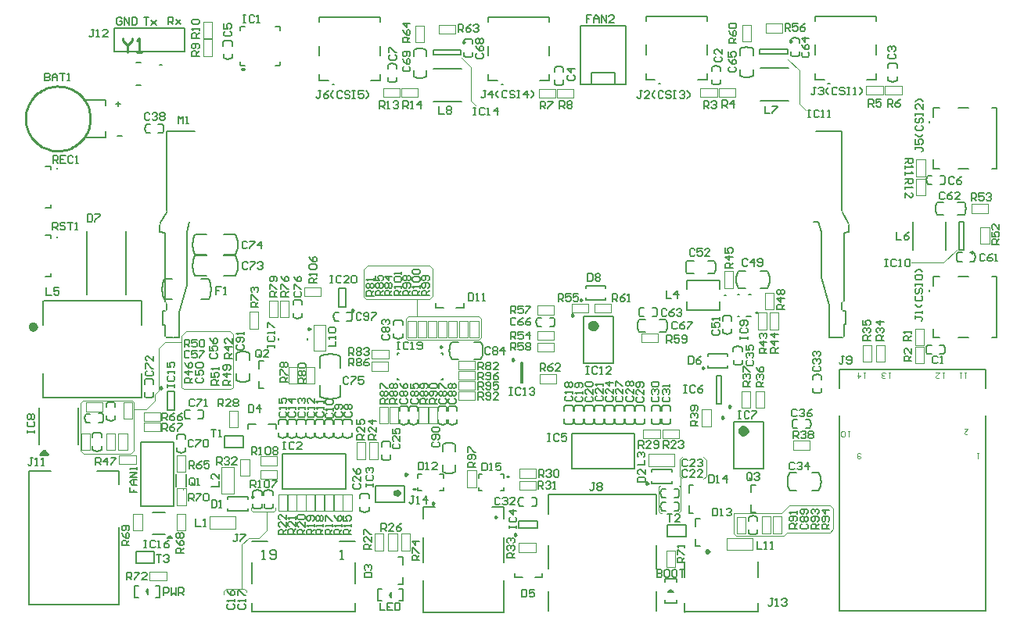
<source format=gto>
G04*
G04 #@! TF.GenerationSoftware,Altium Limited,Altium Designer,20.1.12 (249)*
G04*
G04 Layer_Color=65535*
%FSLAX44Y44*%
%MOMM*%
G71*
G04*
G04 #@! TF.SameCoordinates,92C3D8CC-84FC-494B-B6CF-3A4A02D2A6DE*
G04*
G04*
G04 #@! TF.FilePolarity,Positive*
G04*
G01*
G75*
%ADD10C,0.2000*%
%ADD11C,0.4000*%
%ADD12C,0.2500*%
%ADD13C,0.2540*%
%ADD14C,0.3000*%
%ADD15C,0.6000*%
%ADD16C,0.5500*%
%ADD17C,0.1524*%
%ADD18C,0.1000*%
%ADD19C,0.2540*%
%ADD20C,0.1999*%
%ADD21C,0.1016*%
%ADD22C,0.1778*%
%ADD23C,0.1200*%
D10*
X406000Y847000D02*
X404000D01*
X406000D01*
X1030500Y623500D02*
X1029344Y621287D01*
X1028503Y618936D01*
X1027992Y616492D01*
X1027820Y614001D01*
X1027992Y611510D01*
X1028503Y609066D01*
X1029344Y606715D01*
X1030499Y604502D01*
X1061500Y604500D02*
X1062655Y606713D01*
X1063497Y609064D01*
X1064008Y611508D01*
X1064180Y613999D01*
X1064008Y616490D01*
X1063497Y618934D01*
X1062656Y621285D01*
X1061501Y623498D01*
X710000Y405750D02*
X712247Y404880D01*
X714597Y404351D01*
X717000Y404173D01*
X719403Y404351D01*
X721753Y404880D01*
X724000Y405750D01*
Y435250D02*
X721753Y436120D01*
X719403Y436649D01*
X717000Y436827D01*
X714597Y436649D01*
X712247Y436120D01*
X710000Y435250D01*
X653732Y437455D02*
X651429Y438333D01*
X648982Y438632D01*
X646535Y438333D01*
X644232Y437455D01*
X644250Y419500D02*
X646553Y418622D01*
X649000Y418323D01*
X651447Y418622D01*
X653750Y419500D01*
X432045Y472732D02*
X431167Y470429D01*
X430868Y467982D01*
X431167Y465535D01*
X432045Y463232D01*
X450000Y463250D02*
X450878Y465553D01*
X451177Y468000D01*
X450878Y470447D01*
X450000Y472750D01*
X751000Y527500D02*
X752156Y529713D01*
X752997Y532064D01*
X753508Y534508D01*
X753680Y536999D01*
X753508Y539490D01*
X752997Y541934D01*
X752156Y544285D01*
X751001Y546498D01*
X720000Y546500D02*
X718845Y544287D01*
X718003Y541936D01*
X717492Y539492D01*
X717320Y537001D01*
X717492Y534510D01*
X718003Y532066D01*
X718844Y529715D01*
X719999Y527502D01*
X456974Y592515D02*
X457914Y594854D01*
X458626Y597272D01*
X459104Y599746D01*
X459345Y602255D01*
Y604776D01*
X459104Y607285D01*
X458626Y609759D01*
X457914Y612177D01*
X456974Y614515D01*
X409000Y614500D02*
X408060Y612161D01*
X407348Y609744D01*
X406870Y607269D01*
X406629Y604760D01*
Y602240D01*
X406870Y599731D01*
X407348Y597256D01*
X408060Y594839D01*
X409000Y592500D01*
X1285455Y633768D02*
X1286333Y636071D01*
X1286632Y638518D01*
X1286333Y640965D01*
X1285455Y643268D01*
X1267500Y643250D02*
X1266622Y640947D01*
X1266323Y638500D01*
X1266622Y636053D01*
X1267500Y633750D01*
X1274750Y684000D02*
X1275620Y686247D01*
X1276149Y688597D01*
X1276327Y691000D01*
X1276149Y693403D01*
X1275620Y695753D01*
X1274750Y698000D01*
X1245250D02*
X1244380Y695753D01*
X1243851Y693403D01*
X1243673Y691000D01*
X1243851Y688597D01*
X1244380Y686247D01*
X1245250Y684000D01*
X1192268Y829545D02*
X1194571Y828667D01*
X1197018Y828368D01*
X1199465Y828667D01*
X1201768Y829545D01*
X1201750Y847500D02*
X1199447Y848378D01*
X1197000Y848677D01*
X1194553Y848378D01*
X1192250Y847500D01*
X947045Y372732D02*
X946167Y370429D01*
X945868Y367982D01*
X946167Y365535D01*
X947045Y363232D01*
X965000Y363250D02*
X965878Y365553D01*
X966177Y368000D01*
X965878Y370447D01*
X965000Y372750D01*
Y377750D02*
X965878Y380053D01*
X966177Y382500D01*
X965878Y384947D01*
X965000Y387250D01*
X947045Y387232D02*
X946167Y384929D01*
X945868Y382482D01*
X946167Y380035D01*
X947045Y377732D01*
X557732Y590955D02*
X555429Y591833D01*
X552982Y592132D01*
X550535Y591833D01*
X548232Y590955D01*
X548250Y573000D02*
X550553Y572122D01*
X553000Y571823D01*
X555447Y572122D01*
X557750Y573000D01*
X485750Y618000D02*
X486775Y620319D01*
X487553Y622731D01*
X488077Y625211D01*
X488340Y627733D01*
Y630267D01*
X488077Y632789D01*
X487553Y635269D01*
X486775Y637682D01*
X485750Y640000D01*
X442250D02*
X441225Y637682D01*
X440447Y635269D01*
X439923Y632789D01*
X439660Y630267D01*
Y627733D01*
X439923Y625211D01*
X440447Y622731D01*
X441225Y620319D01*
X442250Y618000D01*
X1235045Y726732D02*
X1234167Y724429D01*
X1233868Y721982D01*
X1234167Y719535D01*
X1235045Y717232D01*
X1253000Y717250D02*
X1253878Y719553D01*
X1254177Y722000D01*
X1253878Y724447D01*
X1253000Y726750D01*
X1096232Y874955D02*
X1093929Y875833D01*
X1091482Y876132D01*
X1089035Y875833D01*
X1086732Y874955D01*
X1086750Y857000D02*
X1089053Y856122D01*
X1091500Y855824D01*
X1093947Y856122D01*
X1096250Y857000D01*
X1046000Y864250D02*
X1043753Y865119D01*
X1041403Y865649D01*
X1039000Y865827D01*
X1036597Y865649D01*
X1034247Y865119D01*
X1032000Y864250D01*
Y834750D02*
X1034247Y833880D01*
X1036597Y833351D01*
X1039000Y833173D01*
X1041403Y833351D01*
X1043753Y833880D01*
X1046000Y834750D01*
X1010750Y844500D02*
X1008447Y845378D01*
X1006000Y845677D01*
X1003553Y845378D01*
X1001250Y844500D01*
X1001268Y826545D02*
X1003571Y825667D01*
X1006018Y825368D01*
X1008465Y825667D01*
X1010768Y826545D01*
X831268Y825845D02*
X833571Y824967D01*
X836018Y824668D01*
X838465Y824967D01*
X840768Y825845D01*
X840750Y843800D02*
X838447Y844678D01*
X836000Y844977D01*
X833553Y844678D01*
X831250Y843800D01*
X742732Y873955D02*
X740429Y874833D01*
X737982Y875132D01*
X735535Y874833D01*
X733232Y873955D01*
X733250Y856000D02*
X735553Y855122D01*
X738000Y854823D01*
X740447Y855122D01*
X742750Y856000D01*
X678500Y833750D02*
X680747Y832880D01*
X683097Y832351D01*
X685500Y832173D01*
X687903Y832351D01*
X690253Y832880D01*
X692500Y833750D01*
Y863250D02*
X690253Y864120D01*
X687903Y864649D01*
X685500Y864827D01*
X683097Y864649D01*
X680747Y864120D01*
X678500Y863250D01*
X650768Y829045D02*
X653071Y828167D01*
X655518Y827868D01*
X657965Y828167D01*
X660268Y829045D01*
X660250Y847000D02*
X657947Y847878D01*
X655500Y848177D01*
X653053Y847878D01*
X650750Y847000D01*
X472750Y854000D02*
X475053Y853122D01*
X477500Y852823D01*
X479947Y853122D01*
X482250Y854000D01*
X482232Y871955D02*
X479929Y872833D01*
X477482Y873132D01*
X475035Y872833D01*
X472732Y871955D01*
X485750Y641000D02*
X486775Y643319D01*
X487553Y645731D01*
X488077Y648211D01*
X488340Y650732D01*
Y653268D01*
X488077Y655789D01*
X487553Y658269D01*
X486775Y660682D01*
X485750Y663000D01*
X442250D02*
X441225Y660681D01*
X440447Y658269D01*
X439923Y655789D01*
X439660Y653268D01*
Y650732D01*
X439923Y648211D01*
X440447Y645731D01*
X441225Y643319D01*
X442250Y641000D01*
X610955Y569268D02*
X611833Y571571D01*
X612132Y574018D01*
X611833Y576465D01*
X610955Y578768D01*
X593000Y578750D02*
X592122Y576447D01*
X591823Y574000D01*
X592122Y571553D01*
X593000Y569250D01*
X577500Y487250D02*
X579819Y486225D01*
X582231Y485447D01*
X584711Y484923D01*
X587233Y484660D01*
X589767D01*
X592289Y484923D01*
X594769Y485447D01*
X597182Y486225D01*
X599500Y487250D01*
Y530750D02*
X597181Y531775D01*
X594769Y532553D01*
X592289Y533077D01*
X589767Y533340D01*
X587233D01*
X584711Y533077D01*
X582231Y532553D01*
X579818Y531775D01*
X577500Y530750D01*
X387268Y487245D02*
X389571Y486367D01*
X392018Y486068D01*
X394465Y486367D01*
X396768Y487245D01*
X396750Y505200D02*
X394447Y506078D01*
X392000Y506377D01*
X389553Y506078D01*
X387250Y505200D01*
X422268Y427545D02*
X424571Y426667D01*
X427018Y426368D01*
X429465Y426667D01*
X431768Y427545D01*
X431750Y445500D02*
X429447Y446378D01*
X427000Y446677D01*
X424553Y446378D01*
X422250Y445500D01*
X620768Y363045D02*
X623071Y362167D01*
X625518Y361868D01*
X627965Y362167D01*
X630268Y363045D01*
X630250Y381000D02*
X627947Y381878D01*
X625500Y382177D01*
X623053Y381878D01*
X620750Y381000D01*
X504768Y366845D02*
X507071Y365967D01*
X509518Y365668D01*
X511965Y365967D01*
X514268Y366845D01*
X514250Y384800D02*
X511947Y385678D01*
X509500Y385977D01*
X507053Y385678D01*
X504750Y384800D01*
X516768Y366845D02*
X519071Y365967D01*
X521518Y365668D01*
X523965Y365967D01*
X526268Y366845D01*
X526250Y384800D02*
X523947Y385678D01*
X521500Y385977D01*
X519053Y385678D01*
X516750Y384800D01*
X725250Y476000D02*
X722947Y476878D01*
X720500Y477177D01*
X718053Y476878D01*
X715750Y476000D01*
X715768Y458045D02*
X718071Y457167D01*
X720518Y456868D01*
X722965Y457167D01*
X725268Y458045D01*
X714750Y476000D02*
X712447Y476878D01*
X710000Y477177D01*
X707553Y476878D01*
X705250Y476000D01*
X705268Y458045D02*
X707571Y457167D01*
X710018Y456868D01*
X712465Y457167D01*
X714768Y458045D01*
X683250Y476000D02*
X680947Y476878D01*
X678500Y477177D01*
X676053Y476878D01*
X673750Y476000D01*
X673768Y458045D02*
X676071Y457167D01*
X678518Y456868D01*
X680965Y457167D01*
X683268Y458045D01*
X672750Y476000D02*
X670447Y476878D01*
X668000Y477177D01*
X665553Y476878D01*
X663250Y476000D01*
X663268Y458045D02*
X665571Y457167D01*
X668018Y456868D01*
X670465Y457167D01*
X672768Y458045D01*
X657250Y551000D02*
X659553Y550122D01*
X662000Y549823D01*
X664447Y550122D01*
X666750Y551000D01*
X666732Y568955D02*
X664429Y569833D01*
X661982Y570132D01*
X659535Y569833D01*
X657232Y568955D01*
X1004250Y620500D02*
X1005120Y622747D01*
X1005649Y625097D01*
X1005827Y627500D01*
X1005649Y629903D01*
X1005120Y632253D01*
X1004250Y634500D01*
X974750D02*
X973880Y632253D01*
X973351Y629903D01*
X973173Y627500D01*
X973351Y625097D01*
X973880Y622747D01*
X974750Y620500D01*
X1024768Y522545D02*
X1027071Y521667D01*
X1029518Y521368D01*
X1031965Y521667D01*
X1034268Y522545D01*
X1034250Y540500D02*
X1031947Y541378D01*
X1029500Y541677D01*
X1027053Y541378D01*
X1024750Y540500D01*
X1022732Y573955D02*
X1020429Y574833D01*
X1017982Y575132D01*
X1015535Y574833D01*
X1013232Y573955D01*
X1013250Y556000D02*
X1015553Y555122D01*
X1018000Y554823D01*
X1020447Y555122D01*
X1022750Y556000D01*
X941455Y573768D02*
X942333Y576071D01*
X942632Y578518D01*
X942333Y580965D01*
X941455Y583268D01*
X923500Y583250D02*
X922622Y580947D01*
X922323Y578500D01*
X922622Y576053D01*
X923500Y573750D01*
X951900Y557000D02*
X952770Y559247D01*
X953299Y561597D01*
X953477Y564000D01*
X953299Y566403D01*
X952770Y568753D01*
X951900Y571000D01*
X922400D02*
X921530Y568753D01*
X921001Y566403D01*
X920823Y564000D01*
X921001Y561597D01*
X921530Y559247D01*
X922400Y557000D01*
X830455Y563268D02*
X831333Y565571D01*
X831632Y568018D01*
X831333Y570465D01*
X830455Y572768D01*
X812500Y572750D02*
X811622Y570447D01*
X811323Y568000D01*
X811622Y565553D01*
X812500Y563250D01*
X1234545Y542732D02*
X1233667Y540429D01*
X1233368Y537982D01*
X1233667Y535535D01*
X1234545Y533232D01*
X1252500Y533250D02*
X1253378Y535553D01*
X1253677Y538000D01*
X1253378Y540447D01*
X1252500Y542750D01*
X1110768Y492045D02*
X1113071Y491167D01*
X1115518Y490868D01*
X1117965Y491167D01*
X1120268Y492045D01*
X1120250Y510000D02*
X1117947Y510878D01*
X1115500Y511177D01*
X1113053Y510878D01*
X1110750Y510000D01*
X1117000Y385500D02*
X1118156Y387713D01*
X1118997Y390064D01*
X1119508Y392508D01*
X1119680Y394999D01*
X1119508Y397490D01*
X1118997Y399934D01*
X1118156Y402285D01*
X1117001Y404498D01*
X1086000Y404500D02*
X1084845Y402287D01*
X1084003Y399936D01*
X1083492Y397492D01*
X1083320Y395001D01*
X1083492Y392510D01*
X1084003Y390066D01*
X1084844Y387715D01*
X1085999Y385502D01*
X1107500Y452750D02*
X1108378Y455053D01*
X1108677Y457500D01*
X1108378Y459947D01*
X1107500Y462250D01*
X1089545Y462232D02*
X1088667Y459929D01*
X1088368Y457482D01*
X1088667Y455035D01*
X1089545Y452732D01*
X1041268Y338845D02*
X1043571Y337967D01*
X1046018Y337668D01*
X1048465Y337967D01*
X1050768Y338845D01*
X1050750Y356800D02*
X1048447Y357678D01*
X1046000Y357977D01*
X1043553Y357678D01*
X1041250Y356800D01*
X947268Y458545D02*
X949571Y457667D01*
X952018Y457368D01*
X954465Y457667D01*
X956768Y458545D01*
X956750Y476500D02*
X954447Y477378D01*
X952000Y477677D01*
X949553Y477378D01*
X947250Y476500D01*
X936268Y458545D02*
X938571Y457667D01*
X941018Y457368D01*
X943465Y457667D01*
X945768Y458545D01*
X945750Y476500D02*
X943447Y477378D01*
X941000Y477677D01*
X938553Y477378D01*
X936250Y476500D01*
X928250D02*
X925947Y477378D01*
X923500Y477677D01*
X921053Y477378D01*
X918750Y476500D01*
X918768Y458545D02*
X921071Y457667D01*
X923518Y457368D01*
X925965Y457667D01*
X928268Y458545D01*
X917250Y476500D02*
X914947Y477378D01*
X912500Y477677D01*
X910053Y477378D01*
X907750Y476500D01*
X907768Y458545D02*
X910071Y457667D01*
X912518Y457368D01*
X914965Y457667D01*
X917268Y458545D01*
X906250Y476500D02*
X903947Y477378D01*
X901500Y477677D01*
X899053Y477378D01*
X896750Y476500D01*
X896768Y458545D02*
X899071Y457667D01*
X901518Y457368D01*
X903965Y457667D01*
X906268Y458545D01*
X895250Y476500D02*
X892947Y477378D01*
X890500Y477677D01*
X888053Y477378D01*
X885750Y476500D01*
X885768Y458545D02*
X888071Y457667D01*
X890518Y457368D01*
X892965Y457667D01*
X895268Y458545D01*
X884250Y476500D02*
X881947Y477378D01*
X879500Y477677D01*
X877053Y477378D01*
X874750Y476500D01*
X874768Y458545D02*
X877071Y457667D01*
X879518Y457368D01*
X881965Y457667D01*
X884268Y458545D01*
X873250Y476500D02*
X870947Y477378D01*
X868500Y477677D01*
X866053Y477378D01*
X863750Y476500D01*
X863768Y458545D02*
X866071Y457667D01*
X868518Y457368D01*
X870965Y457667D01*
X873268Y458545D01*
X862250Y476500D02*
X859947Y477378D01*
X857500Y477677D01*
X855053Y477378D01*
X852750Y476500D01*
X852768Y458545D02*
X855071Y457667D01*
X857518Y457368D01*
X859965Y457667D01*
X862268Y458545D01*
X851250Y476500D02*
X848947Y477378D01*
X846500Y477677D01*
X844053Y477378D01*
X841750Y476500D01*
X841768Y458545D02*
X844071Y457667D01*
X846518Y457368D01*
X848965Y457667D01*
X851268Y458545D01*
X793000Y377750D02*
X792122Y375447D01*
X791823Y373000D01*
X792122Y370553D01*
X793000Y368250D01*
X810955Y368268D02*
X811833Y370571D01*
X812132Y373018D01*
X811833Y375465D01*
X810955Y377768D01*
X611750Y461500D02*
X609447Y462378D01*
X607000Y462677D01*
X604553Y462378D01*
X602250Y461500D01*
X602268Y443545D02*
X604571Y442667D01*
X607018Y442368D01*
X609465Y442667D01*
X611768Y443545D01*
X601750Y461500D02*
X599447Y462378D01*
X597000Y462677D01*
X594553Y462378D01*
X592250Y461500D01*
X592268Y443545D02*
X594571Y442667D01*
X597018Y442368D01*
X599465Y442667D01*
X601768Y443545D01*
X591750Y461500D02*
X589447Y462378D01*
X587000Y462677D01*
X584553Y462378D01*
X582250Y461500D01*
X582268Y443545D02*
X584571Y442667D01*
X587018Y442368D01*
X589465Y442667D01*
X591768Y443545D01*
X581750Y461500D02*
X579447Y462378D01*
X577000Y462677D01*
X574553Y462378D01*
X572250Y461500D01*
X572268Y443545D02*
X574571Y442667D01*
X577018Y442368D01*
X579465Y442667D01*
X581768Y443545D01*
X571750Y461500D02*
X569447Y462378D01*
X567000Y462677D01*
X564553Y462378D01*
X562250Y461500D01*
X562268Y443545D02*
X564571Y442667D01*
X567018Y442368D01*
X569465Y442667D01*
X571768Y443545D01*
X561750Y461500D02*
X559447Y462378D01*
X557000Y462677D01*
X554553Y462378D01*
X552250Y461500D01*
X552268Y443545D02*
X554571Y442667D01*
X557018Y442368D01*
X559465Y442667D01*
X561768Y443545D01*
X551750Y461500D02*
X549447Y462378D01*
X547000Y462677D01*
X544553Y462378D01*
X542250Y461500D01*
X542268Y443545D02*
X544571Y442667D01*
X547018Y442368D01*
X549465Y442667D01*
X551768Y443545D01*
X541750Y461500D02*
X539447Y462378D01*
X537000Y462677D01*
X534553Y462378D01*
X532250Y461500D01*
X532268Y443545D02*
X534571Y442667D01*
X537018Y442368D01*
X539465Y442667D01*
X541768Y443545D01*
X501000Y534250D02*
X498753Y535120D01*
X496403Y535649D01*
X494000Y535827D01*
X491597Y535649D01*
X489247Y535120D01*
X487000Y534250D01*
Y504750D02*
X489247Y503880D01*
X491597Y503351D01*
X494000Y503173D01*
X496403Y503351D01*
X498753Y503880D01*
X501000Y504750D01*
X355732Y480155D02*
X353429Y481033D01*
X350982Y481332D01*
X348535Y481033D01*
X346232Y480155D01*
X346250Y462200D02*
X348553Y461322D01*
X351000Y461023D01*
X353447Y461322D01*
X355750Y462200D01*
X331268Y429045D02*
X333571Y428167D01*
X336018Y427868D01*
X338465Y428167D01*
X340768Y429045D01*
X340750Y447000D02*
X338447Y447878D01*
X336000Y448177D01*
X333553Y447878D01*
X331250Y447000D01*
X324045Y468732D02*
X323167Y466429D01*
X322868Y463982D01*
X323167Y461535D01*
X324045Y459232D01*
X342000Y459250D02*
X342878Y461553D01*
X343177Y464000D01*
X342878Y466447D01*
X342000Y468750D01*
X389000Y782250D02*
X388122Y779947D01*
X387823Y777500D01*
X388122Y775053D01*
X389000Y772750D01*
X406955Y772768D02*
X407833Y775071D01*
X408132Y777518D01*
X407833Y779965D01*
X406955Y782268D01*
X378000Y824500D02*
X383000D01*
X378000Y849500D02*
X383000D01*
X700260Y807220D02*
X730740D01*
X700260Y842780D02*
X730740D01*
X1053760Y843780D02*
X1084240D01*
X1053760Y808220D02*
X1084240D01*
X1030495Y604499D02*
X1037745D01*
X1030500Y623500D02*
X1037750D01*
X1054255Y623501D02*
X1061505D01*
X1054250Y604500D02*
X1061500D01*
X710000Y405750D02*
Y413000D01*
X724000Y405750D02*
Y413000D01*
X710000Y428000D02*
Y435250D01*
X724000Y428000D02*
Y435250D01*
X653732Y432955D02*
Y437455D01*
X644232Y432955D02*
Y437455D01*
X653750Y419500D02*
Y424000D01*
X644250Y419500D02*
Y424000D01*
X637500Y372250D02*
Y390750D01*
X668500Y372250D02*
Y390750D01*
X637500Y372250D02*
X668500D01*
X637500Y390750D02*
X668500D01*
X683250Y385250D02*
Y389000D01*
Y385250D02*
X687000D01*
X710750Y399000D02*
Y402750D01*
X707000D02*
X710750D01*
X707000Y385250D02*
X710750D01*
Y389000D01*
X683250Y399000D02*
Y402750D01*
X687000D01*
X763499Y367150D02*
X776199D01*
X776199Y253550D02*
X776199Y287650D01*
Y307550D02*
Y334950D01*
Y354750D02*
Y367150D01*
X688799Y253550D02*
X776199D01*
X688799Y354750D02*
Y367150D01*
Y307550D02*
Y334950D01*
Y287650D02*
X688800Y253550D01*
X688799Y367150D02*
X701499D01*
X703000Y583500D02*
X711250D01*
X703000D02*
Y588500D01*
X724750Y583500D02*
X733000D01*
Y588500D01*
X598500Y330000D02*
X615500D01*
X503500Y254000D02*
X615500D01*
X503500Y330000D02*
X520500D01*
X503500Y254000D02*
Y263700D01*
Y284300D02*
Y307700D01*
X615500Y284300D02*
Y307700D01*
Y254000D02*
Y263700D01*
X605000Y387250D02*
Y425250D01*
X537000Y387250D02*
X605000D01*
X537000D02*
Y425250D01*
X605000D01*
X521250Y457500D02*
X529500D01*
Y452500D02*
Y457500D01*
X499500D02*
X507750D01*
X499500Y452500D02*
Y457500D01*
X432045Y472732D02*
X436545D01*
X432045Y463232D02*
X436545D01*
X445500Y472750D02*
X450000D01*
X445500Y463250D02*
X450000D01*
X849500Y409000D02*
Y447000D01*
X917500D01*
Y409000D02*
Y447000D01*
X849500Y409000D02*
X917500D01*
X474000Y444250D02*
X494000D01*
X474000Y431750D02*
X494000D01*
Y444250D01*
X474000Y431750D02*
Y444250D01*
X1039000Y574500D02*
X1044000D01*
X1029000Y597500D02*
X1031500D01*
X1041250D02*
X1043750D01*
X1029000Y574500D02*
X1031500D01*
X345730Y802470D02*
Y808820D01*
X322870D02*
X345730D01*
X322870Y768180D02*
X345730D01*
Y774530D01*
X743755Y546501D02*
X751005D01*
X743750Y527500D02*
X751000D01*
X719995Y527499D02*
X727245D01*
X720000Y546500D02*
X727250D01*
X367000Y597750D02*
Y666250D01*
X325000Y597750D02*
Y666250D01*
X864960Y604580D02*
Y607120D01*
X886550D01*
Y604580D02*
Y607120D01*
Y591880D02*
Y594420D01*
X864960Y591880D02*
X886550D01*
X864960D02*
Y594420D01*
X776250Y399000D02*
Y402750D01*
X772500D02*
X776250D01*
X748750Y385250D02*
Y389000D01*
Y385250D02*
X752500D01*
X748750Y402750D02*
X752500D01*
X748750Y399000D02*
Y402750D01*
X776250Y385250D02*
Y389000D01*
X772500Y385250D02*
X776250D01*
X409000Y592500D02*
X417000D01*
X409000Y614500D02*
X417000D01*
X449000Y592500D02*
X457000D01*
X449000Y614500D02*
X457000D01*
X418850Y368200D02*
Y437800D01*
X383050D02*
X418850D01*
X383050Y368200D02*
Y437800D01*
Y368200D02*
X418850D01*
X870800Y826000D02*
Y837950D01*
X896200D01*
Y826000D02*
Y837950D01*
X908150Y826000D02*
Y889500D01*
X858850Y826000D02*
Y889500D01*
X908150D01*
X858850Y826000D02*
X908150D01*
X534000Y883750D02*
Y887500D01*
X533250Y888250D02*
X534000Y887500D01*
X529000Y888250D02*
X533250D01*
X491000Y883750D02*
Y887500D01*
X491750Y888250D01*
X496000D01*
X491000Y846500D02*
Y850250D01*
Y846500D02*
X491750Y845750D01*
X496000D01*
X534000Y846500D02*
Y850250D01*
X533250Y845750D02*
X534000Y846500D01*
X529000Y845750D02*
X533250D01*
X1006500Y479500D02*
Y509500D01*
X1011500Y479500D02*
Y509500D01*
X1006500D02*
X1011500D01*
X1006500Y479500D02*
X1011500D01*
X1025500Y409000D02*
X1057500D01*
X1025500Y460000D02*
X1057500D01*
Y409000D02*
Y460000D01*
X1025500Y409000D02*
Y460000D01*
X863000Y523000D02*
Y574000D01*
X895000Y523000D02*
Y574000D01*
X863000D02*
X895000D01*
X863000Y523000D02*
X895000D01*
X796500Y502000D02*
Y524000D01*
X794500Y502000D02*
Y524000D01*
Y502000D02*
X796500D01*
X794500Y524000D02*
X796500D01*
X532500Y548500D02*
Y550500D01*
X563500Y548500D02*
Y550500D01*
X597768Y584500D02*
X605388D01*
X597768Y604500D02*
X605388D01*
Y584500D02*
Y604500D01*
X597768Y584500D02*
Y604500D01*
X824750Y381250D02*
X941250D01*
X824750Y360000D02*
Y381250D01*
X941250Y360000D02*
Y381250D01*
X824750Y300250D02*
Y325750D01*
Y255250D02*
Y276250D01*
X941250Y300250D02*
Y325750D01*
Y255250D02*
Y276250D01*
X1139150Y495900D02*
Y516900D01*
X1139300Y255100D02*
Y466700D01*
X1297800Y255100D02*
Y466700D01*
X1297950Y495900D02*
Y516900D01*
X1139150D02*
X1297950D01*
X1139300Y255100D02*
X1297800D01*
X262000Y406500D02*
X286000D01*
X360000Y392500D02*
Y406500D01*
Y261500D02*
Y345500D01*
X336000Y406500D02*
X360000D01*
X262000Y261500D02*
Y406500D01*
Y261500D02*
X360000D01*
X971750Y253750D02*
X1051750D01*
X1051500Y291250D02*
Y308250D01*
X1051750Y253750D02*
Y263750D01*
X972000Y291250D02*
Y308250D01*
X971750Y253750D02*
Y263750D01*
X278250Y591250D02*
X384250D01*
Y564750D02*
Y591250D01*
X277750Y564750D02*
Y591250D01*
X278250Y485750D02*
X384250D01*
Y512250D01*
X277750Y485750D02*
Y512250D01*
X1010034Y580998D02*
Y590117D01*
X973966Y580998D02*
X1010034D01*
X973966Y603883D02*
Y613002D01*
X1010034D01*
Y603883D02*
Y613002D01*
X973966Y580998D02*
Y590117D01*
X433750Y665500D02*
X436250Y676500D01*
X403750Y665500D02*
X409298Y665000D01*
X409250Y553000D02*
Y565000D01*
X407390D02*
X409250D01*
X407390D02*
Y580000D01*
X409750D01*
X411750Y582000D02*
Y588000D01*
X409298Y590000D02*
X409750D01*
X409298D02*
Y665000D01*
X433750Y608182D02*
Y665500D01*
X424950Y578182D02*
X433750Y608182D01*
X424950Y550946D02*
Y578182D01*
X418848Y550946D02*
X424950D01*
X411250Y551000D02*
X418450D01*
X403750Y665500D02*
Y673130D01*
X404449Y675679D02*
X411051Y686821D01*
X411750Y689370D02*
Y775000D01*
X441750D01*
X433750Y608182D02*
Y665500D01*
X403750D02*
Y673130D01*
X404449Y675679D02*
X411051Y686821D01*
X411750Y689370D02*
Y775000D01*
X441750D01*
X1144290Y665000D02*
X1149750Y665500D01*
Y673130D01*
Y665500D02*
Y673130D01*
X1142449Y686821D02*
X1149052Y675679D01*
X1142449Y686821D02*
X1149052Y675679D01*
X1144531Y565279D02*
X1146020D01*
Y580167D01*
X1143531D02*
X1146020D01*
X1144531Y553129D02*
Y565279D01*
X1144290Y591000D02*
Y665000D01*
X1133465Y551129D02*
X1142531D01*
X1142031Y581667D02*
Y589500D01*
X1141750Y689370D02*
Y775000D01*
Y689370D02*
Y775000D01*
X1114250D02*
X1141750D01*
X1114250D02*
X1141750D01*
X1128465Y551097D02*
X1133465D01*
Y551129D01*
X1128465Y551097D02*
Y586281D01*
X1119750Y616660D02*
X1128465Y586281D01*
X1119750Y616660D02*
Y665500D01*
X1116250Y676500D02*
X1119750Y665500D01*
X1111250Y676500D02*
X1116250D01*
X1043500Y361500D02*
X1048500D01*
X1043500D02*
Y369750D01*
Y391500D02*
X1048500D01*
X1043500Y383250D02*
Y391500D01*
X286000Y658600D02*
Y662000D01*
X280000D02*
X286000D01*
X280000Y616950D02*
X286000D01*
Y620350D01*
X378000Y306750D02*
X398000D01*
X378000Y319250D02*
X398000D01*
X378000Y306750D02*
Y319250D01*
X398000Y306750D02*
Y319250D01*
X412000Y334000D02*
X417000D01*
X412000D02*
X414500Y336500D01*
X417000Y334000D01*
X396250Y361250D02*
X409750D01*
X396250Y337750D02*
X409750D01*
X388985Y276000D02*
X390985Y273000D01*
X388985Y276000D02*
X390985Y279000D01*
Y273000D02*
Y279000D01*
X399525Y282350D02*
X403335D01*
Y269650D02*
Y282350D01*
X399525Y269650D02*
X403335D01*
X376665Y282350D02*
X380475D01*
X376665Y269650D02*
Y282350D01*
Y269650D02*
X380475D01*
X316000Y435500D02*
Y475500D01*
X273000Y435500D02*
Y475500D01*
X708500Y534500D02*
X710000D01*
Y533000D02*
Y534500D01*
Y505500D02*
Y507000D01*
X708500Y505500D02*
X710000D01*
X661000D02*
X662500D01*
X661000D02*
Y507000D01*
Y534500D02*
X662500D01*
X661000Y533000D02*
Y534500D01*
X1241000Y734000D02*
X1247750D01*
X1241000D02*
Y744000D01*
Y800000D02*
X1247750D01*
X1241000Y790000D02*
Y800000D01*
X1268250Y734000D02*
X1279000D01*
X1268250Y800000D02*
X1279000D01*
X1304750Y734000D02*
X1310000D01*
Y800000D01*
X1304750D02*
X1310000D01*
X354900Y861300D02*
Y886700D01*
X431100D01*
X354900Y861300D02*
X431100D01*
Y886700D01*
X1280955Y633768D02*
X1285455D01*
X1280955Y643268D02*
X1285455D01*
X1267500Y633750D02*
X1272000D01*
X1267500Y643250D02*
X1272000D01*
X1267500Y684000D02*
X1274750D01*
X1267500Y698000D02*
X1274750D01*
X1245250Y684000D02*
X1252500D01*
X1245250Y698000D02*
X1252500D01*
X1269000Y646500D02*
X1274000D01*
X1269000Y676500D02*
X1274000D01*
Y646500D02*
Y676500D01*
X1269000Y646500D02*
Y676500D01*
X1254280Y645760D02*
Y676240D01*
X1218720Y645760D02*
Y676240D01*
X1192268Y829545D02*
Y834045D01*
X1201768Y829545D02*
Y834045D01*
X1192250Y843000D02*
Y847500D01*
X1201750Y843000D02*
Y847500D01*
X947045Y372732D02*
X951545D01*
X947045Y363232D02*
X951545D01*
X960500Y372750D02*
X965000D01*
X960500Y363250D02*
X965000D01*
X953500Y347750D02*
X973500D01*
X953500Y335250D02*
X973500D01*
Y347750D01*
X953500Y335250D02*
Y347750D01*
X976500Y361000D02*
X981500D01*
X976500D02*
Y369250D01*
Y391000D02*
X981500D01*
X976500Y382750D02*
Y391000D01*
X960500Y377750D02*
X965000D01*
X960500Y387250D02*
X965000D01*
X947045Y377732D02*
X951545D01*
X947045Y387232D02*
X951545D01*
X557732Y586455D02*
Y590955D01*
X548232Y586455D02*
Y590955D01*
X557750Y573000D02*
Y577500D01*
X548250Y573000D02*
Y577500D01*
X473500Y618000D02*
X485750D01*
X473382Y639981D02*
X485632D01*
X442368D02*
X454618D01*
X442368Y618019D02*
X454618D01*
X1235045Y726732D02*
X1239545D01*
X1235045Y717232D02*
X1239545D01*
X1248500Y726750D02*
X1253000D01*
X1248500Y717250D02*
X1253000D01*
X1096232Y870455D02*
Y874955D01*
X1086732Y870455D02*
Y874955D01*
X1096250Y857000D02*
Y861500D01*
X1086750Y857000D02*
Y861500D01*
X1083500Y858500D02*
Y863500D01*
X1053500Y858500D02*
Y863500D01*
X1083500D01*
X1053500Y858500D02*
X1083500D01*
X1046000Y857000D02*
Y864250D01*
X1032000Y857000D02*
Y864250D01*
X1046000Y834750D02*
Y842000D01*
X1032000Y834750D02*
Y842000D01*
X1010750Y840000D02*
Y844500D01*
X1001250Y840000D02*
Y844500D01*
X1010768Y826545D02*
Y831045D01*
X1001268Y826545D02*
Y831045D01*
X831268Y825845D02*
Y830345D01*
X840768Y825845D02*
Y830345D01*
X831250Y839300D02*
Y843800D01*
X840750Y839300D02*
Y843800D01*
X742732Y869455D02*
Y873955D01*
X733232Y869455D02*
Y873955D01*
X742750Y856000D02*
Y860500D01*
X733250Y856000D02*
Y860500D01*
X730000Y857500D02*
Y862500D01*
X700000Y857500D02*
Y862500D01*
X730000D01*
X700000Y857500D02*
X730000D01*
X678500Y833750D02*
Y841000D01*
X692500Y833750D02*
Y841000D01*
X678500Y856000D02*
Y863250D01*
X692500Y856000D02*
Y863250D01*
X650768Y829045D02*
Y833545D01*
X660268Y829045D02*
Y833545D01*
X650750Y842500D02*
Y847000D01*
X660250Y842500D02*
Y847000D01*
X472750Y854000D02*
Y858500D01*
X482250Y854000D02*
Y858500D01*
X472732Y867455D02*
Y871955D01*
X482232Y867455D02*
Y871955D01*
X473500Y641000D02*
X485750D01*
X473382Y662980D02*
X485632D01*
X442368D02*
X454618D01*
X442368Y641020D02*
X454618D01*
X606455Y569268D02*
X610955D01*
X606455Y578768D02*
X610955D01*
X593000Y569250D02*
X597500D01*
X593000Y578750D02*
X597500D01*
X577500Y487250D02*
Y499500D01*
X599481Y487368D02*
Y499618D01*
Y518382D02*
Y530632D01*
X577519Y518382D02*
Y530632D01*
X511500Y517750D02*
Y526000D01*
X516500D01*
X511500Y496000D02*
Y504250D01*
Y496000D02*
X516500D01*
X387268Y487245D02*
Y491745D01*
X396768Y487245D02*
Y491745D01*
X387250Y500700D02*
Y505200D01*
X396750Y500700D02*
Y505200D01*
X422268Y427545D02*
Y432045D01*
X431768Y427545D02*
Y432045D01*
X422250Y441000D02*
Y445500D01*
X431750Y441000D02*
Y445500D01*
X432500Y389750D02*
Y403250D01*
X421500Y389750D02*
Y403250D01*
X499040Y363380D02*
Y365920D01*
X477450Y363380D02*
X499040D01*
X477450D02*
Y365920D01*
Y376080D02*
Y378620D01*
X499040D01*
Y376080D02*
Y378620D01*
X620768Y363045D02*
Y367545D01*
X630268Y363045D02*
Y367545D01*
X620750Y376500D02*
Y381000D01*
X630250Y376500D02*
Y381000D01*
X504768Y366845D02*
Y371345D01*
X514268Y366845D02*
Y371345D01*
X504750Y380300D02*
Y384800D01*
X514250Y380300D02*
Y384800D01*
X516768Y366845D02*
Y371345D01*
X526268Y366845D02*
Y371345D01*
X516750Y380300D02*
Y384800D01*
X526250Y380300D02*
Y384800D01*
X725250Y471500D02*
Y476000D01*
X715750Y471500D02*
Y476000D01*
X725268Y458045D02*
Y462545D01*
X715768Y458045D02*
Y462545D01*
X714750Y471500D02*
Y476000D01*
X705250Y471500D02*
Y476000D01*
X714768Y458045D02*
Y462545D01*
X705268Y458045D02*
Y462545D01*
X683250Y471500D02*
Y476000D01*
X673750Y471500D02*
Y476000D01*
X683268Y458045D02*
Y462545D01*
X673768Y458045D02*
Y462545D01*
X672750Y471500D02*
Y476000D01*
X663250Y471500D02*
Y476000D01*
X672768Y458045D02*
Y462545D01*
X663268Y458045D02*
Y462545D01*
X657250Y551000D02*
Y555500D01*
X666750Y551000D02*
Y555500D01*
X657232Y564455D02*
Y568955D01*
X666732Y564455D02*
Y568955D01*
X997000Y620500D02*
X1004250D01*
X997000Y634500D02*
X1004250D01*
X974750Y620500D02*
X982000D01*
X974750Y634500D02*
X982000D01*
X1024768Y522545D02*
Y527045D01*
X1034268Y522545D02*
Y527045D01*
X1024750Y536000D02*
Y540500D01*
X1034250Y536000D02*
Y540500D01*
X996960Y518380D02*
Y520920D01*
Y518380D02*
X1018550D01*
Y520920D01*
Y531080D02*
Y533620D01*
X996960D02*
X1018550D01*
X996960Y531080D02*
Y533620D01*
X1022732Y569455D02*
Y573955D01*
X1013232Y569455D02*
Y573955D01*
X1022750Y556000D02*
Y560500D01*
X1013250Y556000D02*
Y560500D01*
X936955Y573768D02*
X941455D01*
X936955Y583268D02*
X941455D01*
X923500Y573750D02*
X928000D01*
X923500Y583250D02*
X928000D01*
X944650Y557000D02*
X951900D01*
X944650Y571000D02*
X951900D01*
X922400Y557000D02*
X929650D01*
X922400Y571000D02*
X929650D01*
X825955Y563268D02*
X830455D01*
X825955Y572768D02*
X830455D01*
X812500Y563250D02*
X817000D01*
X812500Y572750D02*
X817000D01*
X1241000Y551000D02*
X1247750D01*
X1241000D02*
Y561000D01*
Y617000D02*
X1247750D01*
X1241000Y607000D02*
Y617000D01*
X1268250Y551000D02*
X1279000D01*
X1268250Y617000D02*
X1279000D01*
X1304750Y551000D02*
X1310000D01*
Y617000D01*
X1304750D02*
X1310000D01*
X1234545Y542732D02*
X1239045D01*
X1234545Y533232D02*
X1239045D01*
X1248000Y542750D02*
X1252500D01*
X1248000Y533250D02*
X1252500D01*
X1110768Y492045D02*
Y496545D01*
X1120268Y492045D02*
Y496545D01*
X1110750Y505500D02*
Y510000D01*
X1120250Y505500D02*
Y510000D01*
X1109755Y404501D02*
X1117005D01*
X1109750Y385500D02*
X1117000D01*
X1085995Y385499D02*
X1093245D01*
X1086000Y404500D02*
X1093250D01*
X1103000Y452750D02*
X1107500D01*
X1103000Y462250D02*
X1107500D01*
X1089545Y452732D02*
X1094045D01*
X1089545Y462232D02*
X1094045D01*
X1041268Y338845D02*
Y343345D01*
X1050768Y338845D02*
Y343345D01*
X1041250Y352300D02*
Y356800D01*
X1050750Y352300D02*
Y356800D01*
X983500Y346750D02*
Y355000D01*
X988500D01*
X983500Y325000D02*
Y333250D01*
Y325000D02*
X988500D01*
X954000Y275515D02*
X957000Y277515D01*
X960000Y275515D01*
X954000D02*
X960000D01*
X963350Y263165D02*
Y266975D01*
X950650Y263165D02*
X963350D01*
X950650D02*
Y266975D01*
X963350Y286025D02*
Y289835D01*
X950650D02*
X963350D01*
X950650Y286025D02*
Y289835D01*
X936460Y393380D02*
Y395920D01*
Y393380D02*
X958050D01*
Y395920D01*
Y406080D02*
Y408620D01*
X936460D02*
X958050D01*
X936460Y406080D02*
Y408620D01*
X947268Y458545D02*
Y463045D01*
X956768Y458545D02*
Y463045D01*
X947250Y472000D02*
Y476500D01*
X956750Y472000D02*
Y476500D01*
X936268Y458545D02*
Y463045D01*
X945768Y458545D02*
Y463045D01*
X936250Y472000D02*
Y476500D01*
X945750Y472000D02*
Y476500D01*
X928250Y472000D02*
Y476500D01*
X918750Y472000D02*
Y476500D01*
X928268Y458545D02*
Y463045D01*
X918768Y458545D02*
Y463045D01*
X917250Y472000D02*
Y476500D01*
X907750Y472000D02*
Y476500D01*
X917268Y458545D02*
Y463045D01*
X907768Y458545D02*
Y463045D01*
X906250Y472000D02*
Y476500D01*
X896750Y472000D02*
Y476500D01*
X906268Y458545D02*
Y463045D01*
X896768Y458545D02*
Y463045D01*
X895250Y472000D02*
Y476500D01*
X885750Y472000D02*
Y476500D01*
X895268Y458545D02*
Y463045D01*
X885768Y458545D02*
Y463045D01*
X884250Y472000D02*
Y476500D01*
X874750Y472000D02*
Y476500D01*
X884268Y458545D02*
Y463045D01*
X874768Y458545D02*
Y463045D01*
X873250Y472000D02*
Y476500D01*
X863750Y472000D02*
Y476500D01*
X873268Y458545D02*
Y463045D01*
X863768Y458545D02*
Y463045D01*
X862250Y472000D02*
Y476500D01*
X852750Y472000D02*
Y476500D01*
X862268Y458545D02*
Y463045D01*
X852768Y458545D02*
Y463045D01*
X851250Y472000D02*
Y476500D01*
X841750Y472000D02*
Y476500D01*
X851268Y458545D02*
Y463045D01*
X841768Y458545D02*
Y463045D01*
X793000Y377750D02*
X797500D01*
X793000Y368250D02*
X797500D01*
X806455Y377768D02*
X810955D01*
X806455Y368268D02*
X810955D01*
X792500Y344612D02*
Y352232D01*
X812500Y344612D02*
Y352232D01*
X792500Y344612D02*
X812500D01*
X792500Y352232D02*
X812500D01*
X818000Y291000D02*
Y296000D01*
X809750Y291000D02*
X818000D01*
X788000D02*
Y296000D01*
Y291000D02*
X796250D01*
X662000Y313500D02*
X667000D01*
Y305250D02*
Y313500D01*
X662000Y283500D02*
X667000D01*
Y291750D01*
X652485Y272000D02*
X654485Y269000D01*
X652485Y272000D02*
X654485Y275000D01*
Y269000D02*
Y275000D01*
X663025Y278350D02*
X666835D01*
Y265650D02*
Y278350D01*
X663025Y265650D02*
X666835D01*
X640165Y278350D02*
X643975D01*
X640165Y265650D02*
Y278350D01*
Y265650D02*
X643975D01*
X611750Y457000D02*
Y461500D01*
X602250Y457000D02*
Y461500D01*
X611768Y443545D02*
Y448045D01*
X602268Y443545D02*
Y448045D01*
X601750Y457000D02*
Y461500D01*
X592250Y457000D02*
Y461500D01*
X601768Y443545D02*
Y448045D01*
X592268Y443545D02*
Y448045D01*
X591750Y457000D02*
Y461500D01*
X582250Y457000D02*
Y461500D01*
X591768Y443545D02*
Y448045D01*
X582268Y443545D02*
Y448045D01*
X581750Y457000D02*
Y461500D01*
X572250Y457000D02*
Y461500D01*
X581768Y443545D02*
Y448045D01*
X572268Y443545D02*
Y448045D01*
X571750Y457000D02*
Y461500D01*
X562250Y457000D02*
Y461500D01*
X571768Y443545D02*
Y448045D01*
X562268Y443545D02*
Y448045D01*
X561750Y457000D02*
Y461500D01*
X552250Y457000D02*
Y461500D01*
X561768Y443545D02*
Y448045D01*
X552268Y443545D02*
Y448045D01*
X551750Y457000D02*
Y461500D01*
X542250Y457000D02*
Y461500D01*
X551768Y443545D02*
Y448045D01*
X542268Y443545D02*
Y448045D01*
X541750Y457000D02*
Y461500D01*
X532250Y457000D02*
Y461500D01*
X541768Y443545D02*
Y448045D01*
X532268Y443545D02*
Y448045D01*
X501000Y527000D02*
Y534250D01*
X487000Y527000D02*
Y534250D01*
X501000Y504750D02*
Y512000D01*
X487000Y504750D02*
Y512000D01*
X1179000Y830500D02*
Y837250D01*
X1169000Y830500D02*
X1179000D01*
X1113000D02*
Y837250D01*
Y830500D02*
X1123000D01*
X1179000Y857750D02*
Y868500D01*
X1113000Y857750D02*
Y868500D01*
X1179000Y894250D02*
Y899500D01*
X1113000D02*
X1179000D01*
X1113000Y894250D02*
Y899500D01*
X996000Y830500D02*
Y837250D01*
X986000Y830500D02*
X996000D01*
X930000D02*
Y837250D01*
Y830500D02*
X940000D01*
X996000Y857750D02*
Y868500D01*
X930000Y857750D02*
Y868500D01*
X996000Y894250D02*
Y899500D01*
X930000D02*
X996000D01*
X930000Y894250D02*
Y899500D01*
X825500Y829500D02*
Y836250D01*
X815500Y829500D02*
X825500D01*
X759500D02*
Y836250D01*
Y829500D02*
X769500D01*
X825500Y856750D02*
Y867500D01*
X759500Y856750D02*
Y867500D01*
X825500Y893250D02*
Y898500D01*
X759500D02*
X825500D01*
X759500Y893250D02*
Y898500D01*
X642500Y829500D02*
Y836250D01*
X632500Y829500D02*
X642500D01*
X576500D02*
Y836250D01*
Y829500D02*
X586500D01*
X642500Y856750D02*
Y867500D01*
X576500Y856750D02*
Y867500D01*
X642500Y893250D02*
Y898500D01*
X576500D02*
X642500D01*
X576500Y893250D02*
Y898500D01*
X412112Y492500D02*
X419732D01*
X412112Y472500D02*
X419732D01*
X412112D02*
Y492500D01*
X419732Y472500D02*
Y492500D01*
X355732Y475655D02*
Y480155D01*
X346232Y475655D02*
Y480155D01*
X355750Y462200D02*
Y466700D01*
X346250Y462200D02*
Y466700D01*
X331268Y429045D02*
Y433545D01*
X340768Y429045D02*
Y433545D01*
X331250Y442500D02*
Y447000D01*
X340750Y442500D02*
Y447000D01*
X324045Y468732D02*
X328545D01*
X324045Y459232D02*
X328545D01*
X337500Y468750D02*
X342000D01*
X337500Y459250D02*
X342000D01*
X286000Y733100D02*
Y736500D01*
X280000D02*
X286000D01*
X280000Y691450D02*
X286000D01*
Y694850D01*
X389000Y782250D02*
X393500D01*
X389000Y772750D02*
X393500D01*
X402455Y782268D02*
X406955D01*
X402455Y772768D02*
X406955D01*
D11*
X662500Y382750D02*
X661118Y384652D01*
X658882Y383926D01*
Y381574D01*
X661118Y380848D01*
X662500Y382750D01*
D12*
X671750Y402750D02*
X669875Y403833D01*
Y401667D01*
X671750Y402750D01*
X700764Y371450D02*
X699054Y372437D01*
Y370463D01*
X700764Y371450D01*
X768764Y356450D02*
X767054Y357437D01*
Y355463D01*
X768764Y356450D01*
X1021750Y476500D02*
X1019875Y477583D01*
Y475417D01*
X1021750Y476500D01*
X1014250Y464500D02*
X1012375Y465583D01*
Y463418D01*
X1014250Y464500D01*
X851750Y575250D02*
X849875Y576333D01*
Y574168D01*
X851750Y575250D01*
X787250Y527000D02*
X785375Y528083D01*
Y525918D01*
X787250Y527000D01*
X566750Y560500D02*
X564875Y561582D01*
Y559417D01*
X566750Y560500D01*
X613750Y580500D02*
X611875Y581582D01*
Y579417D01*
X613750Y580500D01*
X709750Y541000D02*
X707875Y542083D01*
Y539917D01*
X709750Y541000D01*
X1284250Y643500D02*
X1282375Y644583D01*
Y642417D01*
X1284250Y643500D01*
X1087750Y872500D02*
X1085875Y873583D01*
Y871417D01*
X1087750Y872500D01*
X734250Y871500D02*
X732375Y872583D01*
Y870417D01*
X734250Y871500D01*
X789750Y337500D02*
X787875Y338582D01*
Y336417D01*
X789750Y337500D01*
X406250Y496500D02*
X404375Y497583D01*
Y495418D01*
X406250Y496500D01*
D13*
X680250Y387000D02*
X678250D01*
X680250D01*
X1050750Y578250D02*
X1048750D01*
X1050750D01*
X328660Y788500D02*
X328569Y791025D01*
X328296Y793538D01*
X327842Y796024D01*
X327210Y798471D01*
X326403Y800866D01*
X325425Y803196D01*
X324282Y805450D01*
X322979Y807615D01*
X321523Y809681D01*
X319922Y811636D01*
X318184Y813471D01*
X316318Y815176D01*
X314335Y816741D01*
X312243Y818159D01*
X310054Y819423D01*
X307780Y820525D01*
X305432Y821461D01*
X303023Y822224D01*
X300566Y822812D01*
X298072Y823221D01*
X295555Y823449D01*
X293028Y823494D01*
X290505Y823357D01*
X287998Y823039D01*
X285520Y822540D01*
X283085Y821864D01*
X280705Y821014D01*
X278393Y819995D01*
X276160Y818811D01*
X274018Y817469D01*
X271979Y815976D01*
X270053Y814340D01*
X268250Y812570D01*
X266580Y810673D01*
X265050Y808661D01*
X263670Y806544D01*
X262446Y804333D01*
X261385Y802040D01*
X260492Y799676D01*
X259772Y797253D01*
X259229Y794785D01*
X258865Y792284D01*
X258683Y789764D01*
Y787236D01*
X258865Y784716D01*
X259229Y782215D01*
X259772Y779747D01*
X260492Y777325D01*
X261385Y774960D01*
X262446Y772667D01*
X263670Y770456D01*
X265050Y768339D01*
X266579Y766327D01*
X268250Y764431D01*
X270053Y762660D01*
X271979Y761024D01*
X274018Y759531D01*
X276160Y758189D01*
X278393Y757005D01*
X280705Y755986D01*
X283085Y755136D01*
X285520Y754460D01*
X287997Y753961D01*
X290504Y753643D01*
X293028Y753506D01*
X295555Y753551D01*
X298072Y753779D01*
X300565Y754188D01*
X303023Y754776D01*
X305432Y755539D01*
X307780Y756475D01*
X310054Y757577D01*
X312243Y758841D01*
X314335Y760259D01*
X316318Y761824D01*
X318184Y763529D01*
X319922Y765363D01*
X321523Y767319D01*
X322979Y769385D01*
X324282Y771550D01*
X325425Y773804D01*
X326403Y776134D01*
X327210Y778529D01*
X327842Y780976D01*
X328296Y783462D01*
X328569Y785975D01*
X328660Y788500D01*
X861150Y591880D02*
X859245Y592980D01*
Y590780D01*
X861150Y591880D01*
X781250Y401000D02*
X779250D01*
X781250D01*
X998556Y319440D02*
X996760Y321236D01*
X994964Y319440D01*
X996760Y317644D01*
X998556Y319440D01*
X505390Y378620D02*
X503485Y379720D01*
Y377520D01*
X505390Y378620D01*
X993150Y518380D02*
X991245Y519480D01*
Y517280D01*
X993150Y518380D01*
X932650Y393380D02*
X930745Y394480D01*
Y392280D01*
X932650Y393380D01*
X278500Y424500D02*
Y428000D01*
X278000Y428500D02*
X278500Y428000D01*
X278000Y428500D02*
X279000D01*
X283000Y424500D01*
X274000D02*
X283000D01*
X274000D02*
X278000Y428500D01*
X364088Y875879D02*
Y873340D01*
X369166Y868262D01*
X374245Y873340D01*
Y875879D01*
X369166Y868262D02*
Y860644D01*
X379323D02*
X384401D01*
X381862D01*
Y875879D01*
X379323Y873340D01*
D14*
X494900Y841500D02*
X493100D01*
X494900D01*
D15*
X1038500Y450000D02*
X1037371Y452346D01*
X1034833Y452925D01*
X1032797Y451302D01*
Y448698D01*
X1034833Y447075D01*
X1037371Y447654D01*
X1038500Y450000D01*
X876000Y564000D02*
X874871Y566345D01*
X872332Y566925D01*
X870297Y565302D01*
Y562698D01*
X872332Y561075D01*
X874871Y561655D01*
X876000Y564000D01*
D16*
X269700Y562500D02*
X268683Y564611D01*
X266399Y565132D01*
X264567Y563671D01*
Y561329D01*
X266399Y559868D01*
X268683Y560389D01*
X269700Y562500D01*
D17*
X1016762Y597000D02*
X1015238D01*
X1016762D01*
X599500Y311000D02*
X602886D01*
X601193D01*
Y321157D01*
X599500Y319464D01*
X514500Y311000D02*
X517886D01*
X516193D01*
Y321157D01*
X514500Y319464D01*
X522964Y312693D02*
X524657Y311000D01*
X528042D01*
X529735Y312693D01*
Y319464D01*
X528042Y321157D01*
X524657D01*
X522964Y319464D01*
Y317771D01*
X524657Y316078D01*
X529735D01*
X386524Y898149D02*
X391941D01*
X389232D01*
Y890024D01*
X394649Y895441D02*
X400066Y890024D01*
X397358Y892732D01*
X400066Y895441D01*
X394649Y890024D01*
X413024Y890524D02*
Y898649D01*
X417087D01*
X418441Y897295D01*
Y894587D01*
X417087Y893232D01*
X413024D01*
X415732D02*
X418441Y890524D01*
X421149Y895941D02*
X426566Y890524D01*
X423858Y893232D01*
X426566Y895941D01*
X421149Y890524D01*
X362941Y896795D02*
X361587Y898149D01*
X358878D01*
X357524Y896795D01*
Y891378D01*
X358878Y890024D01*
X361587D01*
X362941Y891378D01*
Y894087D01*
X360233D01*
X365649Y890024D02*
Y898149D01*
X371066Y890024D01*
Y898149D01*
X373775D02*
Y890024D01*
X377837D01*
X379192Y891378D01*
Y896795D01*
X377837Y898149D01*
X373775D01*
X1040083Y635209D02*
X1038729Y636563D01*
X1036020D01*
X1034666Y635209D01*
Y629792D01*
X1036020Y628437D01*
X1038729D01*
X1040083Y629792D01*
X1046854Y628437D02*
Y636563D01*
X1042792Y632500D01*
X1048208D01*
X1050917Y629792D02*
X1052271Y628437D01*
X1054980D01*
X1056334Y629792D01*
Y635209D01*
X1054980Y636563D01*
X1052271D01*
X1050917Y635209D01*
Y633854D01*
X1052271Y632500D01*
X1056334D01*
X1024063Y626666D02*
X1015937D01*
Y630729D01*
X1017291Y632083D01*
X1020000D01*
X1021354Y630729D01*
Y626666D01*
Y629375D02*
X1024063Y632083D01*
Y638854D02*
X1015937D01*
X1020000Y634791D01*
Y640208D01*
X1015937Y648334D02*
Y642917D01*
X1020000D01*
X1018646Y645625D01*
Y646980D01*
X1020000Y648334D01*
X1022708D01*
X1024063Y646980D01*
Y644271D01*
X1022708Y642917D01*
X1282166Y699437D02*
Y707563D01*
X1286229D01*
X1287583Y706208D01*
Y703500D01*
X1286229Y702146D01*
X1282166D01*
X1284875D02*
X1287583Y699437D01*
X1295708Y707563D02*
X1290292D01*
Y703500D01*
X1293000Y704854D01*
X1294354D01*
X1295708Y703500D01*
Y700791D01*
X1294354Y699437D01*
X1291646D01*
X1290292Y700791D01*
X1298417Y706208D02*
X1299771Y707563D01*
X1302480D01*
X1303834Y706208D01*
Y704854D01*
X1302480Y703500D01*
X1301125D01*
X1302480D01*
X1303834Y702146D01*
Y700791D01*
X1302480Y699437D01*
X1299771D01*
X1298417Y700791D01*
X1312563Y652166D02*
X1304437D01*
Y656229D01*
X1305791Y657583D01*
X1308500D01*
X1309854Y656229D01*
Y652166D01*
Y654875D02*
X1312563Y657583D01*
X1304437Y665708D02*
Y660292D01*
X1308500D01*
X1307146Y663000D01*
Y664354D01*
X1308500Y665708D01*
X1311208D01*
X1312563Y664354D01*
Y661646D01*
X1311208Y660292D01*
X1312563Y673834D02*
Y668417D01*
X1307146Y673834D01*
X1305791D01*
X1304437Y672480D01*
Y669771D01*
X1305791Y668417D01*
X1201229Y665563D02*
Y657437D01*
X1206646D01*
X1214771Y665563D02*
X1212063Y664209D01*
X1209354Y661500D01*
Y658792D01*
X1210708Y657437D01*
X1213417D01*
X1214771Y658792D01*
Y660146D01*
X1213417Y661500D01*
X1209354D01*
X1188958Y636063D02*
X1191666D01*
X1190312D01*
Y627937D01*
X1188958D01*
X1191666D01*
X1201146Y634709D02*
X1199792Y636063D01*
X1197083D01*
X1195729Y634709D01*
Y629292D01*
X1197083Y627937D01*
X1199792D01*
X1201146Y629292D01*
X1203854Y627937D02*
X1206563D01*
X1205209D01*
Y636063D01*
X1203854Y634709D01*
X1210625D02*
X1211980Y636063D01*
X1214688D01*
X1216042Y634709D01*
Y629292D01*
X1214688Y627937D01*
X1211980D01*
X1210625Y629292D01*
Y634709D01*
X1253583Y707709D02*
X1252229Y709063D01*
X1249520D01*
X1248166Y707709D01*
Y702292D01*
X1249520Y700937D01*
X1252229D01*
X1253583Y702292D01*
X1261708Y709063D02*
X1259000Y707709D01*
X1256292Y705000D01*
Y702292D01*
X1257646Y700937D01*
X1260354D01*
X1261708Y702292D01*
Y703646D01*
X1260354Y705000D01*
X1256292D01*
X1269834Y700937D02*
X1264417D01*
X1269834Y706354D01*
Y707709D01*
X1268480Y709063D01*
X1265771D01*
X1264417Y707709D01*
X1296937Y640708D02*
X1295583Y642063D01*
X1292875D01*
X1291520Y640708D01*
Y635291D01*
X1292875Y633937D01*
X1295583D01*
X1296937Y635291D01*
X1305063Y642063D02*
X1302354Y640708D01*
X1299646Y638000D01*
Y635291D01*
X1301000Y633937D01*
X1303708D01*
X1305063Y635291D01*
Y636646D01*
X1303708Y638000D01*
X1299646D01*
X1307771Y633937D02*
X1310480D01*
X1309125D01*
Y642063D01*
X1307771Y640708D01*
X1028063Y870166D02*
X1019937D01*
Y874229D01*
X1021292Y875583D01*
X1024000D01*
X1025354Y874229D01*
Y870166D01*
Y872875D02*
X1028063Y875583D01*
X1019937Y883708D02*
X1021292Y881000D01*
X1024000Y878291D01*
X1026709D01*
X1028063Y879646D01*
Y882354D01*
X1026709Y883708D01*
X1025354D01*
X1024000Y882354D01*
Y878291D01*
X1021292Y886417D02*
X1019937Y887771D01*
Y890480D01*
X1021292Y891834D01*
X1026709D01*
X1028063Y890480D01*
Y887771D01*
X1026709Y886417D01*
X1021292D01*
X1080666Y883437D02*
Y891563D01*
X1084729D01*
X1086083Y890209D01*
Y887500D01*
X1084729Y886146D01*
X1080666D01*
X1083375D02*
X1086083Y883437D01*
X1094209Y891563D02*
X1088792D01*
Y887500D01*
X1091500Y888854D01*
X1092854D01*
X1094209Y887500D01*
Y884792D01*
X1092854Y883437D01*
X1090146D01*
X1088792Y884792D01*
X1102334Y891563D02*
X1099625Y890209D01*
X1096917Y887500D01*
Y884792D01*
X1098271Y883437D01*
X1100980D01*
X1102334Y884792D01*
Y886146D01*
X1100980Y887500D01*
X1096917D01*
X1058729Y802063D02*
Y793937D01*
X1064146D01*
X1066854Y802063D02*
X1072271D01*
Y800708D01*
X1066854Y795292D01*
Y793937D01*
X1105312Y798063D02*
X1108020D01*
X1106666D01*
Y789937D01*
X1105312D01*
X1108020D01*
X1117500Y796709D02*
X1116146Y798063D01*
X1113437D01*
X1112083Y796709D01*
Y791292D01*
X1113437Y789937D01*
X1116146D01*
X1117500Y791292D01*
X1120209Y789937D02*
X1122917D01*
X1121563D01*
Y798063D01*
X1120209Y796709D01*
X1126980Y789937D02*
X1129688D01*
X1128334D01*
Y798063D01*
X1126980Y796709D01*
X1020791Y844583D02*
X1019437Y843229D01*
Y840520D01*
X1020791Y839166D01*
X1026208D01*
X1027563Y840520D01*
Y843229D01*
X1026208Y844583D01*
X1019437Y852709D02*
X1020791Y850000D01*
X1023500Y847292D01*
X1026208D01*
X1027563Y848646D01*
Y851354D01*
X1026208Y852709D01*
X1024854D01*
X1023500Y851354D01*
Y847292D01*
X1019437Y860834D02*
Y855417D01*
X1023500D01*
X1022146Y858125D01*
Y859480D01*
X1023500Y860834D01*
X1026208D01*
X1027563Y859480D01*
Y856771D01*
X1026208Y855417D01*
X1099792Y860583D02*
X1098437Y859229D01*
Y856520D01*
X1099792Y855166D01*
X1105209D01*
X1106563Y856520D01*
Y859229D01*
X1105209Y860583D01*
X1098437Y868708D02*
X1099792Y866000D01*
X1102500Y863291D01*
X1105209D01*
X1106563Y864646D01*
Y867354D01*
X1105209Y868708D01*
X1103854D01*
X1102500Y867354D01*
Y863291D01*
X1106563Y875480D02*
X1098437D01*
X1102500Y871417D01*
Y876834D01*
X332760Y885063D02*
X330052D01*
X331406D01*
Y878291D01*
X330052Y876937D01*
X328698D01*
X327343Y878291D01*
X335469Y876937D02*
X338177D01*
X336823D01*
Y885063D01*
X335469Y883708D01*
X347657Y876937D02*
X342240D01*
X347657Y882354D01*
Y883708D01*
X346302Y885063D01*
X343594D01*
X342240Y883708D01*
X1221937Y757978D02*
Y755270D01*
Y756624D01*
X1228708D01*
X1230063Y755270D01*
Y753915D01*
X1228708Y752561D01*
X1221937Y766104D02*
Y760687D01*
X1226000D01*
X1224646Y763395D01*
Y764749D01*
X1226000Y766104D01*
X1228708D01*
X1230063Y764749D01*
Y762041D01*
X1228708Y760687D01*
X1230063Y771520D02*
X1227354Y768812D01*
X1224646D01*
X1221937Y771520D01*
X1223292Y781000D02*
X1221937Y779646D01*
Y776937D01*
X1223292Y775583D01*
X1228708D01*
X1230063Y776937D01*
Y779646D01*
X1228708Y781000D01*
X1223292Y789125D02*
X1221937Y787771D01*
Y785063D01*
X1223292Y783708D01*
X1224646D01*
X1226000Y785063D01*
Y787771D01*
X1227354Y789125D01*
X1228708D01*
X1230063Y787771D01*
Y785063D01*
X1228708Y783708D01*
X1221937Y791834D02*
Y794542D01*
Y793188D01*
X1230063D01*
Y791834D01*
Y794542D01*
Y804022D02*
Y798605D01*
X1224646Y804022D01*
X1223292D01*
X1221937Y802668D01*
Y799959D01*
X1223292Y798605D01*
X1230063Y806730D02*
X1227354Y809439D01*
X1224646D01*
X1221937Y806730D01*
X1114155Y822563D02*
X1111447D01*
X1112801D01*
Y815791D01*
X1111447Y814437D01*
X1110092D01*
X1108738Y815791D01*
X1116864Y821208D02*
X1118218Y822563D01*
X1120926D01*
X1122281Y821208D01*
Y819854D01*
X1120926Y818500D01*
X1119572D01*
X1120926D01*
X1122281Y817146D01*
Y815791D01*
X1120926Y814437D01*
X1118218D01*
X1116864Y815791D01*
X1127698Y814437D02*
X1124989Y817146D01*
Y819854D01*
X1127698Y822563D01*
X1137177Y821208D02*
X1135823Y822563D01*
X1133114D01*
X1131760Y821208D01*
Y815791D01*
X1133114Y814437D01*
X1135823D01*
X1137177Y815791D01*
X1145303Y821208D02*
X1143948Y822563D01*
X1141240D01*
X1139886Y821208D01*
Y819854D01*
X1141240Y818500D01*
X1143948D01*
X1145303Y817146D01*
Y815791D01*
X1143948Y814437D01*
X1141240D01*
X1139886Y815791D01*
X1148011Y822563D02*
X1150719D01*
X1149365D01*
Y814437D01*
X1148011D01*
X1150719D01*
X1154782D02*
X1157490D01*
X1156136D01*
Y822563D01*
X1154782Y821208D01*
X1161553Y814437D02*
X1164262Y817146D01*
Y819854D01*
X1161553Y822563D01*
X660958Y546563D02*
X663666D01*
X662312D01*
Y538437D01*
X660958D01*
X663666D01*
X673146Y545209D02*
X671792Y546563D01*
X669083D01*
X667729Y545209D01*
Y539792D01*
X669083Y538437D01*
X671792D01*
X673146Y539792D01*
X675854Y538437D02*
X678563D01*
X677208D01*
Y546563D01*
X675854Y545209D01*
X682625Y539792D02*
X683980Y538437D01*
X686688D01*
X688042Y539792D01*
Y545209D01*
X686688Y546563D01*
X683980D01*
X682625Y545209D01*
Y543854D01*
X683980Y542500D01*
X688042D01*
X503281Y424437D02*
Y432563D01*
X507343D01*
X508698Y431208D01*
Y428500D01*
X507343Y427146D01*
X503281D01*
X505989D02*
X508698Y424437D01*
X511406D02*
X514114D01*
X512760D01*
Y432563D01*
X511406Y431208D01*
X518177D02*
X519531Y432563D01*
X522240D01*
X523594Y431208D01*
Y425792D01*
X522240Y424437D01*
X519531D01*
X518177Y425792D01*
Y431208D01*
X526302D02*
X527657Y432563D01*
X530365D01*
X531719Y431208D01*
Y429854D01*
X530365Y428500D01*
X531719Y427146D01*
Y425792D01*
X530365Y424437D01*
X527657D01*
X526302Y425792D01*
Y427146D01*
X527657Y428500D01*
X526302Y429854D01*
Y431208D01*
X527657Y428500D02*
X530365D01*
X502281Y388437D02*
Y396563D01*
X506343D01*
X507697Y395209D01*
Y392500D01*
X506343Y391146D01*
X502281D01*
X504989D02*
X507697Y388437D01*
X510406D02*
X513114D01*
X511760D01*
Y396563D01*
X510406Y395209D01*
X517177D02*
X518531Y396563D01*
X521240D01*
X522594Y395209D01*
Y389791D01*
X521240Y388437D01*
X518531D01*
X517177Y389791D01*
Y395209D01*
X525303Y396563D02*
X530719D01*
Y395209D01*
X525303Y389791D01*
Y388437D01*
X260437Y447843D02*
Y450552D01*
Y449198D01*
X268563D01*
Y447843D01*
Y450552D01*
X261792Y460031D02*
X260437Y458677D01*
Y455969D01*
X261792Y454614D01*
X267208D01*
X268563Y455969D01*
Y458677D01*
X267208Y460031D01*
X261792Y462740D02*
X260437Y464094D01*
Y466802D01*
X261792Y468157D01*
X263146D01*
X264500Y466802D01*
X265854Y468157D01*
X267208D01*
X268563Y466802D01*
Y464094D01*
X267208Y462740D01*
X265854D01*
X264500Y464094D01*
X263146Y462740D01*
X261792D01*
X264500Y464094D02*
Y466802D01*
X1173063Y548166D02*
X1164937D01*
Y552229D01*
X1166292Y553583D01*
X1169000D01*
X1170354Y552229D01*
Y548166D01*
Y550875D02*
X1173063Y553583D01*
X1166292Y556292D02*
X1164937Y557646D01*
Y560354D01*
X1166292Y561708D01*
X1167646D01*
X1169000Y560354D01*
Y559000D01*
Y560354D01*
X1170354Y561708D01*
X1171709D01*
X1173063Y560354D01*
Y557646D01*
X1171709Y556292D01*
X1164937Y569834D02*
Y564417D01*
X1169000D01*
X1167646Y567125D01*
Y568480D01*
X1169000Y569834D01*
X1171709D01*
X1173063Y568480D01*
Y565771D01*
X1171709Y564417D01*
X1187563Y548166D02*
X1179437D01*
Y552229D01*
X1180791Y553583D01*
X1183500D01*
X1184854Y552229D01*
Y548166D01*
Y550875D02*
X1187563Y553583D01*
X1180791Y556292D02*
X1179437Y557646D01*
Y560354D01*
X1180791Y561708D01*
X1182146D01*
X1183500Y560354D01*
Y559000D01*
Y560354D01*
X1184854Y561708D01*
X1186208D01*
X1187563Y560354D01*
Y557646D01*
X1186208Y556292D01*
X1187563Y568480D02*
X1179437D01*
X1183500Y564417D01*
Y569834D01*
X408166Y271937D02*
Y280063D01*
X412229D01*
X413583Y278708D01*
Y276000D01*
X412229Y274646D01*
X408166D01*
X416292Y280063D02*
Y271937D01*
X419000Y274646D01*
X421708Y271937D01*
Y280063D01*
X424417Y271937D02*
Y280063D01*
X428480D01*
X429834Y278708D01*
Y276000D01*
X428480Y274646D01*
X424417D01*
X427125D02*
X429834Y271937D01*
X642166Y263563D02*
Y255437D01*
X647583D01*
X655708Y263563D02*
X650292D01*
Y255437D01*
X655708D01*
X650292Y259500D02*
X653000D01*
X658417Y263563D02*
Y255437D01*
X662480D01*
X663834Y256791D01*
Y262208D01*
X662480Y263563D01*
X658417D01*
X942104Y299563D02*
Y291437D01*
X946166D01*
X947520Y292792D01*
Y294146D01*
X946166Y295500D01*
X942104D01*
X946166D01*
X947520Y296854D01*
Y298208D01*
X946166Y299563D01*
X942104D01*
X954292D02*
X951583D01*
X950229Y298208D01*
Y292792D01*
X951583Y291437D01*
X954292D01*
X955646Y292792D01*
Y298208D01*
X954292Y299563D01*
X962417D02*
X959708D01*
X958354Y298208D01*
Y292792D01*
X959708Y291437D01*
X962417D01*
X963771Y292792D01*
Y298208D01*
X962417Y299563D01*
X966480D02*
X971897D01*
X969188D01*
Y291437D01*
X1093563Y344020D02*
X1085437D01*
Y348083D01*
X1086792Y349437D01*
X1089500D01*
X1090854Y348083D01*
Y344020D01*
Y346729D02*
X1093563Y349437D01*
X1092208Y352146D02*
X1093563Y353500D01*
Y356208D01*
X1092208Y357563D01*
X1086792D01*
X1085437Y356208D01*
Y353500D01*
X1086792Y352146D01*
X1088146D01*
X1089500Y353500D01*
Y357563D01*
X1093563Y360271D02*
Y362980D01*
Y361625D01*
X1085437D01*
X1086792Y360271D01*
X665563Y596635D02*
X657437D01*
Y600698D01*
X658792Y602052D01*
X661500D01*
X662854Y600698D01*
Y596635D01*
Y599343D02*
X665563Y602052D01*
Y604760D02*
Y607469D01*
Y606115D01*
X657437D01*
X658792Y604760D01*
Y611531D02*
X657437Y612886D01*
Y615594D01*
X658792Y616948D01*
X664208D01*
X665563Y615594D01*
Y612886D01*
X664208Y611531D01*
X658792D01*
X665563Y619657D02*
Y622365D01*
Y621011D01*
X657437D01*
X658792Y619657D01*
X685563Y596781D02*
X677437D01*
Y600843D01*
X678792Y602197D01*
X681500D01*
X682854Y600843D01*
Y596781D01*
Y599489D02*
X685563Y602197D01*
Y604906D02*
Y607614D01*
Y606260D01*
X677437D01*
X678792Y604906D01*
Y611677D02*
X677437Y613031D01*
Y615740D01*
X678792Y617094D01*
X684209D01*
X685563Y615740D01*
Y613031D01*
X684209Y611677D01*
X678792D01*
Y619803D02*
X677437Y621157D01*
Y623865D01*
X678792Y625219D01*
X684209D01*
X685563Y623865D01*
Y621157D01*
X684209Y619803D01*
X678792D01*
X695563Y596666D02*
X687437D01*
Y600729D01*
X688792Y602083D01*
X691500D01*
X692854Y600729D01*
Y596666D01*
Y599375D02*
X695563Y602083D01*
X694208Y604792D02*
X695563Y606146D01*
Y608854D01*
X694208Y610209D01*
X688792D01*
X687437Y608854D01*
Y606146D01*
X688792Y604792D01*
X690146D01*
X691500Y606146D01*
Y610209D01*
X694208Y612917D02*
X695563Y614271D01*
Y616980D01*
X694208Y618334D01*
X688792D01*
X687437Y616980D01*
Y614271D01*
X688792Y612917D01*
X690146D01*
X691500Y614271D01*
Y618334D01*
X675563Y596666D02*
X667437D01*
Y600729D01*
X668792Y602083D01*
X671500D01*
X672854Y600729D01*
Y596666D01*
Y599375D02*
X675563Y602083D01*
X674209Y604792D02*
X675563Y606146D01*
Y608854D01*
X674209Y610209D01*
X668792D01*
X667437Y608854D01*
Y606146D01*
X668792Y604792D01*
X670146D01*
X671500Y606146D01*
Y610209D01*
X668792Y612917D02*
X667437Y614271D01*
Y616980D01*
X668792Y618334D01*
X670146D01*
X671500Y616980D01*
X672854Y618334D01*
X674209D01*
X675563Y616980D01*
Y614271D01*
X674209Y612917D01*
X672854D01*
X671500Y614271D01*
X670146Y612917D01*
X668792D01*
X671500Y614271D02*
Y616980D01*
X608666Y520437D02*
Y528563D01*
X612729D01*
X614083Y527208D01*
Y524500D01*
X612729Y523146D01*
X608666D01*
X611375D02*
X614083Y520437D01*
X616792Y527208D02*
X618146Y528563D01*
X620854D01*
X622209Y527208D01*
Y525854D01*
X620854Y524500D01*
X622209Y523146D01*
Y521791D01*
X620854Y520437D01*
X618146D01*
X616792Y521791D01*
Y523146D01*
X618146Y524500D01*
X616792Y525854D01*
Y527208D01*
X618146Y524500D02*
X620854D01*
X630334Y528563D02*
X627625Y527208D01*
X624917Y524500D01*
Y521791D01*
X626271Y520437D01*
X628980D01*
X630334Y521791D01*
Y523146D01*
X628980Y524500D01*
X624917D01*
X748666Y516437D02*
Y524563D01*
X752729D01*
X754083Y523209D01*
Y520500D01*
X752729Y519146D01*
X748666D01*
X751375D02*
X754083Y516437D01*
X756792Y523209D02*
X758146Y524563D01*
X760854D01*
X762208Y523209D01*
Y521854D01*
X760854Y520500D01*
X762208Y519146D01*
Y517791D01*
X760854Y516437D01*
X758146D01*
X756792Y517791D01*
Y519146D01*
X758146Y520500D01*
X756792Y521854D01*
Y523209D01*
X758146Y520500D02*
X760854D01*
X770334Y516437D02*
X764917D01*
X770334Y521854D01*
Y523209D01*
X768980Y524563D01*
X766271D01*
X764917Y523209D01*
X386958Y331563D02*
X389666D01*
X388312D01*
Y323437D01*
X386958D01*
X389666D01*
X399146Y330209D02*
X397792Y331563D01*
X395083D01*
X393729Y330209D01*
Y324792D01*
X395083Y323437D01*
X397792D01*
X399146Y324792D01*
X401854Y323437D02*
X404563D01*
X403209D01*
Y331563D01*
X401854Y330209D01*
X414042Y331563D02*
X411334Y330209D01*
X408625Y327500D01*
Y324792D01*
X409980Y323437D01*
X412688D01*
X414042Y324792D01*
Y326146D01*
X412688Y327500D01*
X408625D01*
X400229Y315563D02*
X405646D01*
X402937D01*
Y307437D01*
X408354Y314209D02*
X409709Y315563D01*
X412417D01*
X413771Y314209D01*
Y312854D01*
X412417Y311500D01*
X411063D01*
X412417D01*
X413771Y310146D01*
Y308792D01*
X412417Y307437D01*
X409709D01*
X408354Y308792D01*
X953229Y359563D02*
X958646D01*
X955937D01*
Y351437D01*
X966771D02*
X961354D01*
X966771Y356854D01*
Y358209D01*
X965417Y359563D01*
X962709D01*
X961354Y358209D01*
X459583Y451563D02*
X465000D01*
X462292D01*
Y443437D01*
X467709D02*
X470417D01*
X469063D01*
Y451563D01*
X467709Y450208D01*
X287958Y667937D02*
Y676063D01*
X292020D01*
X293375Y674708D01*
Y672000D01*
X292020Y670646D01*
X287958D01*
X290666D02*
X293375Y667937D01*
X301500Y674708D02*
X300146Y676063D01*
X297437D01*
X296083Y674708D01*
Y673354D01*
X297437Y672000D01*
X300146D01*
X301500Y670646D01*
Y669292D01*
X300146Y667937D01*
X297437D01*
X296083Y669292D01*
X304209Y676063D02*
X309625D01*
X306917D01*
Y667937D01*
X312334D02*
X315042D01*
X313688D01*
Y676063D01*
X312334Y674708D01*
X288458Y740437D02*
Y748563D01*
X292520D01*
X293875Y747208D01*
Y744500D01*
X292520Y743146D01*
X288458D01*
X291166D02*
X293875Y740437D01*
X302000Y748563D02*
X296583D01*
Y740437D01*
X302000D01*
X296583Y744500D02*
X299292D01*
X310125Y747208D02*
X308771Y748563D01*
X306063D01*
X304708Y747208D01*
Y741792D01*
X306063Y740437D01*
X308771D01*
X310125Y741792D01*
X312834Y740437D02*
X315542D01*
X314188D01*
Y748563D01*
X312834Y747208D01*
X675063Y871166D02*
X666937D01*
Y875229D01*
X668292Y876583D01*
X671000D01*
X672354Y875229D01*
Y871166D01*
Y873875D02*
X675063Y876583D01*
X666937Y884708D02*
X668292Y882000D01*
X671000Y879292D01*
X673708D01*
X675063Y880646D01*
Y883354D01*
X673708Y884708D01*
X672354D01*
X671000Y883354D01*
Y879292D01*
X675063Y891480D02*
X666937D01*
X671000Y887417D01*
Y892834D01*
X727166Y882437D02*
Y890563D01*
X731229D01*
X732583Y889209D01*
Y886500D01*
X731229Y885146D01*
X727166D01*
X729875D02*
X732583Y882437D01*
X740708Y890563D02*
X738000Y889209D01*
X735292Y886500D01*
Y883792D01*
X736646Y882437D01*
X739354D01*
X740708Y883792D01*
Y885146D01*
X739354Y886500D01*
X735292D01*
X743417Y889209D02*
X744771Y890563D01*
X747480D01*
X748834Y889209D01*
Y887854D01*
X747480Y886500D01*
X746125D01*
X747480D01*
X748834Y885146D01*
Y883792D01*
X747480Y882437D01*
X744771D01*
X743417Y883792D01*
X573563Y610281D02*
X565437D01*
Y614343D01*
X566791Y615698D01*
X569500D01*
X570854Y614343D01*
Y610281D01*
Y612989D02*
X573563Y615698D01*
Y618406D02*
Y621115D01*
Y619760D01*
X565437D01*
X566791Y618406D01*
Y625177D02*
X565437Y626531D01*
Y629240D01*
X566791Y630594D01*
X572208D01*
X573563Y629240D01*
Y626531D01*
X572208Y625177D01*
X566791D01*
X565437Y638719D02*
X566791Y636011D01*
X569500Y633302D01*
X572208D01*
X573563Y634657D01*
Y637365D01*
X572208Y638719D01*
X570854D01*
X569500Y637365D01*
Y633302D01*
X745563Y410666D02*
X737437D01*
Y414729D01*
X738792Y416083D01*
X741500D01*
X742854Y414729D01*
Y410666D01*
Y413375D02*
X745563Y416083D01*
X744208Y418792D02*
X745563Y420146D01*
Y422854D01*
X744208Y424208D01*
X738792D01*
X737437Y422854D01*
Y420146D01*
X738792Y418792D01*
X740146D01*
X741500Y420146D01*
Y424208D01*
X737437Y426917D02*
Y432334D01*
X738792D01*
X744208Y426917D01*
X745563D01*
X748666Y505437D02*
Y513563D01*
X752729D01*
X754083Y512208D01*
Y509500D01*
X752729Y508146D01*
X748666D01*
X751375D02*
X754083Y505437D01*
X756792Y506791D02*
X758146Y505437D01*
X760854D01*
X762208Y506791D01*
Y512208D01*
X760854Y513563D01*
X758146D01*
X756792Y512208D01*
Y510854D01*
X758146Y509500D01*
X762208D01*
X770334Y513563D02*
X767625Y512208D01*
X764917Y509500D01*
Y506791D01*
X766271Y505437D01*
X768980D01*
X770334Y506791D01*
Y508146D01*
X768980Y509500D01*
X764917D01*
X748666Y494937D02*
Y503063D01*
X752729D01*
X754083Y501708D01*
Y499000D01*
X752729Y497646D01*
X748666D01*
X751375D02*
X754083Y494937D01*
X756792Y496292D02*
X758146Y494937D01*
X760854D01*
X762208Y496292D01*
Y501708D01*
X760854Y503063D01*
X758146D01*
X756792Y501708D01*
Y500354D01*
X758146Y499000D01*
X762208D01*
X770334Y503063D02*
X764917D01*
Y499000D01*
X767625Y500354D01*
X768980D01*
X770334Y499000D01*
Y496292D01*
X768980Y494937D01*
X766271D01*
X764917Y496292D01*
X1128563Y343666D02*
X1120437D01*
Y347729D01*
X1121792Y349083D01*
X1124500D01*
X1125854Y347729D01*
Y343666D01*
Y346375D02*
X1128563Y349083D01*
X1127208Y351791D02*
X1128563Y353146D01*
Y355854D01*
X1127208Y357209D01*
X1121792D01*
X1120437Y355854D01*
Y353146D01*
X1121792Y351791D01*
X1123146D01*
X1124500Y353146D01*
Y357209D01*
X1128563Y363980D02*
X1120437D01*
X1124500Y359917D01*
Y365334D01*
X1117063Y343666D02*
X1108937D01*
Y347729D01*
X1110292Y349083D01*
X1113000D01*
X1114354Y347729D01*
Y343666D01*
Y346375D02*
X1117063Y349083D01*
X1115708Y351792D02*
X1117063Y353146D01*
Y355854D01*
X1115708Y357209D01*
X1110292D01*
X1108937Y355854D01*
Y353146D01*
X1110292Y351792D01*
X1111646D01*
X1113000Y353146D01*
Y357209D01*
X1110292Y359917D02*
X1108937Y361271D01*
Y363980D01*
X1110292Y365334D01*
X1111646D01*
X1113000Y363980D01*
Y362625D01*
Y363980D01*
X1114354Y365334D01*
X1115708D01*
X1117063Y363980D01*
Y361271D01*
X1115708Y359917D01*
X748666Y483937D02*
Y492063D01*
X752729D01*
X754083Y490708D01*
Y488000D01*
X752729Y486646D01*
X748666D01*
X751375D02*
X754083Y483937D01*
X756792Y485291D02*
X758146Y483937D01*
X760854D01*
X762208Y485291D01*
Y490708D01*
X760854Y492063D01*
X758146D01*
X756792Y490708D01*
Y489354D01*
X758146Y488000D01*
X762208D01*
X770334Y483937D02*
X764917D01*
X770334Y489354D01*
Y490708D01*
X768980Y492063D01*
X766271D01*
X764917Y490708D01*
X704063Y479666D02*
X695937D01*
Y483729D01*
X697291Y485083D01*
X700000D01*
X701354Y483729D01*
Y479666D01*
Y482375D02*
X704063Y485083D01*
X702708Y487792D02*
X704063Y489146D01*
Y491854D01*
X702708Y493209D01*
X697291D01*
X695937Y491854D01*
Y489146D01*
X697291Y487792D01*
X698646D01*
X700000Y489146D01*
Y493209D01*
X697291Y495917D02*
X695937Y497271D01*
Y499980D01*
X697291Y501334D01*
X702708D01*
X704063Y499980D01*
Y497271D01*
X702708Y495917D01*
X697291D01*
X694063Y479666D02*
X685937D01*
Y483729D01*
X687291Y485083D01*
X690000D01*
X691354Y483729D01*
Y479666D01*
Y482375D02*
X694063Y485083D01*
X687291Y487792D02*
X685937Y489146D01*
Y491854D01*
X687291Y493209D01*
X688646D01*
X690000Y491854D01*
X691354Y493209D01*
X692708D01*
X694063Y491854D01*
Y489146D01*
X692708Y487792D01*
X691354D01*
X690000Y489146D01*
X688646Y487792D01*
X687291D01*
X690000Y489146D02*
Y491854D01*
X692708Y495917D02*
X694063Y497271D01*
Y499980D01*
X692708Y501334D01*
X687291D01*
X685937Y499980D01*
Y497271D01*
X687291Y495917D01*
X688646D01*
X690000Y497271D01*
Y501334D01*
X661063Y479666D02*
X652937D01*
Y483729D01*
X654292Y485083D01*
X657000D01*
X658354Y483729D01*
Y479666D01*
Y482375D02*
X661063Y485083D01*
X654292Y487792D02*
X652937Y489146D01*
Y491854D01*
X654292Y493209D01*
X655646D01*
X657000Y491854D01*
X658354Y493209D01*
X659708D01*
X661063Y491854D01*
Y489146D01*
X659708Y487792D01*
X658354D01*
X657000Y489146D01*
X655646Y487792D01*
X654292D01*
X657000Y489146D02*
Y491854D01*
X654292Y495917D02*
X652937Y497271D01*
Y499980D01*
X654292Y501334D01*
X655646D01*
X657000Y499980D01*
X658354Y501334D01*
X659708D01*
X661063Y499980D01*
Y497271D01*
X659708Y495917D01*
X658354D01*
X657000Y497271D01*
X655646Y495917D01*
X654292D01*
X657000Y497271D02*
Y499980D01*
X650563Y479666D02*
X642437D01*
Y483729D01*
X643792Y485083D01*
X646500D01*
X647854Y483729D01*
Y479666D01*
Y482375D02*
X650563Y485083D01*
X643792Y487792D02*
X642437Y489146D01*
Y491854D01*
X643792Y493209D01*
X645146D01*
X646500Y491854D01*
X647854Y493209D01*
X649209D01*
X650563Y491854D01*
Y489146D01*
X649209Y487792D01*
X647854D01*
X646500Y489146D01*
X645146Y487792D01*
X643792D01*
X646500Y489146D02*
Y491854D01*
X642437Y495917D02*
Y501334D01*
X643792D01*
X649209Y495917D01*
X650563D01*
X645563Y596666D02*
X637437D01*
Y600729D01*
X638792Y602083D01*
X641500D01*
X642854Y600729D01*
Y596666D01*
Y599375D02*
X645563Y602083D01*
X638792Y604792D02*
X637437Y606146D01*
Y608854D01*
X638792Y610209D01*
X640146D01*
X641500Y608854D01*
X642854Y610209D01*
X644209D01*
X645563Y608854D01*
Y606146D01*
X644209Y604792D01*
X642854D01*
X641500Y606146D01*
X640146Y604792D01*
X638792D01*
X641500Y606146D02*
Y608854D01*
X637437Y618334D02*
Y612917D01*
X641500D01*
X640146Y615625D01*
Y616980D01*
X641500Y618334D01*
X644209D01*
X645563Y616980D01*
Y614271D01*
X644209Y612917D01*
X655563Y596666D02*
X647437D01*
Y600729D01*
X648792Y602083D01*
X651500D01*
X652854Y600729D01*
Y596666D01*
Y599375D02*
X655563Y602083D01*
X648792Y604792D02*
X647437Y606146D01*
Y608854D01*
X648792Y610209D01*
X650146D01*
X651500Y608854D01*
X652854Y610209D01*
X654208D01*
X655563Y608854D01*
Y606146D01*
X654208Y604792D01*
X652854D01*
X651500Y606146D01*
X650146Y604792D01*
X648792D01*
X651500Y606146D02*
Y608854D01*
X655563Y616980D02*
X647437D01*
X651500Y612917D01*
Y618334D01*
X608666Y531937D02*
Y540063D01*
X612729D01*
X614083Y538708D01*
Y536000D01*
X612729Y534646D01*
X608666D01*
X611375D02*
X614083Y531937D01*
X616792Y538708D02*
X618146Y540063D01*
X620854D01*
X622209Y538708D01*
Y537354D01*
X620854Y536000D01*
X622209Y534646D01*
Y533292D01*
X620854Y531937D01*
X618146D01*
X616792Y533292D01*
Y534646D01*
X618146Y536000D01*
X616792Y537354D01*
Y538708D01*
X618146Y536000D02*
X620854D01*
X624917Y538708D02*
X626271Y540063D01*
X628980D01*
X630334Y538708D01*
Y537354D01*
X628980Y536000D01*
X627625D01*
X628980D01*
X630334Y534646D01*
Y533292D01*
X628980Y531937D01*
X626271D01*
X624917Y533292D01*
X635563Y596520D02*
X627437D01*
Y600583D01*
X628792Y601937D01*
X631500D01*
X632854Y600583D01*
Y596520D01*
Y599229D02*
X635563Y601937D01*
X628792Y604646D02*
X627437Y606000D01*
Y608708D01*
X628792Y610063D01*
X630146D01*
X631500Y608708D01*
X632854Y610063D01*
X634208D01*
X635563Y608708D01*
Y606000D01*
X634208Y604646D01*
X632854D01*
X631500Y606000D01*
X630146Y604646D01*
X628792D01*
X631500Y606000D02*
Y608708D01*
X635563Y612771D02*
Y615480D01*
Y614125D01*
X627437D01*
X628792Y612771D01*
X562063Y501666D02*
X553937D01*
Y505729D01*
X555291Y507083D01*
X558000D01*
X559354Y505729D01*
Y501666D01*
Y504375D02*
X562063Y507083D01*
X555291Y509792D02*
X553937Y511146D01*
Y513854D01*
X555291Y515209D01*
X556646D01*
X558000Y513854D01*
X559354Y515209D01*
X560708D01*
X562063Y513854D01*
Y511146D01*
X560708Y509792D01*
X559354D01*
X558000Y511146D01*
X556646Y509792D01*
X555291D01*
X558000Y511146D02*
Y513854D01*
X555291Y517917D02*
X553937Y519271D01*
Y521980D01*
X555291Y523334D01*
X560708D01*
X562063Y521980D01*
Y519271D01*
X560708Y517917D01*
X555291D01*
X531063Y595666D02*
X522937D01*
Y599729D01*
X524291Y601083D01*
X527000D01*
X528354Y599729D01*
Y595666D01*
Y598375D02*
X531063Y601083D01*
X522937Y603792D02*
Y609208D01*
X524291D01*
X529708Y603792D01*
X531063D01*
X529708Y611917D02*
X531063Y613271D01*
Y615980D01*
X529708Y617334D01*
X524291D01*
X522937Y615980D01*
Y613271D01*
X524291Y611917D01*
X525646D01*
X527000Y613271D01*
Y617334D01*
X542563Y502666D02*
X534437D01*
Y506729D01*
X535792Y508083D01*
X538500D01*
X539854Y506729D01*
Y502666D01*
Y505375D02*
X542563Y508083D01*
X534437Y510792D02*
Y516208D01*
X535792D01*
X541208Y510792D01*
X542563D01*
X535792Y518917D02*
X534437Y520271D01*
Y522980D01*
X535792Y524334D01*
X537146D01*
X538500Y522980D01*
X539854Y524334D01*
X541208D01*
X542563Y522980D01*
Y520271D01*
X541208Y518917D01*
X539854D01*
X538500Y520271D01*
X537146Y518917D01*
X535792D01*
X538500Y520271D02*
Y522980D01*
X543063Y595666D02*
X534937D01*
Y599729D01*
X536292Y601083D01*
X539000D01*
X540354Y599729D01*
Y595666D01*
Y598375D02*
X543063Y601083D01*
X534937Y603792D02*
Y609208D01*
X536292D01*
X541708Y603792D01*
X543063D01*
X534937Y617334D02*
X536292Y614625D01*
X539000Y611917D01*
X541708D01*
X543063Y613271D01*
Y615980D01*
X541708Y617334D01*
X540354D01*
X539000Y615980D01*
Y611917D01*
X685063Y309666D02*
X676937D01*
Y313729D01*
X678292Y315083D01*
X681000D01*
X682354Y313729D01*
Y309666D01*
Y312375D02*
X685063Y315083D01*
X676937Y317792D02*
Y323208D01*
X678292D01*
X683708Y317792D01*
X685063D01*
Y329980D02*
X676937D01*
X681000Y325917D01*
Y331334D01*
X510563Y584166D02*
X502437D01*
Y588229D01*
X503792Y589583D01*
X506500D01*
X507854Y588229D01*
Y584166D01*
Y586875D02*
X510563Y589583D01*
X502437Y592292D02*
Y597709D01*
X503792D01*
X509208Y592292D01*
X510563D01*
X503792Y600417D02*
X502437Y601771D01*
Y604480D01*
X503792Y605834D01*
X505146D01*
X506500Y604480D01*
Y603125D01*
Y604480D01*
X507854Y605834D01*
X509208D01*
X510563Y604480D01*
Y601771D01*
X509208Y600417D01*
X368166Y288437D02*
Y296563D01*
X372229D01*
X373583Y295208D01*
Y292500D01*
X372229Y291146D01*
X368166D01*
X370875D02*
X373583Y288437D01*
X376292Y296563D02*
X381708D01*
Y295208D01*
X376292Y289792D01*
Y288437D01*
X389834D02*
X384417D01*
X389834Y293854D01*
Y295208D01*
X388480Y296563D01*
X385771D01*
X384417Y295208D01*
X972063Y307520D02*
X963937D01*
Y311583D01*
X965292Y312937D01*
X968000D01*
X969354Y311583D01*
Y307520D01*
Y310229D02*
X972063Y312937D01*
X963937Y315646D02*
Y321063D01*
X965292D01*
X970708Y315646D01*
X972063D01*
Y323771D02*
Y326480D01*
Y325125D01*
X963937D01*
X965292Y323771D01*
X435166Y373937D02*
Y382063D01*
X439229D01*
X440583Y380709D01*
Y378000D01*
X439229Y376646D01*
X435166D01*
X437875D02*
X440583Y373937D01*
X443292Y382063D02*
X448708D01*
Y380709D01*
X443292Y375292D01*
Y373937D01*
X451417Y380709D02*
X452771Y382063D01*
X455480D01*
X456834Y380709D01*
Y375292D01*
X455480Y373937D01*
X452771D01*
X451417Y375292D01*
Y380709D01*
X371063Y325666D02*
X362937D01*
Y329729D01*
X364291Y331083D01*
X367000D01*
X368354Y329729D01*
Y325666D01*
Y328375D02*
X371063Y331083D01*
X362937Y339208D02*
X364291Y336500D01*
X367000Y333792D01*
X369708D01*
X371063Y335146D01*
Y337854D01*
X369708Y339208D01*
X368354D01*
X367000Y337854D01*
Y333792D01*
X369708Y341917D02*
X371063Y343271D01*
Y345980D01*
X369708Y347334D01*
X364291D01*
X362937Y345980D01*
Y343271D01*
X364291Y341917D01*
X365646D01*
X367000Y343271D01*
Y347334D01*
X429563Y317666D02*
X421437D01*
Y321729D01*
X422792Y323083D01*
X425500D01*
X426854Y321729D01*
Y317666D01*
Y320375D02*
X429563Y323083D01*
X421437Y331208D02*
X422792Y328500D01*
X425500Y325792D01*
X428209D01*
X429563Y327146D01*
Y329854D01*
X428209Y331208D01*
X426854D01*
X425500Y329854D01*
Y325792D01*
X422792Y333917D02*
X421437Y335271D01*
Y337980D01*
X422792Y339334D01*
X424146D01*
X425500Y337980D01*
X426854Y339334D01*
X428209D01*
X429563Y337980D01*
Y335271D01*
X428209Y333917D01*
X426854D01*
X425500Y335271D01*
X424146Y333917D01*
X422792D01*
X425500Y335271D02*
Y337980D01*
X435666Y409437D02*
Y417563D01*
X439729D01*
X441083Y416208D01*
Y413500D01*
X439729Y412146D01*
X435666D01*
X438375D02*
X441083Y409437D01*
X449208Y417563D02*
X446500Y416208D01*
X443792Y413500D01*
Y410792D01*
X445146Y409437D01*
X447854D01*
X449208Y410792D01*
Y412146D01*
X447854Y413500D01*
X443792D01*
X457334Y417563D02*
X451917D01*
Y413500D01*
X454625Y414854D01*
X455980D01*
X457334Y413500D01*
Y410792D01*
X455980Y409437D01*
X453271D01*
X451917Y410792D01*
X406666Y449937D02*
Y458063D01*
X410729D01*
X412083Y456708D01*
Y454000D01*
X410729Y452646D01*
X406666D01*
X409375D02*
X412083Y449937D01*
X420209Y458063D02*
X417500Y456708D01*
X414792Y454000D01*
Y451292D01*
X416146Y449937D01*
X418854D01*
X420209Y451292D01*
Y452646D01*
X418854Y454000D01*
X414792D01*
X422917Y458063D02*
X428334D01*
Y456708D01*
X422917Y451292D01*
Y449937D01*
X406666Y461437D02*
Y469563D01*
X410729D01*
X412083Y468209D01*
Y465500D01*
X410729Y464146D01*
X406666D01*
X409375D02*
X412083Y461437D01*
X420209Y469563D02*
X417500Y468209D01*
X414792Y465500D01*
Y462792D01*
X416146Y461437D01*
X418854D01*
X420209Y462792D01*
Y464146D01*
X418854Y465500D01*
X414792D01*
X428334Y469563D02*
X425625Y468209D01*
X422917Y465500D01*
Y462792D01*
X424271Y461437D01*
X426980D01*
X428334Y462792D01*
Y464146D01*
X426980Y465500D01*
X422917D01*
X815666Y514937D02*
Y523063D01*
X819729D01*
X821083Y521708D01*
Y519000D01*
X819729Y517646D01*
X815666D01*
X818375D02*
X821083Y514937D01*
X829209Y523063D02*
X826500Y521708D01*
X823792Y519000D01*
Y516292D01*
X825146Y514937D01*
X827854D01*
X829209Y516292D01*
Y517646D01*
X827854Y519000D01*
X823792D01*
X837334Y514937D02*
X831917D01*
X837334Y520354D01*
Y521708D01*
X835980Y523063D01*
X833271D01*
X831917Y521708D01*
X894020Y590437D02*
Y598563D01*
X898083D01*
X899437Y597209D01*
Y594500D01*
X898083Y593146D01*
X894020D01*
X896729D02*
X899437Y590437D01*
X907563Y598563D02*
X904854Y597209D01*
X902146Y594500D01*
Y591792D01*
X903500Y590437D01*
X906208D01*
X907563Y591792D01*
Y593146D01*
X906208Y594500D01*
X902146D01*
X910271Y590437D02*
X912980D01*
X911625D01*
Y598563D01*
X910271Y597209D01*
X952666Y545437D02*
Y553563D01*
X956729D01*
X958083Y552208D01*
Y549500D01*
X956729Y548146D01*
X952666D01*
X955375D02*
X958083Y545437D01*
X966208Y553563D02*
X960792D01*
Y549500D01*
X963500Y550854D01*
X964854D01*
X966208Y549500D01*
Y546791D01*
X964854Y545437D01*
X962146D01*
X960792Y546791D01*
X968917D02*
X970271Y545437D01*
X972980D01*
X974334Y546791D01*
Y552208D01*
X972980Y553563D01*
X970271D01*
X968917Y552208D01*
Y550854D01*
X970271Y549500D01*
X974334D01*
X783666Y537437D02*
Y545563D01*
X787729D01*
X789083Y544208D01*
Y541500D01*
X787729Y540146D01*
X783666D01*
X786375D02*
X789083Y537437D01*
X797208Y545563D02*
X791792D01*
Y541500D01*
X794500Y542854D01*
X795854D01*
X797208Y541500D01*
Y538792D01*
X795854Y537437D01*
X793146D01*
X791792Y538792D01*
X799917Y544208D02*
X801271Y545563D01*
X803980D01*
X805334Y544208D01*
Y542854D01*
X803980Y541500D01*
X805334Y540146D01*
Y538792D01*
X803980Y537437D01*
X801271D01*
X799917Y538792D01*
Y540146D01*
X801271Y541500D01*
X799917Y542854D01*
Y544208D01*
X801271Y541500D02*
X803980D01*
X783666Y577437D02*
Y585563D01*
X787729D01*
X789083Y584208D01*
Y581500D01*
X787729Y580146D01*
X783666D01*
X786375D02*
X789083Y577437D01*
X797208Y585563D02*
X791792D01*
Y581500D01*
X794500Y582854D01*
X795854D01*
X797208Y581500D01*
Y578792D01*
X795854Y577437D01*
X793146D01*
X791792Y578792D01*
X799917Y585563D02*
X805334D01*
Y584208D01*
X799917Y578792D01*
Y577437D01*
X835166Y590437D02*
Y598563D01*
X839229D01*
X840583Y597209D01*
Y594500D01*
X839229Y593146D01*
X835166D01*
X837875D02*
X840583Y590437D01*
X848708Y598563D02*
X843292D01*
Y594500D01*
X846000Y595854D01*
X847354D01*
X848708Y594500D01*
Y591792D01*
X847354Y590437D01*
X844646D01*
X843292Y591792D01*
X856834Y598563D02*
X851417D01*
Y594500D01*
X854125Y595854D01*
X855480D01*
X856834Y594500D01*
Y591792D01*
X855480Y590437D01*
X852771D01*
X851417Y591792D01*
X783666Y549437D02*
Y557563D01*
X787729D01*
X789083Y556208D01*
Y553500D01*
X787729Y552146D01*
X783666D01*
X786375D02*
X789083Y549437D01*
X797208Y557563D02*
X791792D01*
Y553500D01*
X794500Y554854D01*
X795854D01*
X797208Y553500D01*
Y550792D01*
X795854Y549437D01*
X793146D01*
X791792Y550792D01*
X803980Y549437D02*
Y557563D01*
X799917Y553500D01*
X805334D01*
X468063Y500020D02*
X459937D01*
Y504083D01*
X461292Y505437D01*
X464000D01*
X465354Y504083D01*
Y500020D01*
Y502729D02*
X468063Y505437D01*
X459937Y513563D02*
Y508146D01*
X464000D01*
X462646Y510854D01*
Y512208D01*
X464000Y513563D01*
X466708D01*
X468063Y512208D01*
Y509500D01*
X466708Y508146D01*
X468063Y516271D02*
Y518980D01*
Y517625D01*
X459937D01*
X461292Y516271D01*
X430666Y540937D02*
Y549063D01*
X434729D01*
X436083Y547709D01*
Y545000D01*
X434729Y543646D01*
X430666D01*
X433375D02*
X436083Y540937D01*
X444208Y549063D02*
X438792D01*
Y545000D01*
X441500Y546354D01*
X442854D01*
X444208Y545000D01*
Y542291D01*
X442854Y540937D01*
X440146D01*
X438792Y542291D01*
X446917Y547709D02*
X448271Y549063D01*
X450980D01*
X452334Y547709D01*
Y542291D01*
X450980Y540937D01*
X448271D01*
X446917Y542291D01*
Y547709D01*
X1080063Y581666D02*
X1071937D01*
Y585729D01*
X1073291Y587083D01*
X1076000D01*
X1077354Y585729D01*
Y581666D01*
Y584375D02*
X1080063Y587083D01*
Y593854D02*
X1071937D01*
X1076000Y589792D01*
Y595209D01*
X1073291Y597917D02*
X1071937Y599271D01*
Y601980D01*
X1073291Y603334D01*
X1074646D01*
X1076000Y601980D01*
X1077354Y603334D01*
X1078708D01*
X1080063Y601980D01*
Y599271D01*
X1078708Y597917D01*
X1077354D01*
X1076000Y599271D01*
X1074646Y597917D01*
X1073291D01*
X1076000Y599271D02*
Y601980D01*
X480563Y499666D02*
X472437D01*
Y503729D01*
X473792Y505083D01*
X476500D01*
X477854Y503729D01*
Y499666D01*
Y502375D02*
X480563Y505083D01*
Y511854D02*
X472437D01*
X476500Y507792D01*
Y513209D01*
X479208Y515917D02*
X480563Y517271D01*
Y519980D01*
X479208Y521334D01*
X473792D01*
X472437Y519980D01*
Y517271D01*
X473792Y515917D01*
X475146D01*
X476500Y517271D01*
Y521334D01*
X334666Y412937D02*
Y421063D01*
X338729D01*
X340083Y419709D01*
Y417000D01*
X338729Y415646D01*
X334666D01*
X337375D02*
X340083Y412937D01*
X346854D02*
Y421063D01*
X342791Y417000D01*
X348208D01*
X350917Y421063D02*
X356334D01*
Y419709D01*
X350917Y414292D01*
Y412937D01*
X1073063Y534666D02*
X1064937D01*
Y538729D01*
X1066292Y540083D01*
X1069000D01*
X1070354Y538729D01*
Y534666D01*
Y537375D02*
X1073063Y540083D01*
Y546854D02*
X1064937D01*
X1069000Y542791D01*
Y548209D01*
X1073063Y554980D02*
X1064937D01*
X1069000Y550917D01*
Y556334D01*
X439063Y502166D02*
X430937D01*
Y506229D01*
X432291Y507583D01*
X435000D01*
X436354Y506229D01*
Y502166D01*
Y504875D02*
X439063Y507583D01*
Y514354D02*
X430937D01*
X435000Y510291D01*
Y515708D01*
X430937Y523834D02*
X432291Y521125D01*
X435000Y518417D01*
X437708D01*
X439063Y519771D01*
Y522480D01*
X437708Y523834D01*
X436354D01*
X435000Y522480D01*
Y518417D01*
X1061063Y534166D02*
X1052937D01*
Y538229D01*
X1054292Y539583D01*
X1057000D01*
X1058354Y538229D01*
Y534166D01*
Y536875D02*
X1061063Y539583D01*
Y546354D02*
X1052937D01*
X1057000Y542291D01*
Y547709D01*
X1054292Y550417D02*
X1052937Y551771D01*
Y554480D01*
X1054292Y555834D01*
X1055646D01*
X1057000Y554480D01*
Y553125D01*
Y554480D01*
X1058354Y555834D01*
X1059708D01*
X1061063Y554480D01*
Y551771D01*
X1059708Y550417D01*
X482063Y528666D02*
X473937D01*
Y532729D01*
X475291Y534083D01*
X478000D01*
X479354Y532729D01*
Y528666D01*
Y531375D02*
X482063Y534083D01*
Y540854D02*
X473937D01*
X478000Y536792D01*
Y542209D01*
X482063Y550334D02*
Y544917D01*
X476646Y550334D01*
X475291D01*
X473937Y548980D01*
Y546271D01*
X475291Y544917D01*
X986563Y455666D02*
X978437D01*
Y459729D01*
X979791Y461083D01*
X982500D01*
X983854Y459729D01*
Y455666D01*
Y458375D02*
X986563Y461083D01*
X979791Y463792D02*
X978437Y465146D01*
Y467854D01*
X979791Y469208D01*
X981146D01*
X982500Y467854D01*
Y466500D01*
Y467854D01*
X983854Y469208D01*
X985208D01*
X986563Y467854D01*
Y465146D01*
X985208Y463792D01*
Y471917D02*
X986563Y473271D01*
Y475980D01*
X985208Y477334D01*
X979791D01*
X978437Y475980D01*
Y473271D01*
X979791Y471917D01*
X981146D01*
X982500Y473271D01*
Y477334D01*
X1089666Y441937D02*
Y450063D01*
X1093729D01*
X1095083Y448708D01*
Y446000D01*
X1093729Y444646D01*
X1089666D01*
X1092375D02*
X1095083Y441937D01*
X1097792Y448708D02*
X1099146Y450063D01*
X1101854D01*
X1103208Y448708D01*
Y447354D01*
X1101854Y446000D01*
X1100500D01*
X1101854D01*
X1103208Y444646D01*
Y443292D01*
X1101854Y441937D01*
X1099146D01*
X1097792Y443292D01*
X1105917Y448708D02*
X1107271Y450063D01*
X1109980D01*
X1111334Y448708D01*
Y447354D01*
X1109980Y446000D01*
X1111334Y444646D01*
Y443292D01*
X1109980Y441937D01*
X1107271D01*
X1105917Y443292D01*
Y444646D01*
X1107271Y446000D01*
X1105917Y447354D01*
Y448708D01*
X1107271Y446000D02*
X1109980D01*
X1043063Y498166D02*
X1034937D01*
Y502229D01*
X1036292Y503583D01*
X1039000D01*
X1040354Y502229D01*
Y498166D01*
Y500875D02*
X1043063Y503583D01*
X1036292Y506292D02*
X1034937Y507646D01*
Y510354D01*
X1036292Y511708D01*
X1037646D01*
X1039000Y510354D01*
Y509000D01*
Y510354D01*
X1040354Y511708D01*
X1041709D01*
X1043063Y510354D01*
Y507646D01*
X1041709Y506292D01*
X1034937Y514417D02*
Y519834D01*
X1036292D01*
X1041709Y514417D01*
X1043063D01*
X1057563Y497666D02*
X1049437D01*
Y501729D01*
X1050791Y503083D01*
X1053500D01*
X1054854Y501729D01*
Y497666D01*
Y500375D02*
X1057563Y503083D01*
X1050791Y505792D02*
X1049437Y507146D01*
Y509854D01*
X1050791Y511208D01*
X1052146D01*
X1053500Y509854D01*
Y508500D01*
Y509854D01*
X1054854Y511208D01*
X1056208D01*
X1057563Y509854D01*
Y507146D01*
X1056208Y505792D01*
X1049437Y519334D02*
X1050791Y516625D01*
X1053500Y513917D01*
X1056208D01*
X1057563Y515271D01*
Y517980D01*
X1056208Y519334D01*
X1054854D01*
X1053500Y517980D01*
Y513917D01*
X788063Y312166D02*
X779937D01*
Y316229D01*
X781292Y317583D01*
X784000D01*
X785354Y316229D01*
Y312166D01*
Y314875D02*
X788063Y317583D01*
X781292Y320292D02*
X779937Y321646D01*
Y324354D01*
X781292Y325709D01*
X782646D01*
X784000Y324354D01*
Y323000D01*
Y324354D01*
X785354Y325709D01*
X786708D01*
X788063Y324354D01*
Y321646D01*
X786708Y320292D01*
X781292Y328417D02*
X779937Y329771D01*
Y332480D01*
X781292Y333834D01*
X782646D01*
X784000Y332480D01*
Y331125D01*
Y332480D01*
X785354Y333834D01*
X786708D01*
X788063Y332480D01*
Y329771D01*
X786708Y328417D01*
X465666Y413437D02*
Y421563D01*
X469729D01*
X471083Y420209D01*
Y417500D01*
X469729Y416146D01*
X465666D01*
X468375D02*
X471083Y413437D01*
X473792Y420209D02*
X475146Y421563D01*
X477854D01*
X479208Y420209D01*
Y418854D01*
X477854Y417500D01*
X476500D01*
X477854D01*
X479208Y416146D01*
Y414792D01*
X477854Y413437D01*
X475146D01*
X473792Y414792D01*
X487334Y413437D02*
X481917D01*
X487334Y418854D01*
Y420209D01*
X485980Y421563D01*
X483271D01*
X481917Y420209D01*
X813520Y387437D02*
Y395563D01*
X817583D01*
X818937Y394208D01*
Y391500D01*
X817583Y390146D01*
X813520D01*
X816229D02*
X818937Y387437D01*
X821646Y394208D02*
X823000Y395563D01*
X825708D01*
X827063Y394208D01*
Y392854D01*
X825708Y391500D01*
X824354D01*
X825708D01*
X827063Y390146D01*
Y388792D01*
X825708Y387437D01*
X823000D01*
X821646Y388792D01*
X829771Y387437D02*
X832480D01*
X831125D01*
Y395563D01*
X829771Y394208D01*
X814166Y399937D02*
Y408063D01*
X818229D01*
X819583Y406708D01*
Y404000D01*
X818229Y402646D01*
X814166D01*
X816875D02*
X819583Y399937D01*
X822291Y406708D02*
X823646Y408063D01*
X826354D01*
X827709Y406708D01*
Y405354D01*
X826354Y404000D01*
X825000D01*
X826354D01*
X827709Y402646D01*
Y401292D01*
X826354Y399937D01*
X823646D01*
X822291Y401292D01*
X830417Y406708D02*
X831771Y408063D01*
X834480D01*
X835834Y406708D01*
Y401292D01*
X834480Y399937D01*
X831771D01*
X830417Y401292D01*
Y406708D01*
X922166Y431437D02*
Y439563D01*
X926229D01*
X927583Y438208D01*
Y435500D01*
X926229Y434146D01*
X922166D01*
X924875D02*
X927583Y431437D01*
X935708D02*
X930292D01*
X935708Y436854D01*
Y438208D01*
X934354Y439563D01*
X931646D01*
X930292Y438208D01*
X938417Y432791D02*
X939771Y431437D01*
X942480D01*
X943834Y432791D01*
Y438208D01*
X942480Y439563D01*
X939771D01*
X938417Y438208D01*
Y436854D01*
X939771Y435500D01*
X943834D01*
X467166Y476437D02*
Y484563D01*
X471229D01*
X472583Y483209D01*
Y480500D01*
X471229Y479146D01*
X467166D01*
X469875D02*
X472583Y476437D01*
X480709D02*
X475292D01*
X480709Y481854D01*
Y483209D01*
X479354Y484563D01*
X476646D01*
X475292Y483209D01*
X483417D02*
X484771Y484563D01*
X487480D01*
X488834Y483209D01*
Y481854D01*
X487480Y480500D01*
X488834Y479146D01*
Y477792D01*
X487480Y476437D01*
X484771D01*
X483417Y477792D01*
Y479146D01*
X484771Y480500D01*
X483417Y481854D01*
Y483209D01*
X484771Y480500D02*
X487480D01*
X633063Y321666D02*
X624937D01*
Y325729D01*
X626292Y327083D01*
X629000D01*
X630354Y325729D01*
Y321666D01*
Y324375D02*
X633063Y327083D01*
Y335209D02*
Y329792D01*
X627646Y335209D01*
X626292D01*
X624937Y333854D01*
Y331146D01*
X626292Y329792D01*
X624937Y337917D02*
Y343334D01*
X626292D01*
X631708Y337917D01*
X633063D01*
X643666Y341437D02*
Y349563D01*
X647729D01*
X649083Y348208D01*
Y345500D01*
X647729Y344146D01*
X643666D01*
X646375D02*
X649083Y341437D01*
X657208D02*
X651792D01*
X657208Y346854D01*
Y348208D01*
X655854Y349563D01*
X653146D01*
X651792Y348208D01*
X665334Y349563D02*
X662625Y348208D01*
X659917Y345500D01*
Y342791D01*
X661271Y341437D01*
X663980D01*
X665334Y342791D01*
Y344146D01*
X663980Y345500D01*
X659917D01*
X625563Y440666D02*
X617437D01*
Y444729D01*
X618792Y446083D01*
X621500D01*
X622854Y444729D01*
Y440666D01*
Y443375D02*
X625563Y446083D01*
Y454208D02*
Y448792D01*
X620146Y454208D01*
X618792D01*
X617437Y452854D01*
Y450146D01*
X618792Y448792D01*
X617437Y462334D02*
Y456917D01*
X621500D01*
X620146Y459625D01*
Y460980D01*
X621500Y462334D01*
X624208D01*
X625563Y460980D01*
Y458271D01*
X624208Y456917D01*
X638063Y440666D02*
X629937D01*
Y444729D01*
X631292Y446083D01*
X634000D01*
X635354Y444729D01*
Y440666D01*
Y443375D02*
X638063Y446083D01*
Y454208D02*
Y448792D01*
X632646Y454208D01*
X631292D01*
X629937Y452854D01*
Y450146D01*
X631292Y448792D01*
X638063Y460980D02*
X629937D01*
X634000Y456917D01*
Y462334D01*
X949166Y431437D02*
Y439563D01*
X953229D01*
X954583Y438208D01*
Y435500D01*
X953229Y434146D01*
X949166D01*
X951875D02*
X954583Y431437D01*
X962709D02*
X957292D01*
X962709Y436854D01*
Y438208D01*
X961354Y439563D01*
X958646D01*
X957292Y438208D01*
X965417D02*
X966771Y439563D01*
X969480D01*
X970834Y438208D01*
Y436854D01*
X969480Y435500D01*
X968125D01*
X969480D01*
X970834Y434146D01*
Y432791D01*
X969480Y431437D01*
X966771D01*
X965417Y432791D01*
X540563Y337666D02*
X532437D01*
Y341729D01*
X533792Y343083D01*
X536500D01*
X537854Y341729D01*
Y337666D01*
Y340375D02*
X540563Y343083D01*
Y351208D02*
Y345792D01*
X535146Y351208D01*
X533792D01*
X532437Y349854D01*
Y347146D01*
X533792Y345792D01*
X540563Y359334D02*
Y353917D01*
X535146Y359334D01*
X533792D01*
X532437Y357980D01*
Y355271D01*
X533792Y353917D01*
X551063Y338020D02*
X542937D01*
Y342083D01*
X544291Y343437D01*
X547000D01*
X548354Y342083D01*
Y338020D01*
Y340729D02*
X551063Y343437D01*
Y351563D02*
Y346146D01*
X545646Y351563D01*
X544291D01*
X542937Y350209D01*
Y347500D01*
X544291Y346146D01*
X551063Y354271D02*
Y356980D01*
Y355625D01*
X542937D01*
X544291Y354271D01*
X561063Y337666D02*
X552937D01*
Y341729D01*
X554292Y343083D01*
X557000D01*
X558354Y341729D01*
Y337666D01*
Y340375D02*
X561063Y343083D01*
Y351208D02*
Y345792D01*
X555646Y351208D01*
X554292D01*
X552937Y349854D01*
Y347146D01*
X554292Y345792D01*
Y353917D02*
X552937Y355271D01*
Y357980D01*
X554292Y359334D01*
X559709D01*
X561063Y357980D01*
Y355271D01*
X559709Y353917D01*
X554292D01*
X571063Y337843D02*
X562937D01*
Y341906D01*
X564292Y343260D01*
X567000D01*
X568354Y341906D01*
Y337843D01*
Y340552D02*
X571063Y343260D01*
Y345969D02*
Y348677D01*
Y347323D01*
X562937D01*
X564292Y345969D01*
X569709Y352740D02*
X571063Y354094D01*
Y356802D01*
X569709Y358157D01*
X564292D01*
X562937Y356802D01*
Y354094D01*
X564292Y352740D01*
X565646D01*
X567000Y354094D01*
Y358157D01*
X581063Y337843D02*
X572937D01*
Y341906D01*
X574291Y343260D01*
X577000D01*
X578354Y341906D01*
Y337843D01*
Y340552D02*
X581063Y343260D01*
Y345969D02*
Y348677D01*
Y347323D01*
X572937D01*
X574291Y345969D01*
Y352740D02*
X572937Y354094D01*
Y356802D01*
X574291Y358157D01*
X575646D01*
X577000Y356802D01*
X578354Y358157D01*
X579708D01*
X581063Y356802D01*
Y354094D01*
X579708Y352740D01*
X578354D01*
X577000Y354094D01*
X575646Y352740D01*
X574291D01*
X577000Y354094D02*
Y356802D01*
X591063Y337843D02*
X582937D01*
Y341906D01*
X584291Y343260D01*
X587000D01*
X588354Y341906D01*
Y337843D01*
Y340552D02*
X591063Y343260D01*
Y345969D02*
Y348677D01*
Y347323D01*
X582937D01*
X584291Y345969D01*
X582937Y352740D02*
Y358157D01*
X584291D01*
X589708Y352740D01*
X591063D01*
X601063Y337843D02*
X592937D01*
Y341906D01*
X594291Y343260D01*
X597000D01*
X598354Y341906D01*
Y337843D01*
Y340552D02*
X601063Y343260D01*
Y345969D02*
Y348677D01*
Y347323D01*
X592937D01*
X594291Y345969D01*
X592937Y358157D02*
X594291Y355448D01*
X597000Y352740D01*
X599709D01*
X601063Y354094D01*
Y356802D01*
X599709Y358157D01*
X598354D01*
X597000Y356802D01*
Y352740D01*
X611063Y337843D02*
X602937D01*
Y341906D01*
X604292Y343260D01*
X607000D01*
X608354Y341906D01*
Y337843D01*
Y340552D02*
X611063Y343260D01*
Y345969D02*
Y348677D01*
Y347323D01*
X602937D01*
X604292Y345969D01*
X602937Y358157D02*
Y352740D01*
X607000D01*
X605646Y355448D01*
Y356802D01*
X607000Y358157D01*
X609709D01*
X611063Y356802D01*
Y354094D01*
X609709Y352740D01*
X667343Y799437D02*
Y807563D01*
X671406D01*
X672760Y806208D01*
Y803500D01*
X671406Y802146D01*
X667343D01*
X670052D02*
X672760Y799437D01*
X675469D02*
X678177D01*
X676823D01*
Y807563D01*
X675469Y806208D01*
X686302Y799437D02*
Y807563D01*
X682240Y803500D01*
X687657D01*
X641843Y799437D02*
Y807563D01*
X645906D01*
X647260Y806208D01*
Y803500D01*
X645906Y802146D01*
X641843D01*
X644552D02*
X647260Y799437D01*
X649969D02*
X652677D01*
X651323D01*
Y807563D01*
X649969Y806208D01*
X656740D02*
X658094Y807563D01*
X660803D01*
X662157Y806208D01*
Y804854D01*
X660803Y803500D01*
X659448D01*
X660803D01*
X662157Y802146D01*
Y800791D01*
X660803Y799437D01*
X658094D01*
X656740Y800791D01*
X1210937Y723157D02*
X1219063D01*
Y719094D01*
X1217709Y717740D01*
X1215000D01*
X1213646Y719094D01*
Y723157D01*
Y720448D02*
X1210937Y717740D01*
Y715031D02*
Y712323D01*
Y713677D01*
X1219063D01*
X1217709Y715031D01*
X1210937Y702843D02*
Y708260D01*
X1216354Y702843D01*
X1217709D01*
X1219063Y704197D01*
Y706906D01*
X1217709Y708260D01*
X1210937Y745303D02*
X1219063D01*
Y741240D01*
X1217709Y739886D01*
X1215000D01*
X1213646Y741240D01*
Y745303D01*
Y742594D02*
X1210937Y739886D01*
Y737177D02*
Y734469D01*
Y735823D01*
X1219063D01*
X1217709Y737177D01*
X1210937Y730406D02*
Y727698D01*
Y729052D01*
X1219063D01*
X1217709Y730406D01*
X446563Y875843D02*
X438437D01*
Y879906D01*
X439792Y881260D01*
X442500D01*
X443854Y879906D01*
Y875843D01*
Y878552D02*
X446563Y881260D01*
Y883969D02*
Y886677D01*
Y885323D01*
X438437D01*
X439792Y883969D01*
Y890740D02*
X438437Y892094D01*
Y894802D01*
X439792Y896157D01*
X445209D01*
X446563Y894802D01*
Y892094D01*
X445209Y890740D01*
X439792D01*
X446563Y856229D02*
X438437D01*
Y860292D01*
X439792Y861646D01*
X442500D01*
X443854Y860292D01*
Y856229D01*
Y858937D02*
X446563Y861646D01*
X445209Y864354D02*
X446563Y865708D01*
Y868417D01*
X445209Y869771D01*
X439792D01*
X438437Y868417D01*
Y865708D01*
X439792Y864354D01*
X441146D01*
X442500Y865708D01*
Y869771D01*
X836729Y799437D02*
Y807563D01*
X840791D01*
X842146Y806208D01*
Y803500D01*
X840791Y802146D01*
X836729D01*
X839437D02*
X842146Y799437D01*
X844854Y806208D02*
X846208Y807563D01*
X848917D01*
X850271Y806208D01*
Y804854D01*
X848917Y803500D01*
X850271Y802146D01*
Y800791D01*
X848917Y799437D01*
X846208D01*
X844854Y800791D01*
Y802146D01*
X846208Y803500D01*
X844854Y804854D01*
Y806208D01*
X846208Y803500D02*
X848917D01*
X815729Y798937D02*
Y807063D01*
X819792D01*
X821146Y805708D01*
Y803000D01*
X819792Y801646D01*
X815729D01*
X818437D02*
X821146Y798937D01*
X823854Y807063D02*
X829271D01*
Y805708D01*
X823854Y800292D01*
Y798937D01*
X1191729Y801437D02*
Y809563D01*
X1195791D01*
X1197146Y808208D01*
Y805500D01*
X1195791Y804146D01*
X1191729D01*
X1194437D02*
X1197146Y801437D01*
X1205271Y809563D02*
X1202563Y808208D01*
X1199854Y805500D01*
Y802792D01*
X1201208Y801437D01*
X1203917D01*
X1205271Y802792D01*
Y804146D01*
X1203917Y805500D01*
X1199854D01*
X1171229Y801437D02*
Y809563D01*
X1175292D01*
X1176646Y808208D01*
Y805500D01*
X1175292Y804146D01*
X1171229D01*
X1173937D02*
X1176646Y801437D01*
X1184771Y809563D02*
X1179354D01*
Y805500D01*
X1182063Y806854D01*
X1183417D01*
X1184771Y805500D01*
Y802792D01*
X1183417Y801437D01*
X1180708D01*
X1179354Y802792D01*
X1012729Y800437D02*
Y808563D01*
X1016792D01*
X1018146Y807208D01*
Y804500D01*
X1016792Y803146D01*
X1012729D01*
X1015437D02*
X1018146Y800437D01*
X1024917D02*
Y808563D01*
X1020854Y804500D01*
X1026271D01*
X992729Y799437D02*
Y807563D01*
X996792D01*
X998146Y806208D01*
Y803500D01*
X996792Y802146D01*
X992729D01*
X995437D02*
X998146Y799437D01*
X1000854Y806208D02*
X1002208Y807563D01*
X1004917D01*
X1006271Y806208D01*
Y804854D01*
X1004917Y803500D01*
X1003563D01*
X1004917D01*
X1006271Y802146D01*
Y800791D01*
X1004917Y799437D01*
X1002208D01*
X1000854Y800791D01*
X1217563Y525729D02*
X1209437D01*
Y529791D01*
X1210792Y531146D01*
X1213500D01*
X1214854Y529791D01*
Y525729D01*
Y528437D02*
X1217563Y531146D01*
Y539271D02*
Y533854D01*
X1212146Y539271D01*
X1210792D01*
X1209437Y537917D01*
Y535209D01*
X1210792Y533854D01*
X1217063Y547583D02*
X1208937D01*
Y551646D01*
X1210292Y553000D01*
X1213000D01*
X1214354Y551646D01*
Y547583D01*
Y550292D02*
X1217063Y553000D01*
Y555709D02*
Y558417D01*
Y557063D01*
X1208937D01*
X1210292Y555709D01*
X1044646Y397792D02*
Y403209D01*
X1043291Y404563D01*
X1040583D01*
X1039229Y403209D01*
Y397792D01*
X1040583Y396437D01*
X1043291D01*
X1041937Y399146D02*
X1044646Y396437D01*
X1043291D02*
X1044646Y397792D01*
X1047354Y403209D02*
X1048708Y404563D01*
X1051417D01*
X1052771Y403209D01*
Y401854D01*
X1051417Y400500D01*
X1050063D01*
X1051417D01*
X1052771Y399146D01*
Y397792D01*
X1051417Y396437D01*
X1048708D01*
X1047354Y397792D01*
X513646Y531292D02*
Y536708D01*
X512292Y538063D01*
X509583D01*
X508229Y536708D01*
Y531292D01*
X509583Y529937D01*
X512292D01*
X510937Y532646D02*
X513646Y529937D01*
X512292D02*
X513646Y531292D01*
X521771Y529937D02*
X516354D01*
X521771Y535354D01*
Y536708D01*
X520417Y538063D01*
X517709D01*
X516354Y536708D01*
X441500Y392291D02*
Y397709D01*
X440146Y399063D01*
X437437D01*
X436083Y397709D01*
Y392291D01*
X437437Y390937D01*
X440146D01*
X438792Y393646D02*
X441500Y390937D01*
X440146D02*
X441500Y392291D01*
X444208Y390937D02*
X446917D01*
X445563D01*
Y399063D01*
X444208Y397709D01*
X424083Y782937D02*
Y791063D01*
X426792Y788354D01*
X429500Y791063D01*
Y782937D01*
X432209D02*
X434917D01*
X433563D01*
Y791063D01*
X432209Y789708D01*
X706229Y801563D02*
Y793437D01*
X711646D01*
X714354Y800209D02*
X715708Y801563D01*
X718417D01*
X719771Y800209D01*
Y798854D01*
X718417Y797500D01*
X719771Y796146D01*
Y794792D01*
X718417Y793437D01*
X715708D01*
X714354Y794792D01*
Y796146D01*
X715708Y797500D01*
X714354Y798854D01*
Y800209D01*
X715708Y797500D02*
X718417D01*
X1050198Y330063D02*
Y321937D01*
X1055614D01*
X1058323D02*
X1061031D01*
X1059677D01*
Y330063D01*
X1058323Y328708D01*
X1065094Y321937D02*
X1067803D01*
X1066448D01*
Y330063D01*
X1065094Y328708D01*
X586437Y541843D02*
X594563D01*
Y547260D01*
Y549969D02*
Y552677D01*
Y551323D01*
X586437D01*
X587791Y549969D01*
Y556740D02*
X586437Y558094D01*
Y560802D01*
X587791Y562157D01*
X593208D01*
X594563Y560802D01*
Y558094D01*
X593208Y556740D01*
X587791D01*
X952229Y602063D02*
Y593937D01*
X957646D01*
X964417D02*
Y602063D01*
X960354Y598000D01*
X965771D01*
X281229Y605063D02*
Y596937D01*
X286646D01*
X294771Y605063D02*
X289354D01*
Y601000D01*
X292063Y602354D01*
X293417D01*
X294771Y601000D01*
Y598292D01*
X293417Y596937D01*
X290709D01*
X289354Y598292D01*
X920937Y413229D02*
X929063D01*
Y418646D01*
X922292Y421354D02*
X920937Y422709D01*
Y425417D01*
X922292Y426771D01*
X923646D01*
X925000Y425417D01*
Y424063D01*
Y425417D01*
X926354Y426771D01*
X927709D01*
X929063Y425417D01*
Y422709D01*
X927709Y421354D01*
X459937Y389729D02*
X468063D01*
Y395146D01*
Y403271D02*
Y397854D01*
X462646Y403271D01*
X461292D01*
X459937Y401917D01*
Y399208D01*
X461292Y397854D01*
X443083Y354563D02*
Y346437D01*
X448500D01*
X451208D02*
X453917D01*
X452563D01*
Y354563D01*
X451208Y353209D01*
X679260Y379063D02*
X676552D01*
X677906D01*
Y372292D01*
X676552Y370937D01*
X675198D01*
X673843Y372292D01*
X681969Y370937D02*
X684677D01*
X683323D01*
Y379063D01*
X681969Y377709D01*
X692803Y370937D02*
Y379063D01*
X688740Y375000D01*
X694157D01*
X1067760Y268563D02*
X1065052D01*
X1066406D01*
Y261792D01*
X1065052Y260437D01*
X1063698D01*
X1062343Y261792D01*
X1070469Y260437D02*
X1073177D01*
X1071823D01*
Y268563D01*
X1070469Y267208D01*
X1077240D02*
X1078594Y268563D01*
X1081302D01*
X1082657Y267208D01*
Y265854D01*
X1081302Y264500D01*
X1079948D01*
X1081302D01*
X1082657Y263146D01*
Y261792D01*
X1081302Y260437D01*
X1078594D01*
X1077240Y261792D01*
X266614Y420563D02*
X263906D01*
X265260D01*
Y413792D01*
X263906Y412437D01*
X262552D01*
X261197Y413792D01*
X269323Y412437D02*
X272031D01*
X270677D01*
Y420563D01*
X269323Y419208D01*
X276094Y412437D02*
X278803D01*
X277448D01*
Y420563D01*
X276094Y419208D01*
X1144646Y530563D02*
X1141937D01*
X1143291D01*
Y523792D01*
X1141937Y522437D01*
X1140583D01*
X1139229Y523792D01*
X1147354D02*
X1148708Y522437D01*
X1151417D01*
X1152771Y523792D01*
Y529208D01*
X1151417Y530563D01*
X1148708D01*
X1147354Y529208D01*
Y527854D01*
X1148708Y526500D01*
X1152771D01*
X874646Y393563D02*
X871937D01*
X873291D01*
Y386792D01*
X871937Y385437D01*
X870583D01*
X869229Y386792D01*
X877354Y392209D02*
X878708Y393563D01*
X881417D01*
X882771Y392209D01*
Y390854D01*
X881417Y389500D01*
X882771Y388146D01*
Y386792D01*
X881417Y385437D01*
X878708D01*
X877354Y386792D01*
Y388146D01*
X878708Y389500D01*
X877354Y390854D01*
Y392209D01*
X878708Y389500D02*
X881417D01*
X488646Y338063D02*
X485937D01*
X487292D01*
Y331292D01*
X485937Y329937D01*
X484583D01*
X483229Y331292D01*
X491354Y338063D02*
X496771D01*
Y336708D01*
X491354Y331292D01*
Y329937D01*
X578478Y818563D02*
X575770D01*
X577124D01*
Y811792D01*
X575770Y810437D01*
X574415D01*
X573061Y811792D01*
X586604Y818563D02*
X583895Y817208D01*
X581187Y814500D01*
Y811792D01*
X582541Y810437D01*
X585249D01*
X586604Y811792D01*
Y813146D01*
X585249Y814500D01*
X581187D01*
X592020Y810437D02*
X589312Y813146D01*
Y815854D01*
X592020Y818563D01*
X601500Y817208D02*
X600146Y818563D01*
X597437D01*
X596083Y817208D01*
Y811792D01*
X597437Y810437D01*
X600146D01*
X601500Y811792D01*
X609625Y817208D02*
X608271Y818563D01*
X605563D01*
X604208Y817208D01*
Y815854D01*
X605563Y814500D01*
X608271D01*
X609625Y813146D01*
Y811792D01*
X608271Y810437D01*
X605563D01*
X604208Y811792D01*
X612334Y818563D02*
X615042D01*
X613688D01*
Y810437D01*
X612334D01*
X615042D01*
X624522Y818563D02*
X619105D01*
Y814500D01*
X621813Y815854D01*
X623168D01*
X624522Y814500D01*
Y811792D01*
X623168Y810437D01*
X620459D01*
X619105Y811792D01*
X627230Y810437D02*
X629939Y813146D01*
Y815854D01*
X627230Y818563D01*
X756978Y819063D02*
X754270D01*
X755624D01*
Y812291D01*
X754270Y810937D01*
X752915D01*
X751561Y812291D01*
X763749Y810937D02*
Y819063D01*
X759687Y815000D01*
X765104D01*
X770520Y810937D02*
X767812Y813646D01*
Y816354D01*
X770520Y819063D01*
X780000Y817708D02*
X778646Y819063D01*
X775937D01*
X774583Y817708D01*
Y812291D01*
X775937Y810937D01*
X778646D01*
X780000Y812291D01*
X788125Y817708D02*
X786771Y819063D01*
X784063D01*
X782709Y817708D01*
Y816354D01*
X784063Y815000D01*
X786771D01*
X788125Y813646D01*
Y812291D01*
X786771Y810937D01*
X784063D01*
X782709Y812291D01*
X790834Y819063D02*
X793542D01*
X792188D01*
Y810937D01*
X790834D01*
X793542D01*
X801668D02*
Y819063D01*
X797605Y815000D01*
X803022D01*
X805730Y810937D02*
X808439Y813646D01*
Y816354D01*
X805730Y819063D01*
X925978Y818563D02*
X923270D01*
X924624D01*
Y811792D01*
X923270Y810437D01*
X921915D01*
X920561Y811792D01*
X934103Y810437D02*
X928687D01*
X934103Y815854D01*
Y817208D01*
X932749Y818563D01*
X930041D01*
X928687Y817208D01*
X939520Y810437D02*
X936812Y813146D01*
Y815854D01*
X939520Y818563D01*
X949000Y817208D02*
X947646Y818563D01*
X944937D01*
X943583Y817208D01*
Y811792D01*
X944937Y810437D01*
X947646D01*
X949000Y811792D01*
X957125Y817208D02*
X955771Y818563D01*
X953063D01*
X951709Y817208D01*
Y815854D01*
X953063Y814500D01*
X955771D01*
X957125Y813146D01*
Y811792D01*
X955771Y810437D01*
X953063D01*
X951709Y811792D01*
X959834Y818563D02*
X962542D01*
X961188D01*
Y810437D01*
X959834D01*
X962542D01*
X966605Y817208D02*
X967959Y818563D01*
X970668D01*
X972022Y817208D01*
Y815854D01*
X970668Y814500D01*
X969314D01*
X970668D01*
X972022Y813146D01*
Y811792D01*
X970668Y810437D01*
X967959D01*
X966605Y811792D01*
X974730Y810437D02*
X977439Y813146D01*
Y815854D01*
X974730Y818563D01*
X1221437Y574655D02*
Y571947D01*
Y573301D01*
X1228208D01*
X1229563Y571947D01*
Y570593D01*
X1228208Y569238D01*
X1229563Y577364D02*
Y580072D01*
Y578718D01*
X1221437D01*
X1222792Y577364D01*
X1229563Y586843D02*
X1226854Y584135D01*
X1224146D01*
X1221437Y586843D01*
X1222792Y596323D02*
X1221437Y594969D01*
Y592260D01*
X1222792Y590906D01*
X1228208D01*
X1229563Y592260D01*
Y594969D01*
X1228208Y596323D01*
X1222792Y604448D02*
X1221437Y603094D01*
Y600386D01*
X1222792Y599031D01*
X1224146D01*
X1225500Y600386D01*
Y603094D01*
X1226854Y604448D01*
X1228208D01*
X1229563Y603094D01*
Y600386D01*
X1228208Y599031D01*
X1221437Y607157D02*
Y609865D01*
Y608511D01*
X1229563D01*
Y607157D01*
Y609865D01*
X1222792Y613928D02*
X1221437Y615282D01*
Y617991D01*
X1222792Y619345D01*
X1228208D01*
X1229563Y617991D01*
Y615282D01*
X1228208Y613928D01*
X1222792D01*
X1229563Y622053D02*
X1226854Y624762D01*
X1224146D01*
X1221437Y622053D01*
X743458Y800563D02*
X746166D01*
X744812D01*
Y792437D01*
X743458D01*
X746166D01*
X755646Y799209D02*
X754292Y800563D01*
X751583D01*
X750229Y799209D01*
Y793792D01*
X751583Y792437D01*
X754292D01*
X755646Y793792D01*
X758354Y792437D02*
X761063D01*
X759708D01*
Y800563D01*
X758354Y799209D01*
X769188Y792437D02*
Y800563D01*
X765125Y796500D01*
X770542D01*
X588281Y618563D02*
X590989D01*
X589635D01*
Y610437D01*
X588281D01*
X590989D01*
X600469Y617208D02*
X599114Y618563D01*
X596406D01*
X595052Y617208D01*
Y611791D01*
X596406Y610437D01*
X599114D01*
X600469Y611791D01*
X608594Y610437D02*
X603177D01*
X608594Y615854D01*
Y617208D01*
X607240Y618563D01*
X604531D01*
X603177Y617208D01*
X611302D02*
X612657Y618563D01*
X615365D01*
X616719Y617208D01*
Y611791D01*
X615365Y610437D01*
X612657D01*
X611302Y611791D01*
Y617208D01*
X520437Y540458D02*
Y543166D01*
Y541812D01*
X528563D01*
Y540458D01*
Y543166D01*
X521791Y552646D02*
X520437Y551292D01*
Y548583D01*
X521791Y547229D01*
X527208D01*
X528563Y548583D01*
Y551292D01*
X527208Y552646D01*
X528563Y555354D02*
Y558063D01*
Y556708D01*
X520437D01*
X521791Y555354D01*
X520437Y562125D02*
Y567542D01*
X521791D01*
X527208Y562125D01*
X528563D01*
X411937Y497458D02*
Y500166D01*
Y498812D01*
X420063D01*
Y497458D01*
Y500166D01*
X413292Y509646D02*
X411937Y508292D01*
Y505583D01*
X413292Y504229D01*
X418708D01*
X420063Y505583D01*
Y508292D01*
X418708Y509646D01*
X420063Y512354D02*
Y515063D01*
Y513708D01*
X411937D01*
X413292Y512354D01*
X411937Y524542D02*
Y519125D01*
X416000D01*
X414646Y521834D01*
Y523188D01*
X416000Y524542D01*
X418708D01*
X420063Y523188D01*
Y520480D01*
X418708Y519125D01*
X782458Y497063D02*
X785166D01*
X783812D01*
Y488937D01*
X782458D01*
X785166D01*
X794646Y495709D02*
X793292Y497063D01*
X790583D01*
X789229Y495709D01*
Y490292D01*
X790583Y488937D01*
X793292D01*
X794646Y490292D01*
X797354Y488937D02*
X800063D01*
X798708D01*
Y497063D01*
X797354Y495709D01*
X804125D02*
X805480Y497063D01*
X808188D01*
X809542Y495709D01*
Y494354D01*
X808188Y493000D01*
X806834D01*
X808188D01*
X809542Y491646D01*
Y490292D01*
X808188Y488937D01*
X805480D01*
X804125Y490292D01*
X865458Y519563D02*
X868166D01*
X866812D01*
Y511437D01*
X865458D01*
X868166D01*
X877646Y518209D02*
X876292Y519563D01*
X873583D01*
X872229Y518209D01*
Y512792D01*
X873583Y511437D01*
X876292D01*
X877646Y512792D01*
X880354Y511437D02*
X883063D01*
X881709D01*
Y519563D01*
X880354Y518209D01*
X892542Y511437D02*
X887125D01*
X892542Y516854D01*
Y518209D01*
X891188Y519563D01*
X888480D01*
X887125Y518209D01*
X1031937Y549343D02*
Y552052D01*
Y550698D01*
X1040063D01*
Y549343D01*
Y552052D01*
X1033292Y561531D02*
X1031937Y560177D01*
Y557469D01*
X1033292Y556114D01*
X1038708D01*
X1040063Y557469D01*
Y560177D01*
X1038708Y561531D01*
Y564240D02*
X1040063Y565594D01*
Y568302D01*
X1038708Y569657D01*
X1033292D01*
X1031937Y568302D01*
Y565594D01*
X1033292Y564240D01*
X1034646D01*
X1036000Y565594D01*
Y569657D01*
X1029843Y471563D02*
X1032552D01*
X1031198D01*
Y463437D01*
X1029843D01*
X1032552D01*
X1042031Y470209D02*
X1040677Y471563D01*
X1037969D01*
X1036614Y470209D01*
Y464792D01*
X1037969Y463437D01*
X1040677D01*
X1042031Y464792D01*
X1044740Y471563D02*
X1050157D01*
Y470209D01*
X1044740Y464792D01*
Y463437D01*
X971343Y499563D02*
X974052D01*
X972698D01*
Y491437D01*
X971343D01*
X974052D01*
X983531Y498209D02*
X982177Y499563D01*
X979469D01*
X978114Y498209D01*
Y492791D01*
X979469Y491437D01*
X982177D01*
X983531Y492791D01*
X991657Y499563D02*
X988948Y498209D01*
X986240Y495500D01*
Y492791D01*
X987594Y491437D01*
X990303D01*
X991657Y492791D01*
Y494146D01*
X990303Y495500D01*
X986240D01*
X823843Y447063D02*
X826552D01*
X825198D01*
Y438937D01*
X823843D01*
X826552D01*
X836031Y445709D02*
X834677Y447063D01*
X831969D01*
X830614Y445709D01*
Y440292D01*
X831969Y438937D01*
X834677D01*
X836031Y440292D01*
X844157Y447063D02*
X838740D01*
Y443000D01*
X841448Y444354D01*
X842803D01*
X844157Y443000D01*
Y440292D01*
X842803Y438937D01*
X840094D01*
X838740Y440292D01*
X781937Y344343D02*
Y347052D01*
Y345698D01*
X790063D01*
Y344343D01*
Y347052D01*
X783292Y356531D02*
X781937Y355177D01*
Y352469D01*
X783292Y351114D01*
X788708D01*
X790063Y352469D01*
Y355177D01*
X788708Y356531D01*
X790063Y363302D02*
X781937D01*
X786000Y359240D01*
Y364657D01*
X626937Y389843D02*
Y392552D01*
Y391198D01*
X635063D01*
Y389843D01*
Y392552D01*
X628292Y402031D02*
X626937Y400677D01*
Y397969D01*
X628292Y396614D01*
X633708D01*
X635063Y397969D01*
Y400677D01*
X633708Y402031D01*
X628292Y404740D02*
X626937Y406094D01*
Y408802D01*
X628292Y410157D01*
X629646D01*
X631000Y408802D01*
Y407448D01*
Y408802D01*
X632354Y410157D01*
X633708D01*
X635063Y408802D01*
Y406094D01*
X633708Y404740D01*
X537343Y438063D02*
X540052D01*
X538698D01*
Y429937D01*
X537343D01*
X540052D01*
X549531Y436708D02*
X548177Y438063D01*
X545469D01*
X544114Y436708D01*
Y431292D01*
X545469Y429937D01*
X548177D01*
X549531Y431292D01*
X557657Y429937D02*
X552240D01*
X557657Y435354D01*
Y436708D01*
X556302Y438063D01*
X553594D01*
X552240Y436708D01*
X494198Y900563D02*
X496906D01*
X495552D01*
Y892437D01*
X494198D01*
X496906D01*
X506386Y899209D02*
X505031Y900563D01*
X502323D01*
X500969Y899209D01*
Y893792D01*
X502323Y892437D01*
X505031D01*
X506386Y893792D01*
X509094Y892437D02*
X511802D01*
X510448D01*
Y900563D01*
X509094Y899209D01*
X871020Y900563D02*
X865603D01*
Y896500D01*
X868312D01*
X865603D01*
Y892437D01*
X873729D02*
Y897854D01*
X876437Y900563D01*
X879146Y897854D01*
Y892437D01*
Y896500D01*
X873729D01*
X881854Y892437D02*
Y900563D01*
X887271Y892437D01*
Y900563D01*
X895396Y892437D02*
X889980D01*
X895396Y897854D01*
Y899209D01*
X894042Y900563D01*
X891334D01*
X889980Y899209D01*
X371437Y388875D02*
Y383458D01*
X375500D01*
Y386166D01*
Y383458D01*
X379563D01*
Y391583D02*
X374146D01*
X371437Y394291D01*
X374146Y397000D01*
X379563D01*
X375500D01*
Y391583D01*
X379563Y399709D02*
X371437D01*
X379563Y405125D01*
X371437D01*
X379563Y407834D02*
Y410542D01*
Y409188D01*
X371437D01*
X372792Y407834D01*
X470500Y606063D02*
X465083D01*
Y602000D01*
X467791D01*
X465083D01*
Y597937D01*
X473209D02*
X475917D01*
X474563D01*
Y606063D01*
X473209Y604708D01*
X752843Y415063D02*
Y406937D01*
X756906D01*
X758260Y408292D01*
Y413708D01*
X756906Y415063D01*
X752843D01*
X760969Y406937D02*
X763677D01*
X762323D01*
Y415063D01*
X760969Y413708D01*
X773157Y415063D02*
X767740D01*
Y411000D01*
X770448Y412354D01*
X771803D01*
X773157Y411000D01*
Y408292D01*
X771803Y406937D01*
X769094D01*
X767740Y408292D01*
X998343Y402063D02*
Y393937D01*
X1002406D01*
X1003760Y395291D01*
Y400708D01*
X1002406Y402063D01*
X998343D01*
X1006469Y393937D02*
X1009177D01*
X1007823D01*
Y402063D01*
X1006469Y400708D01*
X1017302Y393937D02*
Y402063D01*
X1013240Y398000D01*
X1018657D01*
X1002343Y366063D02*
Y357937D01*
X1006406D01*
X1007760Y359292D01*
Y364709D01*
X1006406Y366063D01*
X1002343D01*
X1010469Y357937D02*
X1013177D01*
X1011823D01*
Y366063D01*
X1010469Y364709D01*
X1017240D02*
X1018594Y366063D01*
X1021302D01*
X1022657Y364709D01*
Y363354D01*
X1021302Y362000D01*
X1019948D01*
X1021302D01*
X1022657Y360646D01*
Y359292D01*
X1021302Y357937D01*
X1018594D01*
X1017240Y359292D01*
X683843Y416063D02*
Y407937D01*
X687906D01*
X689260Y409291D01*
Y414708D01*
X687906Y416063D01*
X683843D01*
X691969Y407937D02*
X694677D01*
X693323D01*
Y416063D01*
X691969Y414708D01*
X704157Y407937D02*
X698740D01*
X704157Y413354D01*
Y414708D01*
X702803Y416063D01*
X700094D01*
X698740Y414708D01*
X738197Y599563D02*
Y591437D01*
X742260D01*
X743614Y592791D01*
Y598209D01*
X742260Y599563D01*
X738197D01*
X746323Y591437D02*
X749031D01*
X747677D01*
Y599563D01*
X746323Y598209D01*
X753094Y591437D02*
X755803D01*
X754448D01*
Y599563D01*
X753094Y598209D01*
X867229Y620563D02*
Y612437D01*
X871292D01*
X872646Y613792D01*
Y619208D01*
X871292Y620563D01*
X867229D01*
X875354Y619208D02*
X876709Y620563D01*
X879417D01*
X880771Y619208D01*
Y617854D01*
X879417Y616500D01*
X880771Y615146D01*
Y613792D01*
X879417Y612437D01*
X876709D01*
X875354Y613792D01*
Y615146D01*
X876709Y616500D01*
X875354Y617854D01*
Y619208D01*
X876709Y616500D02*
X879417D01*
X325729Y685063D02*
Y676937D01*
X329791D01*
X331146Y678292D01*
Y683708D01*
X329791Y685063D01*
X325729D01*
X333854D02*
X339271D01*
Y683708D01*
X333854Y678292D01*
Y676937D01*
X976229Y530563D02*
Y522437D01*
X980292D01*
X981646Y523792D01*
Y529208D01*
X980292Y530563D01*
X976229D01*
X989771D02*
X987063Y529208D01*
X984354Y526500D01*
Y523792D01*
X985708Y522437D01*
X988417D01*
X989771Y523792D01*
Y525146D01*
X988417Y526500D01*
X984354D01*
X795729Y278063D02*
Y269937D01*
X799791D01*
X801146Y271292D01*
Y276709D01*
X799791Y278063D01*
X795729D01*
X809271D02*
X803854D01*
Y274000D01*
X806563Y275354D01*
X807917D01*
X809271Y274000D01*
Y271292D01*
X807917Y269937D01*
X805209D01*
X803854Y271292D01*
X500229Y478063D02*
Y469937D01*
X504291D01*
X505646Y471292D01*
Y476708D01*
X504291Y478063D01*
X500229D01*
X512417Y469937D02*
Y478063D01*
X508354Y474000D01*
X513771D01*
X625437Y291229D02*
X633563D01*
Y295292D01*
X632209Y296646D01*
X626792D01*
X625437Y295292D01*
Y291229D01*
X626792Y299354D02*
X625437Y300709D01*
Y303417D01*
X626792Y304771D01*
X628146D01*
X629500Y303417D01*
Y302063D01*
Y303417D01*
X630854Y304771D01*
X632209D01*
X633563Y303417D01*
Y300709D01*
X632209Y299354D01*
X921437Y394729D02*
X929563D01*
Y398792D01*
X928208Y400146D01*
X922792D01*
X921437Y398792D01*
Y394729D01*
X929563Y408271D02*
Y402854D01*
X924146Y408271D01*
X922792D01*
X921437Y406917D01*
Y404208D01*
X922792Y402854D01*
X460083Y375063D02*
Y366937D01*
X464146D01*
X465500Y368292D01*
Y373708D01*
X464146Y375063D01*
X460083D01*
X468209Y366937D02*
X470917D01*
X469563D01*
Y375063D01*
X468209Y373708D01*
X668292Y845083D02*
X666937Y843729D01*
Y841020D01*
X668292Y839666D01*
X673708D01*
X675063Y841020D01*
Y843729D01*
X673708Y845083D01*
X666937Y853208D02*
X668292Y850500D01*
X671000Y847792D01*
X673708D01*
X675063Y849146D01*
Y851854D01*
X673708Y853208D01*
X672354D01*
X671000Y851854D01*
Y847792D01*
X673708Y855917D02*
X675063Y857271D01*
Y859980D01*
X673708Y861334D01*
X668292D01*
X666937Y859980D01*
Y857271D01*
X668292Y855917D01*
X669646D01*
X671000Y857271D01*
Y861334D01*
X747291Y859083D02*
X745937Y857729D01*
Y855020D01*
X747291Y853666D01*
X752708D01*
X754063Y855020D01*
Y857729D01*
X752708Y859083D01*
X745937Y867208D02*
X747291Y864500D01*
X750000Y861792D01*
X752708D01*
X754063Y863146D01*
Y865854D01*
X752708Y867208D01*
X751354D01*
X750000Y865854D01*
Y861792D01*
X747291Y869917D02*
X745937Y871271D01*
Y873980D01*
X747291Y875334D01*
X748646D01*
X750000Y873980D01*
X751354Y875334D01*
X752708D01*
X754063Y873980D01*
Y871271D01*
X752708Y869917D01*
X751354D01*
X750000Y871271D01*
X748646Y869917D01*
X747291D01*
X750000Y871271D02*
Y873980D01*
X393083Y793708D02*
X391729Y795063D01*
X389020D01*
X387666Y793708D01*
Y788291D01*
X389020Y786937D01*
X391729D01*
X393083Y788291D01*
X395792Y793708D02*
X397146Y795063D01*
X399854D01*
X401208Y793708D01*
Y792354D01*
X399854Y791000D01*
X398500D01*
X399854D01*
X401208Y789646D01*
Y788291D01*
X399854Y786937D01*
X397146D01*
X395792Y788291D01*
X403917Y793708D02*
X405271Y795063D01*
X407980D01*
X409334Y793708D01*
Y792354D01*
X407980Y791000D01*
X409334Y789646D01*
Y788291D01*
X407980Y786937D01*
X405271D01*
X403917Y788291D01*
Y789646D01*
X405271Y791000D01*
X403917Y792354D01*
Y793708D01*
X405271Y791000D02*
X407980D01*
X653292Y857646D02*
X651937Y856292D01*
Y853583D01*
X653292Y852229D01*
X658708D01*
X660063Y853583D01*
Y856292D01*
X658708Y857646D01*
X651937Y860354D02*
Y865771D01*
X653292D01*
X658708Y860354D01*
X660063D01*
X1263646Y724209D02*
X1262292Y725563D01*
X1259583D01*
X1258229Y724209D01*
Y718792D01*
X1259583Y717437D01*
X1262292D01*
X1263646Y718792D01*
X1271771Y725563D02*
X1269063Y724209D01*
X1266354Y721500D01*
Y718792D01*
X1267709Y717437D01*
X1270417D01*
X1271771Y718792D01*
Y720146D01*
X1270417Y721500D01*
X1266354D01*
X846292Y835646D02*
X844937Y834292D01*
Y831583D01*
X846292Y830229D01*
X851709D01*
X853063Y831583D01*
Y834292D01*
X851709Y835646D01*
X853063Y842417D02*
X844937D01*
X849000Y838354D01*
Y843771D01*
X1193291Y858646D02*
X1191937Y857292D01*
Y854583D01*
X1193291Y853229D01*
X1198708D01*
X1200063Y854583D01*
Y857292D01*
X1198708Y858646D01*
X1193291Y861354D02*
X1191937Y862709D01*
Y865417D01*
X1193291Y866771D01*
X1194646D01*
X1196000Y865417D01*
Y864063D01*
Y865417D01*
X1197354Y866771D01*
X1198708D01*
X1200063Y865417D01*
Y862709D01*
X1198708Y861354D01*
X622083Y576708D02*
X620729Y578063D01*
X618020D01*
X616666Y576708D01*
Y571292D01*
X618020Y569937D01*
X620729D01*
X622083Y571292D01*
X624791D02*
X626146Y569937D01*
X628854D01*
X630208Y571292D01*
Y576708D01*
X628854Y578063D01*
X626146D01*
X624791Y576708D01*
Y575354D01*
X626146Y574000D01*
X630208D01*
X632917Y578063D02*
X638334D01*
Y576708D01*
X632917Y571292D01*
Y569937D01*
X488292Y543437D02*
X486937Y542083D01*
Y539375D01*
X488292Y538020D01*
X493708D01*
X495063Y539375D01*
Y542083D01*
X493708Y543437D01*
Y546146D02*
X495063Y547500D01*
Y550209D01*
X493708Y551563D01*
X488292D01*
X486937Y550209D01*
Y547500D01*
X488292Y546146D01*
X489646D01*
X491000Y547500D01*
Y551563D01*
X495063Y554271D02*
Y556980D01*
Y555625D01*
X486937D01*
X488292Y554271D01*
X699791Y438083D02*
X698437Y436729D01*
Y434020D01*
X699791Y432666D01*
X705208D01*
X706563Y434020D01*
Y436729D01*
X705208Y438083D01*
Y440792D02*
X706563Y442146D01*
Y444854D01*
X705208Y446208D01*
X699791D01*
X698437Y444854D01*
Y442146D01*
X699791Y440792D01*
X701146D01*
X702500Y442146D01*
Y446208D01*
X699791Y448917D02*
X698437Y450271D01*
Y452980D01*
X699791Y454334D01*
X705208D01*
X706563Y452980D01*
Y450271D01*
X705208Y448917D01*
X699791D01*
X1098792Y349083D02*
X1097437Y347729D01*
Y345020D01*
X1098792Y343666D01*
X1104209D01*
X1105563Y345020D01*
Y347729D01*
X1104209Y349083D01*
X1098792Y351791D02*
X1097437Y353146D01*
Y355854D01*
X1098792Y357209D01*
X1100146D01*
X1101500Y355854D01*
X1102854Y357209D01*
X1104209D01*
X1105563Y355854D01*
Y353146D01*
X1104209Y351791D01*
X1102854D01*
X1101500Y353146D01*
X1100146Y351791D01*
X1098792D01*
X1101500Y353146D02*
Y355854D01*
X1104209Y359917D02*
X1105563Y361271D01*
Y363980D01*
X1104209Y365334D01*
X1098792D01*
X1097437Y363980D01*
Y361271D01*
X1098792Y359917D01*
X1100146D01*
X1101500Y361271D01*
Y365334D01*
X717792Y485083D02*
X716437Y483729D01*
Y481020D01*
X717792Y479666D01*
X723208D01*
X724563Y481020D01*
Y483729D01*
X723208Y485083D01*
X717792Y487792D02*
X716437Y489146D01*
Y491854D01*
X717792Y493209D01*
X719146D01*
X720500Y491854D01*
X721854Y493209D01*
X723208D01*
X724563Y491854D01*
Y489146D01*
X723208Y487792D01*
X721854D01*
X720500Y489146D01*
X719146Y487792D01*
X717792D01*
X720500Y489146D02*
Y491854D01*
X717792Y495917D02*
X716437Y497271D01*
Y499980D01*
X717792Y501334D01*
X719146D01*
X720500Y499980D01*
X721854Y501334D01*
X723208D01*
X724563Y499980D01*
Y497271D01*
X723208Y495917D01*
X721854D01*
X720500Y497271D01*
X719146Y495917D01*
X717792D01*
X720500Y497271D02*
Y499980D01*
X707291Y485083D02*
X705937Y483729D01*
Y481020D01*
X707291Y479666D01*
X712708D01*
X714063Y481020D01*
Y483729D01*
X712708Y485083D01*
X707291Y487792D02*
X705937Y489146D01*
Y491854D01*
X707291Y493209D01*
X708646D01*
X710000Y491854D01*
X711354Y493209D01*
X712708D01*
X714063Y491854D01*
Y489146D01*
X712708Y487792D01*
X711354D01*
X710000Y489146D01*
X708646Y487792D01*
X707291D01*
X710000Y489146D02*
Y491854D01*
X705937Y495917D02*
Y501334D01*
X707291D01*
X712708Y495917D01*
X714063D01*
X665292Y485083D02*
X663937Y483729D01*
Y481020D01*
X665292Y479666D01*
X670708D01*
X672063Y481020D01*
Y483729D01*
X670708Y485083D01*
X665292Y487792D02*
X663937Y489146D01*
Y491854D01*
X665292Y493209D01*
X666646D01*
X668000Y491854D01*
X669354Y493209D01*
X670708D01*
X672063Y491854D01*
Y489146D01*
X670708Y487792D01*
X669354D01*
X668000Y489146D01*
X666646Y487792D01*
X665292D01*
X668000Y489146D02*
Y491854D01*
X663937Y501334D02*
X665292Y498625D01*
X668000Y495917D01*
X670708D01*
X672063Y497271D01*
Y499980D01*
X670708Y501334D01*
X669354D01*
X668000Y499980D01*
Y495917D01*
X676792Y485083D02*
X675437Y483729D01*
Y481020D01*
X676792Y479666D01*
X682208D01*
X683563Y481020D01*
Y483729D01*
X682208Y485083D01*
X676792Y487792D02*
X675437Y489146D01*
Y491854D01*
X676792Y493209D01*
X678146D01*
X679500Y491854D01*
X680854Y493209D01*
X682208D01*
X683563Y491854D01*
Y489146D01*
X682208Y487792D01*
X680854D01*
X679500Y489146D01*
X678146Y487792D01*
X676792D01*
X679500Y489146D02*
Y491854D01*
X675437Y501334D02*
Y495917D01*
X679500D01*
X678146Y498625D01*
Y499980D01*
X679500Y501334D01*
X682208D01*
X683563Y499980D01*
Y497271D01*
X682208Y495917D01*
X761583Y539708D02*
X760229Y541063D01*
X757520D01*
X756166Y539708D01*
Y534291D01*
X757520Y532937D01*
X760229D01*
X761583Y534291D01*
X764292Y539708D02*
X765646Y541063D01*
X768354D01*
X769708Y539708D01*
Y538354D01*
X768354Y537000D01*
X769708Y535646D01*
Y534291D01*
X768354Y532937D01*
X765646D01*
X764292Y534291D01*
Y535646D01*
X765646Y537000D01*
X764292Y538354D01*
Y539708D01*
X765646Y537000D02*
X768354D01*
X776480Y532937D02*
Y541063D01*
X772417Y537000D01*
X777834D01*
X645791Y554583D02*
X644437Y553229D01*
Y550520D01*
X645791Y549166D01*
X651208D01*
X652563Y550520D01*
Y553229D01*
X651208Y554583D01*
X645791Y557292D02*
X644437Y558646D01*
Y561354D01*
X645791Y562709D01*
X647146D01*
X648500Y561354D01*
X649854Y562709D01*
X651208D01*
X652563Y561354D01*
Y558646D01*
X651208Y557292D01*
X649854D01*
X648500Y558646D01*
X647146Y557292D01*
X645791D01*
X648500Y558646D02*
Y561354D01*
X645791Y565417D02*
X644437Y566771D01*
Y569480D01*
X645791Y570834D01*
X647146D01*
X648500Y569480D01*
Y568125D01*
Y569480D01*
X649854Y570834D01*
X651208D01*
X652563Y569480D01*
Y566771D01*
X651208Y565417D01*
X550292Y601083D02*
X548937Y599729D01*
Y597020D01*
X550292Y595666D01*
X555709D01*
X557063Y597020D01*
Y599729D01*
X555709Y601083D01*
X548937Y603792D02*
Y609208D01*
X550292D01*
X555709Y603792D01*
X557063D01*
X548937Y617334D02*
X550292Y614625D01*
X553000Y611917D01*
X555709D01*
X557063Y613271D01*
Y615980D01*
X555709Y617334D01*
X554354D01*
X553000Y615980D01*
Y611917D01*
X608083Y507209D02*
X606729Y508563D01*
X604020D01*
X602666Y507209D01*
Y501792D01*
X604020Y500437D01*
X606729D01*
X608083Y501792D01*
X610792Y508563D02*
X616208D01*
Y507209D01*
X610792Y501792D01*
Y500437D01*
X624334Y508563D02*
X618917D01*
Y504500D01*
X621625Y505854D01*
X622980D01*
X624334Y504500D01*
Y501792D01*
X622980Y500437D01*
X620271D01*
X618917Y501792D01*
X498583Y654208D02*
X497229Y655563D01*
X494520D01*
X493166Y654208D01*
Y648792D01*
X494520Y647437D01*
X497229D01*
X498583Y648792D01*
X501292Y655563D02*
X506708D01*
Y654208D01*
X501292Y648792D01*
Y647437D01*
X513480D02*
Y655563D01*
X509417Y651500D01*
X514834D01*
X499083Y631708D02*
X497729Y633063D01*
X495020D01*
X493666Y631708D01*
Y626292D01*
X495020Y624937D01*
X497729D01*
X499083Y626292D01*
X501792Y633063D02*
X507209D01*
Y631708D01*
X501792Y626292D01*
Y624937D01*
X509917Y631708D02*
X511271Y633063D01*
X513980D01*
X515334Y631708D01*
Y630354D01*
X513980Y629000D01*
X512625D01*
X513980D01*
X515334Y627646D01*
Y626292D01*
X513980Y624937D01*
X511271D01*
X509917Y626292D01*
X440083Y439208D02*
X438729Y440563D01*
X436020D01*
X434666Y439208D01*
Y433792D01*
X436020Y432437D01*
X438729D01*
X440083Y433792D01*
X442791Y440563D02*
X448209D01*
Y439208D01*
X442791Y433792D01*
Y432437D01*
X450917Y439208D02*
X452271Y440563D01*
X454980D01*
X456334Y439208D01*
Y433792D01*
X454980Y432437D01*
X452271D01*
X450917Y433792D01*
Y439208D01*
X389791Y515083D02*
X388437Y513729D01*
Y511020D01*
X389791Y509666D01*
X395208D01*
X396563Y511020D01*
Y513729D01*
X395208Y515083D01*
X388437Y517792D02*
Y523209D01*
X389791D01*
X395208Y517792D01*
X396563D01*
Y531334D02*
Y525917D01*
X391146Y531334D01*
X389791D01*
X388437Y529980D01*
Y527271D01*
X389791Y525917D01*
X441437Y483209D02*
X440083Y484563D01*
X437375D01*
X436020Y483209D01*
Y477792D01*
X437375Y476437D01*
X440083D01*
X441437Y477792D01*
X444146Y484563D02*
X449563D01*
Y483209D01*
X444146Y477792D01*
Y476437D01*
X452271D02*
X454980D01*
X453625D01*
Y484563D01*
X452271Y483209D01*
X964083Y567208D02*
X962729Y568563D01*
X960020D01*
X958666Y567208D01*
Y561791D01*
X960020Y560437D01*
X962729D01*
X964083Y561791D01*
X972208Y568563D02*
X969500Y567208D01*
X966792Y564500D01*
Y561791D01*
X968146Y560437D01*
X970854D01*
X972208Y561791D01*
Y563146D01*
X970854Y564500D01*
X966792D01*
X974917Y568563D02*
X980334D01*
Y567208D01*
X974917Y561791D01*
Y560437D01*
X789083Y571208D02*
X787729Y572563D01*
X785020D01*
X783666Y571208D01*
Y565792D01*
X785020Y564437D01*
X787729D01*
X789083Y565792D01*
X797208Y572563D02*
X794500Y571208D01*
X791792Y568500D01*
Y565792D01*
X793146Y564437D01*
X795854D01*
X797208Y565792D01*
Y567146D01*
X795854Y568500D01*
X791792D01*
X805334Y572563D02*
X802625Y571208D01*
X799917Y568500D01*
Y565792D01*
X801271Y564437D01*
X803980D01*
X805334Y565792D01*
Y567146D01*
X803980Y568500D01*
X799917D01*
X952583Y581208D02*
X951229Y582563D01*
X948520D01*
X947166Y581208D01*
Y575792D01*
X948520Y574437D01*
X951229D01*
X952583Y575792D01*
X960708Y582563D02*
X958000Y581208D01*
X955292Y578500D01*
Y575792D01*
X956646Y574437D01*
X959354D01*
X960708Y575792D01*
Y577146D01*
X959354Y578500D01*
X955292D01*
X963417Y581208D02*
X964771Y582563D01*
X967480D01*
X968834Y581208D01*
Y579854D01*
X967480Y578500D01*
X966125D01*
X967480D01*
X968834Y577146D01*
Y575792D01*
X967480Y574437D01*
X964771D01*
X963417Y575792D01*
X436083Y535709D02*
X434729Y537063D01*
X432020D01*
X430666Y535709D01*
Y530291D01*
X432020Y528937D01*
X434729D01*
X436083Y530291D01*
X444208Y537063D02*
X438792D01*
Y533000D01*
X441500Y534354D01*
X442854D01*
X444208Y533000D01*
Y530291D01*
X442854Y528937D01*
X440146D01*
X438792Y530291D01*
X446917Y537063D02*
X452334D01*
Y535709D01*
X446917Y530291D01*
Y528937D01*
X459291Y534083D02*
X457937Y532729D01*
Y530020D01*
X459291Y528666D01*
X464708D01*
X466063Y530020D01*
Y532729D01*
X464708Y534083D01*
X457937Y542209D02*
Y536792D01*
X462000D01*
X460646Y539500D01*
Y540854D01*
X462000Y542209D01*
X464708D01*
X466063Y540854D01*
Y538146D01*
X464708Y536792D01*
X457937Y550334D02*
X459291Y547625D01*
X462000Y544917D01*
X464708D01*
X466063Y546271D01*
Y548980D01*
X464708Y550334D01*
X463354D01*
X462000Y548980D01*
Y544917D01*
X983083Y646208D02*
X981729Y647563D01*
X979020D01*
X977666Y646208D01*
Y640792D01*
X979020Y639437D01*
X981729D01*
X983083Y640792D01*
X991208Y647563D02*
X985792D01*
Y643500D01*
X988500Y644854D01*
X989854D01*
X991208Y643500D01*
Y640792D01*
X989854Y639437D01*
X987146D01*
X985792Y640792D01*
X999334Y639437D02*
X993917D01*
X999334Y644854D01*
Y646208D01*
X997980Y647563D01*
X995271D01*
X993917Y646208D01*
X1002792Y559437D02*
X1001437Y558083D01*
Y555375D01*
X1002792Y554020D01*
X1008208D01*
X1009563Y555375D01*
Y558083D01*
X1008208Y559437D01*
X1001437Y567563D02*
Y562146D01*
X1005500D01*
X1004146Y564854D01*
Y566208D01*
X1005500Y567563D01*
X1008208D01*
X1009563Y566208D01*
Y563500D01*
X1008208Y562146D01*
X1009563Y570271D02*
Y572980D01*
Y571625D01*
X1001437D01*
X1002792Y570271D01*
X444291Y507583D02*
X442937Y506229D01*
Y503520D01*
X444291Y502166D01*
X449708D01*
X451063Y503520D01*
Y506229D01*
X449708Y507583D01*
X442937Y515708D02*
Y510291D01*
X447000D01*
X445646Y513000D01*
Y514354D01*
X447000Y515708D01*
X449708D01*
X451063Y514354D01*
Y511646D01*
X449708Y510291D01*
X444291Y518417D02*
X442937Y519771D01*
Y522480D01*
X444291Y523834D01*
X449708D01*
X451063Y522480D01*
Y519771D01*
X449708Y518417D01*
X444291D01*
X1005791Y855646D02*
X1004437Y854292D01*
Y851583D01*
X1005791Y850229D01*
X1011208D01*
X1012563Y851583D01*
Y854292D01*
X1011208Y855646D01*
X1012563Y863771D02*
Y858354D01*
X1007146Y863771D01*
X1005791D01*
X1004437Y862417D01*
Y859708D01*
X1005791Y858354D01*
X1246000Y529708D02*
X1244646Y531063D01*
X1241937D01*
X1240583Y529708D01*
Y524291D01*
X1241937Y522937D01*
X1244646D01*
X1246000Y524291D01*
X1248708Y522937D02*
X1251417D01*
X1250063D01*
Y531063D01*
X1248708Y529708D01*
X1093583Y472209D02*
X1092229Y473563D01*
X1089520D01*
X1088166Y472209D01*
Y466791D01*
X1089520Y465437D01*
X1092229D01*
X1093583Y466791D01*
X1096292Y472209D02*
X1097646Y473563D01*
X1100354D01*
X1101709Y472209D01*
Y470854D01*
X1100354Y469500D01*
X1099000D01*
X1100354D01*
X1101709Y468146D01*
Y466791D01*
X1100354Y465437D01*
X1097646D01*
X1096292Y466791D01*
X1109834Y473563D02*
X1107125Y472209D01*
X1104417Y469500D01*
Y466791D01*
X1105771Y465437D01*
X1108480D01*
X1109834Y466791D01*
Y468146D01*
X1108480Y469500D01*
X1104417D01*
X1039791Y526583D02*
X1038437Y525229D01*
Y522520D01*
X1039791Y521166D01*
X1045209D01*
X1046563Y522520D01*
Y525229D01*
X1045209Y526583D01*
X1039791Y529291D02*
X1038437Y530646D01*
Y533354D01*
X1039791Y534709D01*
X1041146D01*
X1042500Y533354D01*
Y532000D01*
Y533354D01*
X1043854Y534709D01*
X1045209D01*
X1046563Y533354D01*
Y530646D01*
X1045209Y529291D01*
X1038437Y542834D02*
Y537417D01*
X1042500D01*
X1041146Y540125D01*
Y541480D01*
X1042500Y542834D01*
X1045209D01*
X1046563Y541480D01*
Y538771D01*
X1045209Y537417D01*
X1091083Y414708D02*
X1089729Y416063D01*
X1087020D01*
X1085666Y414708D01*
Y409291D01*
X1087020Y407937D01*
X1089729D01*
X1091083Y409291D01*
X1093792Y414708D02*
X1095146Y416063D01*
X1097854D01*
X1099208Y414708D01*
Y413354D01*
X1097854Y412000D01*
X1096500D01*
X1097854D01*
X1099208Y410646D01*
Y409291D01*
X1097854Y407937D01*
X1095146D01*
X1093792Y409291D01*
X1105980Y407937D02*
Y416063D01*
X1101917Y412000D01*
X1107334D01*
X1112291Y520083D02*
X1110937Y518729D01*
Y516020D01*
X1112291Y514666D01*
X1117708D01*
X1119063Y516020D01*
Y518729D01*
X1117708Y520083D01*
X1112291Y522792D02*
X1110937Y524146D01*
Y526854D01*
X1112291Y528209D01*
X1113646D01*
X1115000Y526854D01*
Y525500D01*
Y526854D01*
X1116354Y528209D01*
X1117708D01*
X1119063Y526854D01*
Y524146D01*
X1117708Y522792D01*
X1112291Y530917D02*
X1110937Y532271D01*
Y534980D01*
X1112291Y536334D01*
X1113646D01*
X1115000Y534980D01*
Y533625D01*
Y534980D01*
X1116354Y536334D01*
X1117708D01*
X1119063Y534980D01*
Y532271D01*
X1117708Y530917D01*
X772083Y376708D02*
X770729Y378063D01*
X768020D01*
X766666Y376708D01*
Y371292D01*
X768020Y369937D01*
X770729D01*
X772083Y371292D01*
X774791Y376708D02*
X776146Y378063D01*
X778854D01*
X780208Y376708D01*
Y375354D01*
X778854Y374000D01*
X777500D01*
X778854D01*
X780208Y372646D01*
Y371292D01*
X778854Y369937D01*
X776146D01*
X774791Y371292D01*
X788334Y369937D02*
X782917D01*
X788334Y375354D01*
Y376708D01*
X786980Y378063D01*
X784271D01*
X782917Y376708D01*
X949292Y486937D02*
X947937Y485583D01*
Y482875D01*
X949292Y481520D01*
X954708D01*
X956063Y482875D01*
Y485583D01*
X954708Y486937D01*
X949292Y489646D02*
X947937Y491000D01*
Y493708D01*
X949292Y495063D01*
X950646D01*
X952000Y493708D01*
Y492354D01*
Y493708D01*
X953354Y495063D01*
X954708D01*
X956063Y493708D01*
Y491000D01*
X954708Y489646D01*
X956063Y497771D02*
Y500480D01*
Y499125D01*
X947937D01*
X949292Y497771D01*
X937291Y487083D02*
X935937Y485729D01*
Y483020D01*
X937291Y481666D01*
X942709D01*
X944063Y483020D01*
Y485729D01*
X942709Y487083D01*
X937291Y489792D02*
X935937Y491146D01*
Y493854D01*
X937291Y495209D01*
X938646D01*
X940000Y493854D01*
Y492500D01*
Y493854D01*
X941354Y495209D01*
X942709D01*
X944063Y493854D01*
Y491146D01*
X942709Y489792D01*
X937291Y497917D02*
X935937Y499271D01*
Y501980D01*
X937291Y503334D01*
X942709D01*
X944063Y501980D01*
Y499271D01*
X942709Y497917D01*
X937291D01*
X920792Y486583D02*
X919437Y485229D01*
Y482520D01*
X920792Y481166D01*
X926208D01*
X927563Y482520D01*
Y485229D01*
X926208Y486583D01*
X927563Y494709D02*
Y489292D01*
X922146Y494709D01*
X920792D01*
X919437Y493354D01*
Y490646D01*
X920792Y489292D01*
X926208Y497417D02*
X927563Y498771D01*
Y501480D01*
X926208Y502834D01*
X920792D01*
X919437Y501480D01*
Y498771D01*
X920792Y497417D01*
X922146D01*
X923500Y498771D01*
Y502834D01*
X909791Y487583D02*
X908437Y486229D01*
Y483520D01*
X909791Y482166D01*
X915208D01*
X916563Y483520D01*
Y486229D01*
X915208Y487583D01*
X916563Y495709D02*
Y490292D01*
X911146Y495709D01*
X909791D01*
X908437Y494354D01*
Y491646D01*
X909791Y490292D01*
Y498417D02*
X908437Y499771D01*
Y502480D01*
X909791Y503834D01*
X911146D01*
X912500Y502480D01*
X913854Y503834D01*
X915208D01*
X916563Y502480D01*
Y499771D01*
X915208Y498417D01*
X913854D01*
X912500Y499771D01*
X911146Y498417D01*
X909791D01*
X912500Y499771D02*
Y502480D01*
X898291Y487583D02*
X896937Y486229D01*
Y483520D01*
X898291Y482166D01*
X903708D01*
X905063Y483520D01*
Y486229D01*
X903708Y487583D01*
X905063Y495709D02*
Y490292D01*
X899646Y495709D01*
X898291D01*
X896937Y494354D01*
Y491646D01*
X898291Y490292D01*
X896937Y498417D02*
Y503834D01*
X898291D01*
X903708Y498417D01*
X905063D01*
X614292Y392583D02*
X612937Y391229D01*
Y388520D01*
X614292Y387166D01*
X619709D01*
X621063Y388520D01*
Y391229D01*
X619709Y392583D01*
X621063Y400708D02*
Y395291D01*
X615646Y400708D01*
X614292D01*
X612937Y399354D01*
Y396646D01*
X614292Y395291D01*
X612937Y408834D02*
X614292Y406125D01*
X617000Y403417D01*
X619709D01*
X621063Y404771D01*
Y407480D01*
X619709Y408834D01*
X618354D01*
X617000Y407480D01*
Y403417D01*
X657291Y436083D02*
X655937Y434729D01*
Y432020D01*
X657291Y430666D01*
X662708D01*
X664063Y432020D01*
Y434729D01*
X662708Y436083D01*
X664063Y444208D02*
Y438792D01*
X658646Y444208D01*
X657291D01*
X655937Y442854D01*
Y440146D01*
X657291Y438792D01*
X655937Y452334D02*
Y446917D01*
X660000D01*
X658646Y449625D01*
Y450980D01*
X660000Y452334D01*
X662708D01*
X664063Y450980D01*
Y448271D01*
X662708Y446917D01*
X887792Y487583D02*
X886437Y486229D01*
Y483520D01*
X887792Y482166D01*
X893208D01*
X894563Y483520D01*
Y486229D01*
X893208Y487583D01*
X894563Y495709D02*
Y490292D01*
X889146Y495709D01*
X887792D01*
X886437Y494354D01*
Y491646D01*
X887792Y490292D01*
X894563Y502480D02*
X886437D01*
X890500Y498417D01*
Y503834D01*
X975083Y418209D02*
X973729Y419563D01*
X971020D01*
X969666Y418209D01*
Y412792D01*
X971020Y411437D01*
X973729D01*
X975083Y412792D01*
X983208Y411437D02*
X977792D01*
X983208Y416854D01*
Y418209D01*
X981854Y419563D01*
X979146D01*
X977792Y418209D01*
X985917D02*
X987271Y419563D01*
X989980D01*
X991334Y418209D01*
Y416854D01*
X989980Y415500D01*
X988625D01*
X989980D01*
X991334Y414146D01*
Y412792D01*
X989980Y411437D01*
X987271D01*
X985917Y412792D01*
X975083Y406708D02*
X973729Y408063D01*
X971020D01*
X969666Y406708D01*
Y401292D01*
X971020Y399937D01*
X973729D01*
X975083Y401292D01*
X983208Y399937D02*
X977792D01*
X983208Y405354D01*
Y406708D01*
X981854Y408063D01*
X979146D01*
X977792Y406708D01*
X991334Y399937D02*
X985917D01*
X991334Y405354D01*
Y406708D01*
X989980Y408063D01*
X987271D01*
X985917Y406708D01*
X876792Y487937D02*
X875437Y486583D01*
Y483875D01*
X876792Y482520D01*
X882208D01*
X883563Y483875D01*
Y486583D01*
X882208Y487937D01*
X883563Y496063D02*
Y490646D01*
X878146Y496063D01*
X876792D01*
X875437Y494709D01*
Y492000D01*
X876792Y490646D01*
X883563Y498771D02*
Y501480D01*
Y500125D01*
X875437D01*
X876792Y498771D01*
X865791Y487083D02*
X864437Y485729D01*
Y483020D01*
X865791Y481666D01*
X871208D01*
X872563Y483020D01*
Y485729D01*
X871208Y487083D01*
X872563Y495209D02*
Y489792D01*
X867146Y495209D01*
X865791D01*
X864437Y493854D01*
Y491146D01*
X865791Y489792D01*
Y497917D02*
X864437Y499271D01*
Y501980D01*
X865791Y503334D01*
X871208D01*
X872563Y501980D01*
Y499271D01*
X871208Y497917D01*
X865791D01*
X854792Y487260D02*
X853437Y485906D01*
Y483198D01*
X854792Y481843D01*
X860209D01*
X861563Y483198D01*
Y485906D01*
X860209Y487260D01*
X861563Y489969D02*
Y492677D01*
Y491323D01*
X853437D01*
X854792Y489969D01*
X860209Y496740D02*
X861563Y498094D01*
Y500802D01*
X860209Y502157D01*
X854792D01*
X853437Y500802D01*
Y498094D01*
X854792Y496740D01*
X856146D01*
X857500Y498094D01*
Y502157D01*
X843792Y487760D02*
X842437Y486406D01*
Y483698D01*
X843792Y482343D01*
X849209D01*
X850563Y483698D01*
Y486406D01*
X849209Y487760D01*
X850563Y490469D02*
Y493177D01*
Y491823D01*
X842437D01*
X843792Y490469D01*
Y497240D02*
X842437Y498594D01*
Y501302D01*
X843792Y502657D01*
X845146D01*
X846500Y501302D01*
X847854Y502657D01*
X849209D01*
X850563Y501302D01*
Y498594D01*
X849209Y497240D01*
X847854D01*
X846500Y498594D01*
X845146Y497240D01*
X843792D01*
X846500Y498594D02*
Y501302D01*
X489792Y262260D02*
X488437Y260906D01*
Y258197D01*
X489792Y256843D01*
X495209D01*
X496563Y258197D01*
Y260906D01*
X495209Y262260D01*
X496563Y264969D02*
Y267677D01*
Y266323D01*
X488437D01*
X489792Y264969D01*
X488437Y271740D02*
Y277157D01*
X489792D01*
X495209Y271740D01*
X496563D01*
X478292Y262260D02*
X476937Y260906D01*
Y258197D01*
X478292Y256843D01*
X483708D01*
X485063Y258197D01*
Y260906D01*
X483708Y262260D01*
X485063Y264969D02*
Y267677D01*
Y266323D01*
X476937D01*
X478292Y264969D01*
X476937Y277157D02*
X478292Y274448D01*
X481000Y271740D01*
X483708D01*
X485063Y273094D01*
Y275802D01*
X483708Y277157D01*
X482354D01*
X481000Y275802D01*
Y271740D01*
X534291Y470760D02*
X532937Y469406D01*
Y466698D01*
X534291Y465343D01*
X539708D01*
X541063Y466698D01*
Y469406D01*
X539708Y470760D01*
X541063Y473469D02*
Y476177D01*
Y474823D01*
X532937D01*
X534291Y473469D01*
X532937Y485657D02*
Y480240D01*
X537000D01*
X535646Y482948D01*
Y484302D01*
X537000Y485657D01*
X539708D01*
X541063Y484302D01*
Y481594D01*
X539708Y480240D01*
X544291Y470760D02*
X542937Y469406D01*
Y466698D01*
X544291Y465343D01*
X549709D01*
X551063Y466698D01*
Y469406D01*
X549709Y470760D01*
X551063Y473469D02*
Y476177D01*
Y474823D01*
X542937D01*
X544291Y473469D01*
X551063Y484302D02*
X542937D01*
X547000Y480240D01*
Y485657D01*
X554791Y470760D02*
X553437Y469406D01*
Y466698D01*
X554791Y465343D01*
X560209D01*
X561563Y466698D01*
Y469406D01*
X560209Y470760D01*
X561563Y473469D02*
Y476177D01*
Y474823D01*
X553437D01*
X554791Y473469D01*
Y480240D02*
X553437Y481594D01*
Y484302D01*
X554791Y485657D01*
X556146D01*
X557500Y484302D01*
Y482948D01*
Y484302D01*
X558854Y485657D01*
X560209D01*
X561563Y484302D01*
Y481594D01*
X560209Y480240D01*
X564792Y470760D02*
X563437Y469406D01*
Y466698D01*
X564792Y465343D01*
X570209D01*
X571563Y466698D01*
Y469406D01*
X570209Y470760D01*
X571563Y473469D02*
Y476177D01*
Y474823D01*
X563437D01*
X564792Y473469D01*
X571563Y485657D02*
Y480240D01*
X566146Y485657D01*
X564792D01*
X563437Y484302D01*
Y481594D01*
X564792Y480240D01*
X574791Y470614D02*
X573437Y469260D01*
Y466552D01*
X574791Y465197D01*
X580208D01*
X581563Y466552D01*
Y469260D01*
X580208Y470614D01*
X581563Y473323D02*
Y476031D01*
Y474677D01*
X573437D01*
X574791Y473323D01*
X581563Y480094D02*
Y482803D01*
Y481448D01*
X573437D01*
X574791Y480094D01*
X584791Y469260D02*
X583437Y467906D01*
Y465197D01*
X584791Y463843D01*
X590208D01*
X591563Y465197D01*
Y467906D01*
X590208Y469260D01*
X591563Y471969D02*
Y474677D01*
Y473323D01*
X583437D01*
X584791Y471969D01*
Y478740D02*
X583437Y480094D01*
Y482803D01*
X584791Y484157D01*
X590208D01*
X591563Y482803D01*
Y480094D01*
X590208Y478740D01*
X584791D01*
X594791Y470646D02*
X593437Y469291D01*
Y466583D01*
X594791Y465229D01*
X600209D01*
X601563Y466583D01*
Y469291D01*
X600209Y470646D01*
Y473354D02*
X601563Y474709D01*
Y477417D01*
X600209Y478771D01*
X594791D01*
X593437Y477417D01*
Y474709D01*
X594791Y473354D01*
X596146D01*
X597500Y474709D01*
Y478771D01*
X605292Y470646D02*
X603937Y469291D01*
Y466583D01*
X605292Y465229D01*
X610709D01*
X612063Y466583D01*
Y469291D01*
X610709Y470646D01*
X605292Y473354D02*
X603937Y474709D01*
Y477417D01*
X605292Y478771D01*
X606646D01*
X608000Y477417D01*
X609354Y478771D01*
X610709D01*
X612063Y477417D01*
Y474709D01*
X610709Y473354D01*
X609354D01*
X608000Y474709D01*
X606646Y473354D01*
X605292D01*
X608000Y474709D02*
Y477417D01*
X474792Y883146D02*
X473437Y881792D01*
Y879083D01*
X474792Y877729D01*
X480209D01*
X481563Y879083D01*
Y881792D01*
X480209Y883146D01*
X473437Y891271D02*
Y885854D01*
X477500D01*
X476146Y888563D01*
Y889917D01*
X477500Y891271D01*
X480209D01*
X481563Y889917D01*
Y887208D01*
X480209Y885854D01*
X279458Y837563D02*
Y829437D01*
X283520D01*
X284875Y830792D01*
Y832146D01*
X283520Y833500D01*
X279458D01*
X283520D01*
X284875Y834854D01*
Y836208D01*
X283520Y837563D01*
X279458D01*
X287583Y829437D02*
Y834854D01*
X290292Y837563D01*
X293000Y834854D01*
Y829437D01*
Y833500D01*
X287583D01*
X295709Y837563D02*
X301125D01*
X298417D01*
Y829437D01*
X303834D02*
X306542D01*
X305188D01*
Y837563D01*
X303834Y836208D01*
D18*
X409250Y553000D02*
X411250Y551000D01*
X409750Y580000D02*
X411750Y582000D01*
Y588000D02*
X409750Y590000D01*
X418848Y550946D02*
X418450Y551000D01*
X404449Y675679D02*
X403750Y673130D01*
X411051Y686821D02*
X411750Y689370D01*
X404449Y675679D02*
X403750Y673130D01*
X411051Y686821D02*
X411750Y689370D01*
X1141750D02*
X1142449Y686821D01*
X1141750Y689370D02*
X1142449Y686821D01*
X1149750Y673130D02*
X1149052Y675679D01*
X1149750Y673130D02*
X1149052Y675679D01*
X1143531Y591000D02*
X1142031Y589500D01*
Y581667D02*
X1143531Y580167D01*
X1142531Y551129D02*
X1144531Y553129D01*
X429000Y386500D02*
Y387500D01*
Y386500D01*
X815300Y501750D02*
Y511250D01*
Y501750D02*
X833300D01*
Y511250D01*
X815300D02*
X833300D01*
X736750Y389000D02*
X746250D01*
Y407000D01*
X736750D02*
X746250D01*
X736750Y389000D02*
Y407000D01*
X639750Y419500D02*
Y437500D01*
X630250Y419500D02*
X639750D01*
X630250D02*
Y437500D01*
X639750D01*
X617250D02*
X626750D01*
X617250Y419500D02*
Y437500D01*
Y419500D02*
X626750D01*
Y437500D01*
X513000Y412750D02*
Y422250D01*
Y412750D02*
X531000D01*
Y422250D01*
X513000D02*
X531000D01*
X513000Y397750D02*
Y407250D01*
Y397750D02*
X531000D01*
Y407250D01*
X513000D02*
X531000D01*
X479250Y472000D02*
X488750D01*
X479250Y454000D02*
Y472000D01*
Y454000D02*
X488750D01*
Y472000D01*
X491250Y401300D02*
X500750D01*
Y419300D01*
X491250D02*
X500750D01*
X491250Y401300D02*
Y419300D01*
X457500Y357000D02*
X485500D01*
Y344000D02*
Y357000D01*
X457500Y344000D02*
X485500D01*
X457500D02*
Y357000D01*
X483950Y382350D02*
Y410350D01*
X470950Y382350D02*
X483950D01*
X470950D02*
Y410350D01*
X483950D01*
X1058750Y581500D02*
Y599500D01*
X1068250D01*
Y581500D02*
Y599500D01*
X1058750Y581500D02*
X1068250D01*
X1015250Y605000D02*
X1024750D01*
Y623000D01*
X1015250D02*
X1024750D01*
X1015250Y605000D02*
Y623000D01*
X971750Y253500D02*
Y253750D01*
X1017500Y321000D02*
X1045500D01*
X1017500D02*
Y334000D01*
X1045500D01*
Y321000D02*
Y334000D01*
X1282500Y686250D02*
Y695750D01*
Y686250D02*
X1300500D01*
Y695750D01*
X1282500D02*
X1300500D01*
X927250Y441750D02*
Y451250D01*
Y441750D02*
X945250D01*
Y451250D01*
X927250D02*
X945250D01*
X542250Y363000D02*
X551750D01*
Y381000D01*
X542250D02*
X551750D01*
X542250Y363000D02*
Y381000D01*
X1292250Y652500D02*
X1301750D01*
Y670500D01*
X1292250D02*
X1301750D01*
X1292250Y652500D02*
Y670500D01*
X1222750Y723500D02*
X1232250D01*
X1222750Y705500D02*
Y723500D01*
Y705500D02*
X1232250D01*
Y723500D01*
X1222750Y726000D02*
X1232250D01*
Y744000D01*
X1222750D02*
X1232250D01*
X1222750Y726000D02*
Y744000D01*
X1189000Y814750D02*
Y824250D01*
Y814750D02*
X1207000D01*
Y824250D01*
X1189000D02*
X1207000D01*
X1186500Y814750D02*
Y824250D01*
X1168500D02*
X1186500D01*
X1168500Y814750D02*
Y824250D01*
Y814750D02*
X1186500D01*
X1077500Y881750D02*
Y891250D01*
X1059500D02*
X1077500D01*
X1059500Y881750D02*
Y891250D01*
Y881750D02*
X1077500D01*
X1034250Y872000D02*
X1043750D01*
Y890000D01*
X1034250D02*
X1043750D01*
X1034250Y872000D02*
Y890000D01*
X1009000Y811750D02*
Y821250D01*
Y811750D02*
X1027000D01*
Y821250D01*
X1009000D02*
X1027000D01*
X1007000Y811750D02*
Y821250D01*
X989000D02*
X1007000D01*
X989000Y811750D02*
Y821250D01*
Y811750D02*
X1007000D01*
X833722Y811322D02*
Y820822D01*
Y811322D02*
X851722D01*
Y820822D01*
X833722D02*
X851722D01*
X832000Y811250D02*
Y820750D01*
X814000D02*
X832000D01*
X814000Y811250D02*
Y820750D01*
Y811250D02*
X832000D01*
X724000Y880750D02*
Y890250D01*
X706000D02*
X724000D01*
X706000Y880750D02*
Y890250D01*
Y880750D02*
X724000D01*
X680750Y871000D02*
X690250D01*
Y889000D01*
X680750D02*
X690250D01*
X680750Y871000D02*
Y889000D01*
X665000Y811750D02*
Y821250D01*
Y811750D02*
X683000D01*
Y821250D01*
X665000D02*
X683000D01*
X663500Y811750D02*
Y821250D01*
X645500D02*
X663500D01*
X645500Y811750D02*
Y821250D01*
Y811750D02*
X663500D01*
X451250Y856500D02*
X460750D01*
Y874500D01*
X451250D02*
X460750D01*
X451250Y856500D02*
Y874500D01*
Y893500D02*
X460750D01*
X451250Y875500D02*
Y893500D01*
Y875500D02*
X460750D01*
Y893500D01*
X533750Y591500D02*
X543250D01*
X533750Y573500D02*
Y591500D01*
Y573500D02*
X543250D01*
Y591500D01*
X522250Y573500D02*
X531750D01*
Y591500D01*
X522250D02*
X531750D01*
X522250Y573500D02*
Y591500D01*
X501250Y561000D02*
X510750D01*
Y579000D01*
X501250D02*
X510750D01*
X501250Y561000D02*
Y579000D01*
X560000Y596250D02*
Y605750D01*
Y596250D02*
X578000D01*
Y605750D01*
X560000D02*
X578000D01*
X570500Y536500D02*
Y564500D01*
X583500D01*
Y536500D02*
Y564500D01*
X570500Y536500D02*
X583500D01*
X562250Y519000D02*
X571750D01*
X562250Y501000D02*
Y519000D01*
Y501000D02*
X571750D01*
Y519000D01*
X543250Y501500D02*
X552750D01*
Y519500D01*
X543250D02*
X552750D01*
X543250Y501500D02*
Y519500D01*
X422250Y423500D02*
X431750D01*
X422250Y405500D02*
Y423500D01*
Y405500D02*
X431750D01*
Y423500D01*
X422750Y369500D02*
X432250D01*
Y387500D01*
X422750D02*
X432250D01*
X422750Y369500D02*
Y387500D01*
X422250Y342000D02*
X431750D01*
Y360000D01*
X422250D02*
X431750D01*
X422250Y342000D02*
Y360000D01*
X602250Y363000D02*
X611750D01*
Y381000D01*
X602250D02*
X611750D01*
X602250Y363000D02*
Y381000D01*
X592250Y363000D02*
X601750D01*
Y381000D01*
X592250D02*
X601750D01*
X592250Y363000D02*
Y381000D01*
X572250Y363000D02*
X581750D01*
Y381000D01*
X572250D02*
X581750D01*
X572250Y363000D02*
Y381000D01*
X582250Y363000D02*
X591750D01*
Y381000D01*
X582250D02*
X591750D01*
X582250Y363000D02*
Y381000D01*
X562250Y363000D02*
X571750D01*
Y381000D01*
X562250D02*
X571750D01*
X562250Y363000D02*
Y381000D01*
X552250Y363000D02*
X561750D01*
Y381000D01*
X552250D02*
X561750D01*
X552250Y363000D02*
Y381000D01*
X532250Y363000D02*
X541750D01*
Y381000D01*
X532250D02*
X541750D01*
X532250Y363000D02*
Y381000D01*
X633500Y537750D02*
X651500D01*
Y528250D02*
Y537750D01*
X633500Y528250D02*
X651500D01*
X633500D02*
Y537750D01*
X633000Y524750D02*
X651000D01*
Y515250D02*
Y524750D01*
X633000Y515250D02*
X651000D01*
X633000D02*
Y524750D01*
X745000Y516250D02*
Y525750D01*
X727000D02*
X745000D01*
X727000Y516250D02*
Y525750D01*
Y516250D02*
X745000D01*
Y505250D02*
Y514750D01*
X727000D02*
X745000D01*
X727000Y505250D02*
Y514750D01*
Y505250D02*
X745000D01*
X727000Y494250D02*
X745000D01*
X727000D02*
Y503750D01*
X745000D01*
Y494250D02*
Y503750D01*
X727000Y483250D02*
X745000D01*
X727000D02*
Y492750D01*
X745000D01*
Y483250D02*
Y492750D01*
X704250Y458000D02*
Y476000D01*
X694750Y458000D02*
X704250D01*
X694750D02*
Y476000D01*
X704250D01*
X693750Y458000D02*
Y476000D01*
X684250Y458000D02*
X693750D01*
X684250D02*
Y476000D01*
X693750D01*
X662250Y458000D02*
Y476000D01*
X652750Y458000D02*
X662250D01*
X652750D02*
Y476000D01*
X662250D01*
X651250Y458000D02*
Y476000D01*
X641750Y458000D02*
X651250D01*
X641750D02*
Y476000D01*
X651250D01*
X727750Y551000D02*
Y569000D01*
X737250D01*
Y551000D02*
Y569000D01*
X727750Y551000D02*
X737250D01*
X739250Y569000D02*
X748750D01*
X739250Y551000D02*
Y569000D01*
Y551000D02*
X748750D01*
Y569000D01*
X716250D02*
X725750D01*
X716250Y551000D02*
Y569000D01*
Y551000D02*
X725750D01*
Y569000D01*
X705250Y551000D02*
X714750D01*
Y569000D01*
X705250D02*
X714750D01*
X705250Y551000D02*
Y569000D01*
X694250Y551000D02*
X703750D01*
Y569000D01*
X694250D02*
X703750D01*
X694250Y551000D02*
Y569000D01*
X683250Y551000D02*
X692750D01*
Y569000D01*
X683250D02*
X692750D01*
X683250Y551000D02*
Y569000D01*
X672250D02*
X681750D01*
X672250Y551000D02*
Y569000D01*
Y551000D02*
X681750D01*
Y569000D01*
X1063750Y578000D02*
X1073250D01*
X1063750Y560000D02*
Y578000D01*
Y560000D02*
X1073250D01*
Y578000D01*
X1051250Y560000D02*
X1060750D01*
Y578000D01*
X1051250D02*
X1060750D01*
X1051250Y560000D02*
Y578000D01*
X1000250Y455000D02*
Y473000D01*
X990750Y455000D02*
X1000250D01*
X990750D02*
Y473000D01*
X1000250D01*
X925000Y546250D02*
X943000D01*
X925000D02*
Y555750D01*
X943000D01*
Y546250D02*
Y555750D01*
X874500Y578250D02*
X892500D01*
X874500D02*
Y587750D01*
X892500D01*
Y578250D02*
Y587750D01*
X867900Y578250D02*
Y587750D01*
X849900D02*
X867900D01*
X849900Y578250D02*
Y587750D01*
Y578250D02*
X867900D01*
X812500Y576250D02*
Y585750D01*
Y576250D02*
X830500D01*
Y585750D01*
X812500D02*
X830500D01*
X812500Y548750D02*
Y558250D01*
Y548750D02*
X830500D01*
Y558250D01*
X812500D02*
X830500D01*
X812500Y536250D02*
Y545750D01*
Y536250D02*
X830500D01*
Y545750D01*
X812500D02*
X830500D01*
X1221250Y542500D02*
X1230750D01*
Y560500D01*
X1221250D02*
X1230750D01*
X1221250Y542500D02*
Y560500D01*
Y541000D02*
X1230750D01*
X1221250Y523000D02*
Y541000D01*
Y523000D02*
X1230750D01*
Y541000D01*
X1179250Y543000D02*
X1188750D01*
X1179250Y525000D02*
Y543000D01*
Y525000D02*
X1188750D01*
Y543000D01*
X1164750D02*
X1174250D01*
X1164750Y525000D02*
Y543000D01*
Y525000D02*
X1174250D01*
Y543000D01*
X1089500Y439250D02*
X1107500D01*
Y429750D02*
Y439250D01*
X1089500Y429750D02*
X1107500D01*
X1089500D02*
Y439250D01*
X1058250Y475000D02*
Y493000D01*
X1048750Y475000D02*
X1058250D01*
X1048750D02*
Y493000D01*
X1058250D01*
X1042750Y475000D02*
Y493000D01*
X1033250Y475000D02*
X1042750D01*
X1033250D02*
Y493000D01*
X1042750D01*
X1055250Y339000D02*
X1064750D01*
Y357000D01*
X1055250D02*
X1064750D01*
X1055250Y339000D02*
Y357000D01*
X1067250D02*
X1076750D01*
X1067250Y339000D02*
Y357000D01*
Y339000D02*
X1076750D01*
Y357000D01*
X1037750Y338800D02*
Y356800D01*
X1028250Y338800D02*
X1037750D01*
X1028250D02*
Y356800D01*
X1037750D01*
X961750Y302000D02*
Y320000D01*
X952250Y302000D02*
X961750D01*
X952250D02*
Y320000D01*
X961750D01*
X932500Y425000D02*
X960500D01*
Y412000D02*
Y425000D01*
X932500Y412000D02*
X960500D01*
X932500D02*
Y425000D01*
X947750Y451250D02*
X965750D01*
Y441750D02*
Y451250D01*
X947750Y441750D02*
X965750D01*
X947750D02*
Y451250D01*
X793000Y395750D02*
X811000D01*
Y386250D02*
Y395750D01*
X793000Y386250D02*
X811000D01*
X793000D02*
Y395750D01*
Y408750D02*
X811000D01*
Y399250D02*
Y408750D01*
X793000Y399250D02*
X811000D01*
X793000D02*
Y408750D01*
X810700Y318750D02*
Y328250D01*
X792700D02*
X810700D01*
X792700Y318750D02*
Y328250D01*
Y318750D02*
X810700D01*
X665250Y320500D02*
X674750D01*
Y338500D01*
X665250D02*
X674750D01*
X665250Y320500D02*
Y338500D01*
X651250D02*
X660750D01*
X651250Y320500D02*
Y338500D01*
Y320500D02*
X660750D01*
Y338500D01*
X636250D02*
X645750D01*
X636250Y320500D02*
Y338500D01*
Y320500D02*
X645750D01*
Y338500D01*
X375250Y360000D02*
X384750D01*
X375250Y342000D02*
Y360000D01*
Y342000D02*
X384750D01*
Y360000D01*
X393000Y287750D02*
X411000D01*
X393000D02*
Y297250D01*
X411000D01*
Y287750D02*
Y297250D01*
X404500Y449750D02*
Y459250D01*
X386500D02*
X404500D01*
X386500Y449750D02*
Y459250D01*
Y449750D02*
X404500D01*
X386500Y460750D02*
Y470250D01*
Y460750D02*
X404500D01*
Y470250D01*
X386500D02*
X404500D01*
X364750Y463000D02*
X374250D01*
Y481000D01*
X364750D02*
X374250D01*
X364750Y463000D02*
Y481000D01*
X359250Y429000D02*
X368750D01*
Y447000D01*
X359250D02*
X368750D01*
X359250Y429000D02*
Y447000D01*
X378000Y413750D02*
Y423250D01*
X360000D02*
X378000D01*
X360000Y413750D02*
Y423250D01*
Y413750D02*
X378000D01*
X346250Y447000D02*
X355750D01*
X346250Y429000D02*
Y447000D01*
Y429000D02*
X355750D01*
Y447000D01*
X319250Y429000D02*
X328750D01*
Y447000D01*
X319250D02*
X328750D01*
X319250Y429000D02*
Y447000D01*
X324000Y471250D02*
Y480750D01*
Y471250D02*
X342000D01*
Y480750D01*
X324000D02*
X342000D01*
D19*
X293232Y659820D02*
D03*
Y734320D02*
D03*
D20*
X1237001Y785999D02*
Y784000D01*
Y785999D01*
X1237001Y602999D02*
Y601000D01*
Y602999D01*
X1127001Y826501D02*
X1129000D01*
X1127001D01*
X944001Y826501D02*
X946000D01*
X944001D01*
X773501Y825501D02*
X775500D01*
X773501D01*
X590501D02*
X592500D01*
X590501D01*
D21*
X740500Y808000D02*
X746000Y802500D01*
X740500Y808000D02*
Y844000D01*
X730500Y854000D02*
X740500Y844000D01*
X1096000Y804500D02*
X1103000Y797500D01*
X1096000Y804500D02*
Y841000D01*
X1084000Y853000D02*
X1096000Y841000D01*
X1084000Y853000D02*
X1084000D01*
X1252500Y632500D02*
X1266500Y646500D01*
X1217000Y632500D02*
X1252500D01*
X967750Y390250D02*
Y399750D01*
X992500Y398000D02*
X995500Y401000D01*
Y418500D01*
X992500Y421500D02*
X995500Y418500D01*
X992000Y421500D02*
X992500D01*
X966500Y401000D02*
X969000Y398500D01*
X966500Y401000D02*
Y419000D01*
X969000Y421500D01*
X969500D01*
X966000Y361500D02*
X968000Y363500D01*
Y389000D01*
X966500Y390500D02*
X968000Y389000D01*
X966000Y390500D02*
X966500D01*
X946000Y360500D02*
X947000D01*
X943500Y363000D02*
X946000Y360500D01*
X943500Y363000D02*
Y388500D01*
X945000Y390000D01*
X946000D01*
X1025500Y360500D02*
X1077000D01*
X1085500Y369000D01*
X1129500D01*
X1132500Y366000D01*
Y343500D02*
Y366000D01*
X1129000Y340000D02*
X1132500Y343500D01*
X1082500Y340000D02*
X1129000D01*
X1079000Y336500D02*
X1082500Y340000D01*
X1027500Y336500D02*
X1079000D01*
X1025500Y338500D02*
X1027500Y336500D01*
X1025500Y338500D02*
Y360500D01*
X682500Y574000D02*
Y593000D01*
X625000Y625000D02*
X629000Y629000D01*
X695500D01*
X699000Y625500D01*
Y596000D02*
Y625500D01*
X696000Y593000D02*
X699000Y596000D01*
X627500Y593000D02*
X696000D01*
X625000Y595500D02*
X627500Y593000D01*
X625000Y595500D02*
Y625000D01*
X670500Y571500D02*
X673000Y574000D01*
X749500D01*
X752000Y571500D01*
Y569500D02*
Y571500D01*
Y551000D02*
Y569500D01*
X749500Y548500D02*
X752000Y551000D01*
X672500Y548500D02*
X749500D01*
X670500Y550500D02*
X672500Y548500D01*
X670500Y550500D02*
Y571500D01*
X493000Y279000D02*
Y285500D01*
X497500Y275500D02*
Y277000D01*
X495500Y279000D02*
X497500Y277000D01*
X490500Y279000D02*
X495500D01*
X476000D02*
X490500D01*
X473000Y276000D02*
X476000Y279000D01*
X473000Y272500D02*
Y276000D01*
X493000Y285500D02*
Y327000D01*
X500000Y334000D01*
X511000D01*
X519500Y342500D01*
Y362500D01*
X529000Y364000D02*
Y367000D01*
X527500Y362500D02*
X529000Y364000D01*
X504500Y362500D02*
X527500D01*
X502500Y364500D02*
X504500Y362500D01*
X502500Y364500D02*
Y367000D01*
X376000Y473000D02*
X389000D01*
X398500Y482500D01*
Y489500D01*
X403000Y494000D01*
Y539500D01*
X410000Y546500D01*
X427500D01*
X318000Y480000D02*
X321000Y483000D01*
X374000D01*
X376000Y481000D01*
Y428500D02*
Y481000D01*
X372500Y425000D02*
X376000Y428500D01*
X321500Y425000D02*
X372500D01*
X318000Y428500D02*
X321500Y425000D01*
X318000Y428500D02*
Y480000D01*
X427500Y553000D02*
X432500Y558000D01*
X480000D01*
X483500Y554500D01*
Y497500D02*
Y554500D01*
X481000Y495000D02*
X483500Y497500D01*
X430000Y495000D02*
X481000D01*
X427500Y497500D02*
X430000Y495000D01*
X427500Y497500D02*
Y553000D01*
D22*
X356596Y804435D02*
X361674D01*
X359135Y806974D02*
Y801896D01*
X358430Y769451D02*
X363508D01*
D23*
X1167750Y513170D02*
X1165751D01*
X1166750D01*
Y507172D01*
X1167750Y508172D01*
X1159753Y513170D02*
Y507172D01*
X1162752Y510171D01*
X1158753D01*
X1194420Y513170D02*
X1192421D01*
X1193420D01*
Y507172D01*
X1194420Y508172D01*
X1189422D02*
X1188422Y507172D01*
X1186423D01*
X1185423Y508172D01*
Y509171D01*
X1186423Y510171D01*
X1187422D01*
X1186423D01*
X1185423Y511171D01*
Y512170D01*
X1186423Y513170D01*
X1188422D01*
X1189422Y512170D01*
X1252840Y513170D02*
X1250841D01*
X1251840D01*
Y507172D01*
X1252840Y508172D01*
X1243843Y513170D02*
X1247842D01*
X1243843Y509171D01*
Y508172D01*
X1244843Y507172D01*
X1246842D01*
X1247842Y508172D01*
X1276970Y513170D02*
X1274971D01*
X1275970D01*
Y507172D01*
X1276970Y508172D01*
X1271972Y513170D02*
X1269972D01*
X1270972D01*
Y507172D01*
X1271972Y508172D01*
X1150550Y449900D02*
X1148551D01*
X1149550D01*
Y443902D01*
X1150550Y444902D01*
X1145552D02*
X1144552Y443902D01*
X1142553D01*
X1141553Y444902D01*
Y448900D01*
X1142553Y449900D01*
X1144552D01*
X1145552Y448900D01*
Y444902D01*
X1162550Y424900D02*
X1161550Y425900D01*
X1159551D01*
X1158551Y424900D01*
Y420902D01*
X1159551Y419902D01*
X1161550D01*
X1162550Y420902D01*
Y421901D01*
X1161550Y422901D01*
X1158551D01*
X1274551Y451900D02*
X1278550D01*
X1274551Y447901D01*
Y446902D01*
X1275551Y445902D01*
X1277550D01*
X1278550Y446902D01*
X1290550Y425900D02*
X1288551D01*
X1289550D01*
Y419902D01*
X1290550Y420902D01*
M02*

</source>
